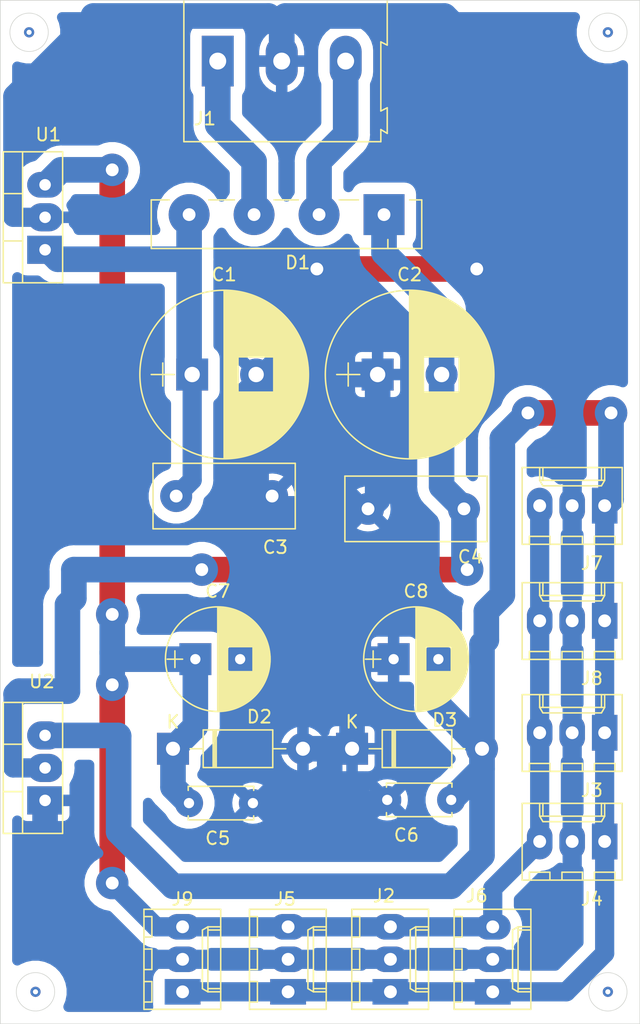
<source format=kicad_pcb>
(kicad_pcb (version 20171130) (host pcbnew "(5.1.6)-1")

  (general
    (thickness 1.6)
    (drawings 19)
    (tracks 142)
    (zones 0)
    (modules 22)
    (nets 8)
  )

  (page A4)
  (layers
    (0 F.Cu signal hide)
    (31 B.Cu signal hide)
    (32 B.Adhes user hide)
    (33 F.Adhes user hide)
    (34 B.Paste user hide)
    (35 F.Paste user hide)
    (36 B.SilkS user hide)
    (37 F.SilkS user)
    (38 B.Mask user hide)
    (39 F.Mask user hide)
    (40 Dwgs.User user hide)
    (41 Cmts.User user hide)
    (42 Eco1.User user hide)
    (43 Eco2.User user hide)
    (44 Edge.Cuts user)
    (45 Margin user hide)
    (46 B.CrtYd user hide)
    (47 F.CrtYd user hide)
    (48 B.Fab user hide)
    (49 F.Fab user hide)
  )

  (setup
    (last_trace_width 0.25)
    (user_trace_width 1)
    (user_trace_width 1.5)
    (user_trace_width 2)
    (trace_clearance 0.2)
    (zone_clearance 0.9)
    (zone_45_only no)
    (trace_min 0.2)
    (via_size 0.8)
    (via_drill 0.4)
    (via_min_size 0.4)
    (via_min_drill 0.3)
    (user_via 2.54 1)
    (uvia_size 0.3)
    (uvia_drill 0.1)
    (uvias_allowed no)
    (uvia_min_size 0.2)
    (uvia_min_drill 0.1)
    (edge_width 0.05)
    (segment_width 0.2)
    (pcb_text_width 0.3)
    (pcb_text_size 1.5 1.5)
    (mod_edge_width 0.12)
    (mod_text_size 1 1)
    (mod_text_width 0.15)
    (pad_size 3.2 3.2)
    (pad_drill 1)
    (pad_to_mask_clearance 0.05)
    (aux_axis_origin 0 0)
    (visible_elements 7FFFFFFF)
    (pcbplotparams
      (layerselection 0x010fc_ffffffff)
      (usegerberextensions false)
      (usegerberattributes true)
      (usegerberadvancedattributes true)
      (creategerberjobfile true)
      (excludeedgelayer true)
      (linewidth 0.100000)
      (plotframeref false)
      (viasonmask false)
      (mode 1)
      (useauxorigin false)
      (hpglpennumber 1)
      (hpglpenspeed 20)
      (hpglpendiameter 15.000000)
      (psnegative false)
      (psa4output false)
      (plotreference true)
      (plotvalue true)
      (plotinvisibletext false)
      (padsonsilk false)
      (subtractmaskfromsilk false)
      (outputformat 1)
      (mirror false)
      (drillshape 1)
      (scaleselection 1)
      (outputdirectory ""))
  )

  (net 0 "")
  (net 1 "Net-(C1-Pad1)")
  (net 2 GND)
  (net 3 "Net-(C2-Pad2)")
  (net 4 +12V)
  (net 5 -12V)
  (net 6 "Net-(D1-Pad3)")
  (net 7 "Net-(D1-Pad2)")

  (net_class Default "This is the default net class."
    (clearance 0.2)
    (trace_width 0.25)
    (via_dia 0.8)
    (via_drill 0.4)
    (uvia_dia 0.3)
    (uvia_drill 0.1)
    (add_net +12V)
    (add_net -12V)
    (add_net GND)
    (add_net "Net-(C1-Pad1)")
    (add_net "Net-(C2-Pad2)")
    (add_net "Net-(D1-Pad2)")
    (add_net "Net-(D1-Pad3)")
  )

  (module Diode_THT:Diode_Bridge_Vishay_GBL (layer F.Cu) (tedit 5F2A0A1E) (tstamp 5F13A540)
    (at 80 66.75 180)
    (descr "Vishay GBL rectifier package, 5.08mm pitch, see http://www.vishay.com/docs/88609/gbl005.pdf")
    (tags "Vishay GBL rectifier diode bridge")
    (path /5F1BB89D)
    (fp_text reference D1 (at 6.75 -3.75) (layer F.SilkS)
      (effects (font (size 1 1) (thickness 0.15)))
    )
    (fp_text value KBP210 (at 7.5 6.2) (layer F.Fab)
      (effects (font (size 1 1) (thickness 0.15)))
    )
    (fp_line (start -0.3 -2.65) (end -0.3 -1.95) (layer F.SilkS) (width 0.12))
    (fp_line (start -2.95 -2.65) (end -2.95 1.15) (layer F.SilkS) (width 0.12))
    (fp_line (start 18.2 -2.65) (end -2.95 -2.65) (layer F.SilkS) (width 0.12))
    (fp_line (start 18.2 1.15) (end 18.2 -2.65) (layer F.SilkS) (width 0.12))
    (fp_line (start 16.8 1.15) (end 18.2 1.15) (layer F.SilkS) (width 0.12))
    (fp_line (start 11.7 1.15) (end 13.7 1.15) (layer F.SilkS) (width 0.12))
    (fp_line (start 6.7 1.15) (end 8.6 1.15) (layer F.SilkS) (width 0.12))
    (fp_line (start 2 1.15) (end 3.5 1.15) (layer F.SilkS) (width 0.12))
    (fp_line (start -2.95 1.15) (end -2 1.15) (layer F.SilkS) (width 0.12))
    (fp_line (start -0.3 -2.55) (end -0.3 1.05) (layer F.Fab) (width 0.1))
    (fp_line (start -2.85 -1.55) (end -2.85 1.05) (layer F.Fab) (width 0.1))
    (fp_line (start -1.95 -2.55) (end -2.85 -1.55) (layer F.Fab) (width 0.1))
    (fp_line (start 18.1 -2.55) (end -1.95 -2.55) (layer F.Fab) (width 0.1))
    (fp_line (start 18.1 1.05) (end 18.1 -2.55) (layer F.Fab) (width 0.12))
    (fp_line (start -2.85 1.05) (end 18.1 1.05) (layer F.Fab) (width 0.1))
    (fp_line (start -3.1 1.85) (end 18.35 1.85) (layer F.CrtYd) (width 0.05))
    (fp_line (start -3.1 1.85) (end -3.1 -2.8) (layer F.CrtYd) (width 0.05))
    (fp_line (start 18.35 -2.8) (end 18.35 1.85) (layer F.CrtYd) (width 0.05))
    (fp_line (start 18.35 -2.8) (end -3.1 -2.8) (layer F.CrtYd) (width 0.05))
    (fp_text user %R (at 7.7 3.3) (layer F.Fab)
      (effects (font (size 1 1) (thickness 0.15)))
    )
    (pad 1 thru_hole rect (at 0 0) (size 3.2 3.2) (drill 1) (layers *.Cu *.Mask)
      (net 3 "Net-(C2-Pad2)"))
    (pad 2 thru_hole circle (at 5.08 0) (size 3.2 3.2) (drill 1) (layers *.Cu *.Mask)
      (net 7 "Net-(D1-Pad2)"))
    (pad 3 thru_hole circle (at 10.16 0) (size 3.2 3.2) (drill 1) (layers *.Cu *.Mask)
      (net 6 "Net-(D1-Pad3)"))
    (pad 4 thru_hole circle (at 15.24 0) (size 3.2 3.2) (drill 1) (layers *.Cu *.Mask)
      (net 1 "Net-(C1-Pad1)"))
    (model ${KISYS3DMOD}/Diode_THT.3dshapes/Diode_Bridge_Vishay_GBL.wrl
      (at (xyz 0 0 0))
      (scale (xyz 1 1 1))
      (rotate (xyz 0 0 0))
    )
  )

  (module Package_TO_SOT_THT:TO-220-3_Vertical (layer F.Cu) (tedit 5F2A0950) (tstamp 5F137702)
    (at 53.5 112.54 90)
    (descr "TO-220-3, Vertical, RM 2.54mm, see https://www.vishay.com/docs/66542/to-220-1.pdf")
    (tags "TO-220-3 Vertical RM 2.54mm")
    (path /5F136E4D)
    (fp_text reference U2 (at 9.29 -0.25 180) (layer F.SilkS)
      (effects (font (size 1 1) (thickness 0.15)))
    )
    (fp_text value LM7912_TO220 (at 2.54 2.5 90) (layer F.Fab)
      (effects (font (size 1 1) (thickness 0.15)))
    )
    (fp_line (start 7.79 -3.4) (end -2.71 -3.4) (layer F.CrtYd) (width 0.05))
    (fp_line (start 7.79 1.51) (end 7.79 -3.4) (layer F.CrtYd) (width 0.05))
    (fp_line (start -2.71 1.51) (end 7.79 1.51) (layer F.CrtYd) (width 0.05))
    (fp_line (start -2.71 -3.4) (end -2.71 1.51) (layer F.CrtYd) (width 0.05))
    (fp_line (start 4.391 -3.27) (end 4.391 -1.76) (layer F.SilkS) (width 0.12))
    (fp_line (start 0.69 -3.27) (end 0.69 -1.76) (layer F.SilkS) (width 0.12))
    (fp_line (start -2.58 -1.76) (end 7.66 -1.76) (layer F.SilkS) (width 0.12))
    (fp_line (start 7.66 -3.27) (end 7.66 1.371) (layer F.SilkS) (width 0.12))
    (fp_line (start -2.58 -3.27) (end -2.58 1.371) (layer F.SilkS) (width 0.12))
    (fp_line (start -2.58 1.371) (end 7.66 1.371) (layer F.SilkS) (width 0.12))
    (fp_line (start -2.58 -3.27) (end 7.66 -3.27) (layer F.SilkS) (width 0.12))
    (fp_line (start 4.39 -3.15) (end 4.39 -1.88) (layer F.Fab) (width 0.1))
    (fp_line (start 0.69 -3.15) (end 0.69 -1.88) (layer F.Fab) (width 0.1))
    (fp_line (start -2.46 -1.88) (end 7.54 -1.88) (layer F.Fab) (width 0.1))
    (fp_line (start 7.54 -3.15) (end -2.46 -3.15) (layer F.Fab) (width 0.1))
    (fp_line (start 7.54 1.25) (end 7.54 -3.15) (layer F.Fab) (width 0.1))
    (fp_line (start -2.46 1.25) (end 7.54 1.25) (layer F.Fab) (width 0.1))
    (fp_line (start -2.46 -3.15) (end -2.46 1.25) (layer F.Fab) (width 0.1))
    (fp_text user %R (at 2.54 -4.27 90) (layer F.Fab)
      (effects (font (size 1 1) (thickness 0.15)))
    )
    (pad 3 thru_hole oval (at 5.08 0 90) (size 2.2 2.8) (drill 0.9) (layers *.Cu *.Mask)
      (net 5 -12V))
    (pad 2 thru_hole oval (at 2.54 0 90) (size 2.2 2.8) (drill 0.9) (layers *.Cu *.Mask)
      (net 3 "Net-(C2-Pad2)"))
    (pad 1 thru_hole rect (at 0 0 90) (size 2.2 2.8) (drill 0.9) (layers *.Cu *.Mask)
      (net 2 GND))
    (model ${KISYS3DMOD}/Package_TO_SOT_THT.3dshapes/TO-220-3_Vertical.wrl
      (at (xyz 0 0 0))
      (scale (xyz 1 1 1))
      (rotate (xyz 0 0 0))
    )
  )

  (module Package_TO_SOT_THT:TO-220-3_Vertical (layer F.Cu) (tedit 5F2A0942) (tstamp 5F1376E8)
    (at 53.5 69.5 90)
    (descr "TO-220-3, Vertical, RM 2.54mm, see https://www.vishay.com/docs/66542/to-220-1.pdf")
    (tags "TO-220-3 Vertical RM 2.54mm")
    (path /5F136673)
    (fp_text reference U1 (at 9 0.25 180) (layer F.SilkS)
      (effects (font (size 1 1) (thickness 0.15)))
    )
    (fp_text value LM7812_TO220 (at 2.54 2.5 90) (layer F.Fab)
      (effects (font (size 1 1) (thickness 0.15)))
    )
    (fp_line (start 7.79 -3.4) (end -2.71 -3.4) (layer F.CrtYd) (width 0.05))
    (fp_line (start 7.79 1.51) (end 7.79 -3.4) (layer F.CrtYd) (width 0.05))
    (fp_line (start -2.71 1.51) (end 7.79 1.51) (layer F.CrtYd) (width 0.05))
    (fp_line (start -2.71 -3.4) (end -2.71 1.51) (layer F.CrtYd) (width 0.05))
    (fp_line (start 4.391 -3.27) (end 4.391 -1.76) (layer F.SilkS) (width 0.12))
    (fp_line (start 0.69 -3.27) (end 0.69 -1.76) (layer F.SilkS) (width 0.12))
    (fp_line (start -2.58 -1.76) (end 7.66 -1.76) (layer F.SilkS) (width 0.12))
    (fp_line (start 7.66 -3.27) (end 7.66 1.371) (layer F.SilkS) (width 0.12))
    (fp_line (start -2.58 -3.27) (end -2.58 1.371) (layer F.SilkS) (width 0.12))
    (fp_line (start -2.58 1.371) (end 7.66 1.371) (layer F.SilkS) (width 0.12))
    (fp_line (start -2.58 -3.27) (end 7.66 -3.27) (layer F.SilkS) (width 0.12))
    (fp_line (start 4.39 -3.15) (end 4.39 -1.88) (layer F.Fab) (width 0.1))
    (fp_line (start 0.69 -3.15) (end 0.69 -1.88) (layer F.Fab) (width 0.1))
    (fp_line (start -2.46 -1.88) (end 7.54 -1.88) (layer F.Fab) (width 0.1))
    (fp_line (start 7.54 -3.15) (end -2.46 -3.15) (layer F.Fab) (width 0.1))
    (fp_line (start 7.54 1.25) (end 7.54 -3.15) (layer F.Fab) (width 0.1))
    (fp_line (start -2.46 1.25) (end 7.54 1.25) (layer F.Fab) (width 0.1))
    (fp_line (start -2.46 -3.15) (end -2.46 1.25) (layer F.Fab) (width 0.1))
    (fp_text user %R (at 2.54 -4.27 90) (layer F.Fab)
      (effects (font (size 1 1) (thickness 0.15)))
    )
    (pad 3 thru_hole oval (at 5.08 0 90) (size 2 2.8) (drill 0.9) (layers *.Cu *.Mask)
      (net 4 +12V))
    (pad 2 thru_hole oval (at 2.54 0 90) (size 2.2 2.8) (drill 0.9) (layers *.Cu *.Mask)
      (net 2 GND))
    (pad 1 thru_hole rect (at 0 0 90) (size 2.2 2.8) (drill 0.9) (layers *.Cu *.Mask)
      (net 1 "Net-(C1-Pad1)"))
    (model ${KISYS3DMOD}/Package_TO_SOT_THT.3dshapes/TO-220-3_Vertical.wrl
      (at (xyz 0 0 0))
      (scale (xyz 1 1 1))
      (rotate (xyz 0 0 0))
    )
  )

  (module Connectors_Molex:Molex_KK-6410-03_03x2.54mm_Straight (layer F.Cu) (tedit 5F2A036E) (tstamp 5F1376CE)
    (at 64.25 127.5 90)
    (descr "Connector Headers with Friction Lock, 22-27-2031, http://www.molex.com/pdm_docs/sd/022272021_sd.pdf")
    (tags "connector molex kk_6410 22-27-2031")
    (path /5F16B31F)
    (fp_text reference J9 (at 7.25 0 180) (layer F.SilkS)
      (effects (font (size 1 1) (thickness 0.15)))
    )
    (fp_text value OUT8 (at 2.54 4.5 90) (layer F.Fab)
      (effects (font (size 1 1) (thickness 0.15)))
    )
    (fp_line (start -1.47 -3.12) (end -1.47 3.08) (layer F.Fab) (width 0.12))
    (fp_line (start -1.47 3.08) (end 6.55 3.08) (layer F.Fab) (width 0.12))
    (fp_line (start 6.55 3.08) (end 6.55 -3.12) (layer F.Fab) (width 0.12))
    (fp_line (start 6.55 -3.12) (end -1.47 -3.12) (layer F.Fab) (width 0.12))
    (fp_line (start -1.37 -3.02) (end -1.37 2.98) (layer F.SilkS) (width 0.12))
    (fp_line (start -1.37 2.98) (end 6.45 2.98) (layer F.SilkS) (width 0.12))
    (fp_line (start 6.45 2.98) (end 6.45 -3.02) (layer F.SilkS) (width 0.12))
    (fp_line (start 6.45 -3.02) (end -1.37 -3.02) (layer F.SilkS) (width 0.12))
    (fp_line (start 0 2.98) (end 0 1.98) (layer F.SilkS) (width 0.12))
    (fp_line (start 0 1.98) (end 5.08 1.98) (layer F.SilkS) (width 0.12))
    (fp_line (start 5.08 1.98) (end 5.08 2.98) (layer F.SilkS) (width 0.12))
    (fp_line (start 0 1.98) (end 0.25 1.55) (layer F.SilkS) (width 0.12))
    (fp_line (start 0.25 1.55) (end 4.83 1.55) (layer F.SilkS) (width 0.12))
    (fp_line (start 4.83 1.55) (end 5.08 1.98) (layer F.SilkS) (width 0.12))
    (fp_line (start 0.25 2.98) (end 0.25 1.98) (layer F.SilkS) (width 0.12))
    (fp_line (start 4.83 2.98) (end 4.83 1.98) (layer F.SilkS) (width 0.12))
    (fp_line (start -0.8 -3.02) (end -0.8 -2.4) (layer F.SilkS) (width 0.12))
    (fp_line (start -0.8 -2.4) (end 0.8 -2.4) (layer F.SilkS) (width 0.12))
    (fp_line (start 0.8 -2.4) (end 0.8 -3.02) (layer F.SilkS) (width 0.12))
    (fp_line (start 1.74 -3.02) (end 1.74 -2.4) (layer F.SilkS) (width 0.12))
    (fp_line (start 1.74 -2.4) (end 3.34 -2.4) (layer F.SilkS) (width 0.12))
    (fp_line (start 3.34 -2.4) (end 3.34 -3.02) (layer F.SilkS) (width 0.12))
    (fp_line (start 4.28 -3.02) (end 4.28 -2.4) (layer F.SilkS) (width 0.12))
    (fp_line (start 4.28 -2.4) (end 5.88 -2.4) (layer F.SilkS) (width 0.12))
    (fp_line (start 5.88 -2.4) (end 5.88 -3.02) (layer F.SilkS) (width 0.12))
    (fp_line (start -1.9 3.5) (end -1.9 -3.55) (layer F.CrtYd) (width 0.05))
    (fp_line (start -1.9 -3.55) (end 7 -3.55) (layer F.CrtYd) (width 0.05))
    (fp_line (start 7 -3.55) (end 7 3.5) (layer F.CrtYd) (width 0.05))
    (fp_line (start 7 3.5) (end -1.9 3.5) (layer F.CrtYd) (width 0.05))
    (fp_text user %R (at 2.54 0 90) (layer F.Fab)
      (effects (font (size 1 1) (thickness 0.15)))
    )
    (pad 1 thru_hole rect (at 0 0 90) (size 2 2.8) (drill 1) (layers *.Cu *.Mask)
      (net 5 -12V))
    (pad 2 thru_hole oval (at 2.54 0 90) (size 2 2.8) (drill 1) (layers *.Cu *.Mask)
      (net 2 GND))
    (pad 3 thru_hole oval (at 5.08 0 90) (size 2 2.8) (drill 1) (layers *.Cu *.Mask)
      (net 4 +12V))
    (model ${KISYS3DMOD}/Connectors_Molex.3dshapes/Molex_KK-6410-03_03x2.54mm_Straight.wrl
      (at (xyz 0 0 0))
      (scale (xyz 1 1 1))
      (rotate (xyz 0 0 0))
    )
  )

  (module Connectors_Molex:Molex_KK-6410-03_03x2.54mm_Straight (layer F.Cu) (tedit 5F2A03E7) (tstamp 5F1376CB)
    (at 97.25 98.5 180)
    (descr "Connector Headers with Friction Lock, 22-27-2031, http://www.molex.com/pdm_docs/sd/022272021_sd.pdf")
    (tags "connector molex kk_6410 22-27-2031")
    (path /5F16AECD)
    (fp_text reference J8 (at 1 -4.5) (layer F.SilkS)
      (effects (font (size 1 1) (thickness 0.15)))
    )
    (fp_text value OUT7 (at 2.54 4.5) (layer F.Fab)
      (effects (font (size 1 1) (thickness 0.15)))
    )
    (fp_line (start -1.47 -3.12) (end -1.47 3.08) (layer F.Fab) (width 0.12))
    (fp_line (start -1.47 3.08) (end 6.55 3.08) (layer F.Fab) (width 0.12))
    (fp_line (start 6.55 3.08) (end 6.55 -3.12) (layer F.Fab) (width 0.12))
    (fp_line (start 6.55 -3.12) (end -1.47 -3.12) (layer F.Fab) (width 0.12))
    (fp_line (start -1.37 -3.02) (end -1.37 2.98) (layer F.SilkS) (width 0.12))
    (fp_line (start -1.37 2.98) (end 6.45 2.98) (layer F.SilkS) (width 0.12))
    (fp_line (start 6.45 2.98) (end 6.45 -3.02) (layer F.SilkS) (width 0.12))
    (fp_line (start 6.45 -3.02) (end -1.37 -3.02) (layer F.SilkS) (width 0.12))
    (fp_line (start 0 2.98) (end 0 1.98) (layer F.SilkS) (width 0.12))
    (fp_line (start 0 1.98) (end 5.08 1.98) (layer F.SilkS) (width 0.12))
    (fp_line (start 5.08 1.98) (end 5.08 2.98) (layer F.SilkS) (width 0.12))
    (fp_line (start 0 1.98) (end 0.25 1.55) (layer F.SilkS) (width 0.12))
    (fp_line (start 0.25 1.55) (end 4.83 1.55) (layer F.SilkS) (width 0.12))
    (fp_line (start 4.83 1.55) (end 5.08 1.98) (layer F.SilkS) (width 0.12))
    (fp_line (start 0.25 2.98) (end 0.25 1.98) (layer F.SilkS) (width 0.12))
    (fp_line (start 4.83 2.98) (end 4.83 1.98) (layer F.SilkS) (width 0.12))
    (fp_line (start -0.8 -3.02) (end -0.8 -2.4) (layer F.SilkS) (width 0.12))
    (fp_line (start -0.8 -2.4) (end 0.8 -2.4) (layer F.SilkS) (width 0.12))
    (fp_line (start 0.8 -2.4) (end 0.8 -3.02) (layer F.SilkS) (width 0.12))
    (fp_line (start 1.74 -3.02) (end 1.74 -2.4) (layer F.SilkS) (width 0.12))
    (fp_line (start 1.74 -2.4) (end 3.34 -2.4) (layer F.SilkS) (width 0.12))
    (fp_line (start 3.34 -2.4) (end 3.34 -3.02) (layer F.SilkS) (width 0.12))
    (fp_line (start 4.28 -3.02) (end 4.28 -2.4) (layer F.SilkS) (width 0.12))
    (fp_line (start 4.28 -2.4) (end 5.88 -2.4) (layer F.SilkS) (width 0.12))
    (fp_line (start 5.88 -2.4) (end 5.88 -3.02) (layer F.SilkS) (width 0.12))
    (fp_line (start -1.9 3.5) (end -1.9 -3.55) (layer F.CrtYd) (width 0.05))
    (fp_line (start -1.9 -3.55) (end 7 -3.55) (layer F.CrtYd) (width 0.05))
    (fp_line (start 7 -3.55) (end 7 3.5) (layer F.CrtYd) (width 0.05))
    (fp_line (start 7 3.5) (end -1.9 3.5) (layer F.CrtYd) (width 0.05))
    (fp_text user %R (at 2.54 0) (layer F.Fab)
      (effects (font (size 1 1) (thickness 0.15)))
    )
    (pad 1 thru_hole rect (at 0 0 180) (size 2 2.8) (drill 1) (layers *.Cu *.Mask)
      (net 5 -12V))
    (pad 2 thru_hole oval (at 2.54 0 180) (size 2 2.8) (drill 1) (layers *.Cu *.Mask)
      (net 2 GND))
    (pad 3 thru_hole oval (at 5.08 0 180) (size 2 2.8) (drill 1) (layers *.Cu *.Mask)
      (net 4 +12V))
    (model ${KISYS3DMOD}/Connectors_Molex.3dshapes/Molex_KK-6410-03_03x2.54mm_Straight.wrl
      (at (xyz 0 0 0))
      (scale (xyz 1 1 1))
      (rotate (xyz 0 0 0))
    )
  )

  (module Connectors_Molex:Molex_KK-6410-03_03x2.54mm_Straight (layer F.Cu) (tedit 5F2A03F7) (tstamp 5F1376C8)
    (at 97.25 89.5 180)
    (descr "Connector Headers with Friction Lock, 22-27-2031, http://www.molex.com/pdm_docs/sd/022272021_sd.pdf")
    (tags "connector molex kk_6410 22-27-2031")
    (path /5F16AA31)
    (fp_text reference J7 (at 1 -4.5) (layer F.SilkS)
      (effects (font (size 1 1) (thickness 0.15)))
    )
    (fp_text value OUT6 (at 2.54 4.5) (layer F.Fab)
      (effects (font (size 1 1) (thickness 0.15)))
    )
    (fp_line (start -1.47 -3.12) (end -1.47 3.08) (layer F.Fab) (width 0.12))
    (fp_line (start -1.47 3.08) (end 6.55 3.08) (layer F.Fab) (width 0.12))
    (fp_line (start 6.55 3.08) (end 6.55 -3.12) (layer F.Fab) (width 0.12))
    (fp_line (start 6.55 -3.12) (end -1.47 -3.12) (layer F.Fab) (width 0.12))
    (fp_line (start -1.37 -3.02) (end -1.37 2.98) (layer F.SilkS) (width 0.12))
    (fp_line (start -1.37 2.98) (end 6.45 2.98) (layer F.SilkS) (width 0.12))
    (fp_line (start 6.45 2.98) (end 6.45 -3.02) (layer F.SilkS) (width 0.12))
    (fp_line (start 6.45 -3.02) (end -1.37 -3.02) (layer F.SilkS) (width 0.12))
    (fp_line (start 0 2.98) (end 0 1.98) (layer F.SilkS) (width 0.12))
    (fp_line (start 0 1.98) (end 5.08 1.98) (layer F.SilkS) (width 0.12))
    (fp_line (start 5.08 1.98) (end 5.08 2.98) (layer F.SilkS) (width 0.12))
    (fp_line (start 0 1.98) (end 0.25 1.55) (layer F.SilkS) (width 0.12))
    (fp_line (start 0.25 1.55) (end 4.83 1.55) (layer F.SilkS) (width 0.12))
    (fp_line (start 4.83 1.55) (end 5.08 1.98) (layer F.SilkS) (width 0.12))
    (fp_line (start 0.25 2.98) (end 0.25 1.98) (layer F.SilkS) (width 0.12))
    (fp_line (start 4.83 2.98) (end 4.83 1.98) (layer F.SilkS) (width 0.12))
    (fp_line (start -0.8 -3.02) (end -0.8 -2.4) (layer F.SilkS) (width 0.12))
    (fp_line (start -0.8 -2.4) (end 0.8 -2.4) (layer F.SilkS) (width 0.12))
    (fp_line (start 0.8 -2.4) (end 0.8 -3.02) (layer F.SilkS) (width 0.12))
    (fp_line (start 1.74 -3.02) (end 1.74 -2.4) (layer F.SilkS) (width 0.12))
    (fp_line (start 1.74 -2.4) (end 3.34 -2.4) (layer F.SilkS) (width 0.12))
    (fp_line (start 3.34 -2.4) (end 3.34 -3.02) (layer F.SilkS) (width 0.12))
    (fp_line (start 4.28 -3.02) (end 4.28 -2.4) (layer F.SilkS) (width 0.12))
    (fp_line (start 4.28 -2.4) (end 5.88 -2.4) (layer F.SilkS) (width 0.12))
    (fp_line (start 5.88 -2.4) (end 5.88 -3.02) (layer F.SilkS) (width 0.12))
    (fp_line (start -1.9 3.5) (end -1.9 -3.55) (layer F.CrtYd) (width 0.05))
    (fp_line (start -1.9 -3.55) (end 7 -3.55) (layer F.CrtYd) (width 0.05))
    (fp_line (start 7 -3.55) (end 7 3.5) (layer F.CrtYd) (width 0.05))
    (fp_line (start 7 3.5) (end -1.9 3.5) (layer F.CrtYd) (width 0.05))
    (fp_text user %R (at 2.54 0) (layer F.Fab)
      (effects (font (size 1 1) (thickness 0.15)))
    )
    (pad 1 thru_hole rect (at 0 0 180) (size 2 2.8) (drill 1) (layers *.Cu *.Mask)
      (net 5 -12V))
    (pad 2 thru_hole oval (at 2.54 0 180) (size 2 2.8) (drill 1) (layers *.Cu *.Mask)
      (net 2 GND))
    (pad 3 thru_hole oval (at 5.08 0 180) (size 2 2.8) (drill 1) (layers *.Cu *.Mask)
      (net 4 +12V))
    (model ${KISYS3DMOD}/Connectors_Molex.3dshapes/Molex_KK-6410-03_03x2.54mm_Straight.wrl
      (at (xyz 0 0 0))
      (scale (xyz 1 1 1))
      (rotate (xyz 0 0 0))
    )
  )

  (module Connectors_Molex:Molex_KK-6410-03_03x2.54mm_Straight (layer F.Cu) (tedit 5F2A03A2) (tstamp 5F1376C5)
    (at 88.5 127.5 90)
    (descr "Connector Headers with Friction Lock, 22-27-2031, http://www.molex.com/pdm_docs/sd/022272021_sd.pdf")
    (tags "connector molex kk_6410 22-27-2031")
    (path /5F16A663)
    (fp_text reference J6 (at 7.5 -1.25 180) (layer F.SilkS)
      (effects (font (size 1 1) (thickness 0.15)))
    )
    (fp_text value OUT5 (at 2.54 4.5 90) (layer F.Fab)
      (effects (font (size 1 1) (thickness 0.15)))
    )
    (fp_line (start -1.47 -3.12) (end -1.47 3.08) (layer F.Fab) (width 0.12))
    (fp_line (start -1.47 3.08) (end 6.55 3.08) (layer F.Fab) (width 0.12))
    (fp_line (start 6.55 3.08) (end 6.55 -3.12) (layer F.Fab) (width 0.12))
    (fp_line (start 6.55 -3.12) (end -1.47 -3.12) (layer F.Fab) (width 0.12))
    (fp_line (start -1.37 -3.02) (end -1.37 2.98) (layer F.SilkS) (width 0.12))
    (fp_line (start -1.37 2.98) (end 6.45 2.98) (layer F.SilkS) (width 0.12))
    (fp_line (start 6.45 2.98) (end 6.45 -3.02) (layer F.SilkS) (width 0.12))
    (fp_line (start 6.45 -3.02) (end -1.37 -3.02) (layer F.SilkS) (width 0.12))
    (fp_line (start 0 2.98) (end 0 1.98) (layer F.SilkS) (width 0.12))
    (fp_line (start 0 1.98) (end 5.08 1.98) (layer F.SilkS) (width 0.12))
    (fp_line (start 5.08 1.98) (end 5.08 2.98) (layer F.SilkS) (width 0.12))
    (fp_line (start 0 1.98) (end 0.25 1.55) (layer F.SilkS) (width 0.12))
    (fp_line (start 0.25 1.55) (end 4.83 1.55) (layer F.SilkS) (width 0.12))
    (fp_line (start 4.83 1.55) (end 5.08 1.98) (layer F.SilkS) (width 0.12))
    (fp_line (start 0.25 2.98) (end 0.25 1.98) (layer F.SilkS) (width 0.12))
    (fp_line (start 4.83 2.98) (end 4.83 1.98) (layer F.SilkS) (width 0.12))
    (fp_line (start -0.8 -3.02) (end -0.8 -2.4) (layer F.SilkS) (width 0.12))
    (fp_line (start -0.8 -2.4) (end 0.8 -2.4) (layer F.SilkS) (width 0.12))
    (fp_line (start 0.8 -2.4) (end 0.8 -3.02) (layer F.SilkS) (width 0.12))
    (fp_line (start 1.74 -3.02) (end 1.74 -2.4) (layer F.SilkS) (width 0.12))
    (fp_line (start 1.74 -2.4) (end 3.34 -2.4) (layer F.SilkS) (width 0.12))
    (fp_line (start 3.34 -2.4) (end 3.34 -3.02) (layer F.SilkS) (width 0.12))
    (fp_line (start 4.28 -3.02) (end 4.28 -2.4) (layer F.SilkS) (width 0.12))
    (fp_line (start 4.28 -2.4) (end 5.88 -2.4) (layer F.SilkS) (width 0.12))
    (fp_line (start 5.88 -2.4) (end 5.88 -3.02) (layer F.SilkS) (width 0.12))
    (fp_line (start -1.9 3.5) (end -1.9 -3.55) (layer F.CrtYd) (width 0.05))
    (fp_line (start -1.9 -3.55) (end 7 -3.55) (layer F.CrtYd) (width 0.05))
    (fp_line (start 7 -3.55) (end 7 3.5) (layer F.CrtYd) (width 0.05))
    (fp_line (start 7 3.5) (end -1.9 3.5) (layer F.CrtYd) (width 0.05))
    (fp_text user %R (at 2.54 0 90) (layer F.Fab)
      (effects (font (size 1 1) (thickness 0.15)))
    )
    (pad 1 thru_hole rect (at 0 0 90) (size 2 2.8) (drill 1) (layers *.Cu *.Mask)
      (net 5 -12V))
    (pad 2 thru_hole oval (at 2.54 0 90) (size 2 2.8) (drill 1) (layers *.Cu *.Mask)
      (net 2 GND))
    (pad 3 thru_hole oval (at 5.08 0 90) (size 2 2.8) (drill 1) (layers *.Cu *.Mask)
      (net 4 +12V))
    (model ${KISYS3DMOD}/Connectors_Molex.3dshapes/Molex_KK-6410-03_03x2.54mm_Straight.wrl
      (at (xyz 0 0 0))
      (scale (xyz 1 1 1))
      (rotate (xyz 0 0 0))
    )
  )

  (module Connectors_Molex:Molex_KK-6410-03_03x2.54mm_Straight (layer F.Cu) (tedit 5F2A037F) (tstamp 5F1376C2)
    (at 72.5 127.5 90)
    (descr "Connector Headers with Friction Lock, 22-27-2031, http://www.molex.com/pdm_docs/sd/022272021_sd.pdf")
    (tags "connector molex kk_6410 22-27-2031")
    (path /5F16A062)
    (fp_text reference J5 (at 7.25 -0.25 180) (layer F.SilkS)
      (effects (font (size 1 1) (thickness 0.15)))
    )
    (fp_text value OUT4 (at 2.54 4.5 90) (layer F.Fab)
      (effects (font (size 1 1) (thickness 0.15)))
    )
    (fp_line (start -1.47 -3.12) (end -1.47 3.08) (layer F.Fab) (width 0.12))
    (fp_line (start -1.47 3.08) (end 6.55 3.08) (layer F.Fab) (width 0.12))
    (fp_line (start 6.55 3.08) (end 6.55 -3.12) (layer F.Fab) (width 0.12))
    (fp_line (start 6.55 -3.12) (end -1.47 -3.12) (layer F.Fab) (width 0.12))
    (fp_line (start -1.37 -3.02) (end -1.37 2.98) (layer F.SilkS) (width 0.12))
    (fp_line (start -1.37 2.98) (end 6.45 2.98) (layer F.SilkS) (width 0.12))
    (fp_line (start 6.45 2.98) (end 6.45 -3.02) (layer F.SilkS) (width 0.12))
    (fp_line (start 6.45 -3.02) (end -1.37 -3.02) (layer F.SilkS) (width 0.12))
    (fp_line (start 0 2.98) (end 0 1.98) (layer F.SilkS) (width 0.12))
    (fp_line (start 0 1.98) (end 5.08 1.98) (layer F.SilkS) (width 0.12))
    (fp_line (start 5.08 1.98) (end 5.08 2.98) (layer F.SilkS) (width 0.12))
    (fp_line (start 0 1.98) (end 0.25 1.55) (layer F.SilkS) (width 0.12))
    (fp_line (start 0.25 1.55) (end 4.83 1.55) (layer F.SilkS) (width 0.12))
    (fp_line (start 4.83 1.55) (end 5.08 1.98) (layer F.SilkS) (width 0.12))
    (fp_line (start 0.25 2.98) (end 0.25 1.98) (layer F.SilkS) (width 0.12))
    (fp_line (start 4.83 2.98) (end 4.83 1.98) (layer F.SilkS) (width 0.12))
    (fp_line (start -0.8 -3.02) (end -0.8 -2.4) (layer F.SilkS) (width 0.12))
    (fp_line (start -0.8 -2.4) (end 0.8 -2.4) (layer F.SilkS) (width 0.12))
    (fp_line (start 0.8 -2.4) (end 0.8 -3.02) (layer F.SilkS) (width 0.12))
    (fp_line (start 1.74 -3.02) (end 1.74 -2.4) (layer F.SilkS) (width 0.12))
    (fp_line (start 1.74 -2.4) (end 3.34 -2.4) (layer F.SilkS) (width 0.12))
    (fp_line (start 3.34 -2.4) (end 3.34 -3.02) (layer F.SilkS) (width 0.12))
    (fp_line (start 4.28 -3.02) (end 4.28 -2.4) (layer F.SilkS) (width 0.12))
    (fp_line (start 4.28 -2.4) (end 5.88 -2.4) (layer F.SilkS) (width 0.12))
    (fp_line (start 5.88 -2.4) (end 5.88 -3.02) (layer F.SilkS) (width 0.12))
    (fp_line (start -1.9 3.5) (end -1.9 -3.55) (layer F.CrtYd) (width 0.05))
    (fp_line (start -1.9 -3.55) (end 7 -3.55) (layer F.CrtYd) (width 0.05))
    (fp_line (start 7 -3.55) (end 7 3.5) (layer F.CrtYd) (width 0.05))
    (fp_line (start 7 3.5) (end -1.9 3.5) (layer F.CrtYd) (width 0.05))
    (fp_text user %R (at 2.54 0 90) (layer F.Fab)
      (effects (font (size 1 1) (thickness 0.15)))
    )
    (pad 1 thru_hole rect (at 0 0 90) (size 2 2.8) (drill 1) (layers *.Cu *.Mask)
      (net 5 -12V))
    (pad 2 thru_hole oval (at 2.54 0 90) (size 2 2.8) (drill 1) (layers *.Cu *.Mask)
      (net 2 GND))
    (pad 3 thru_hole oval (at 5.08 0 90) (size 2 2.8) (drill 1) (layers *.Cu *.Mask)
      (net 4 +12V))
    (model ${KISYS3DMOD}/Connectors_Molex.3dshapes/Molex_KK-6410-03_03x2.54mm_Straight.wrl
      (at (xyz 0 0 0))
      (scale (xyz 1 1 1))
      (rotate (xyz 0 0 0))
    )
  )

  (module Connectors_Molex:Molex_KK-6410-03_03x2.54mm_Straight (layer F.Cu) (tedit 5F2A03C4) (tstamp 5F1376BF)
    (at 97.25 115.75 180)
    (descr "Connector Headers with Friction Lock, 22-27-2031, http://www.molex.com/pdm_docs/sd/022272021_sd.pdf")
    (tags "connector molex kk_6410 22-27-2031")
    (path /5F1698E5)
    (fp_text reference J4 (at 1 -4.5) (layer F.SilkS)
      (effects (font (size 1 1) (thickness 0.15)))
    )
    (fp_text value OUT3 (at 2.54 4.5) (layer F.Fab)
      (effects (font (size 1 1) (thickness 0.15)))
    )
    (fp_line (start -1.47 -3.12) (end -1.47 3.08) (layer F.Fab) (width 0.12))
    (fp_line (start -1.47 3.08) (end 6.55 3.08) (layer F.Fab) (width 0.12))
    (fp_line (start 6.55 3.08) (end 6.55 -3.12) (layer F.Fab) (width 0.12))
    (fp_line (start 6.55 -3.12) (end -1.47 -3.12) (layer F.Fab) (width 0.12))
    (fp_line (start -1.37 -3.02) (end -1.37 2.98) (layer F.SilkS) (width 0.12))
    (fp_line (start -1.37 2.98) (end 6.45 2.98) (layer F.SilkS) (width 0.12))
    (fp_line (start 6.45 2.98) (end 6.45 -3.02) (layer F.SilkS) (width 0.12))
    (fp_line (start 6.45 -3.02) (end -1.37 -3.02) (layer F.SilkS) (width 0.12))
    (fp_line (start 0 2.98) (end 0 1.98) (layer F.SilkS) (width 0.12))
    (fp_line (start 0 1.98) (end 5.08 1.98) (layer F.SilkS) (width 0.12))
    (fp_line (start 5.08 1.98) (end 5.08 2.98) (layer F.SilkS) (width 0.12))
    (fp_line (start 0 1.98) (end 0.25 1.55) (layer F.SilkS) (width 0.12))
    (fp_line (start 0.25 1.55) (end 4.83 1.55) (layer F.SilkS) (width 0.12))
    (fp_line (start 4.83 1.55) (end 5.08 1.98) (layer F.SilkS) (width 0.12))
    (fp_line (start 0.25 2.98) (end 0.25 1.98) (layer F.SilkS) (width 0.12))
    (fp_line (start 4.83 2.98) (end 4.83 1.98) (layer F.SilkS) (width 0.12))
    (fp_line (start -0.8 -3.02) (end -0.8 -2.4) (layer F.SilkS) (width 0.12))
    (fp_line (start -0.8 -2.4) (end 0.8 -2.4) (layer F.SilkS) (width 0.12))
    (fp_line (start 0.8 -2.4) (end 0.8 -3.02) (layer F.SilkS) (width 0.12))
    (fp_line (start 1.74 -3.02) (end 1.74 -2.4) (layer F.SilkS) (width 0.12))
    (fp_line (start 1.74 -2.4) (end 3.34 -2.4) (layer F.SilkS) (width 0.12))
    (fp_line (start 3.34 -2.4) (end 3.34 -3.02) (layer F.SilkS) (width 0.12))
    (fp_line (start 4.28 -3.02) (end 4.28 -2.4) (layer F.SilkS) (width 0.12))
    (fp_line (start 4.28 -2.4) (end 5.88 -2.4) (layer F.SilkS) (width 0.12))
    (fp_line (start 5.88 -2.4) (end 5.88 -3.02) (layer F.SilkS) (width 0.12))
    (fp_line (start -1.9 3.5) (end -1.9 -3.55) (layer F.CrtYd) (width 0.05))
    (fp_line (start -1.9 -3.55) (end 7 -3.55) (layer F.CrtYd) (width 0.05))
    (fp_line (start 7 -3.55) (end 7 3.5) (layer F.CrtYd) (width 0.05))
    (fp_line (start 7 3.5) (end -1.9 3.5) (layer F.CrtYd) (width 0.05))
    (fp_text user %R (at 2.54 0) (layer F.Fab)
      (effects (font (size 1 1) (thickness 0.15)))
    )
    (pad 1 thru_hole rect (at 0 0 180) (size 2 2.8) (drill 1) (layers *.Cu *.Mask)
      (net 5 -12V))
    (pad 2 thru_hole oval (at 2.54 0 180) (size 2 2.8) (drill 1) (layers *.Cu *.Mask)
      (net 2 GND))
    (pad 3 thru_hole oval (at 5.08 0 180) (size 2 2.8) (drill 1) (layers *.Cu *.Mask)
      (net 4 +12V))
    (model ${KISYS3DMOD}/Connectors_Molex.3dshapes/Molex_KK-6410-03_03x2.54mm_Straight.wrl
      (at (xyz 0 0 0))
      (scale (xyz 1 1 1))
      (rotate (xyz 0 0 0))
    )
  )

  (module Connectors_Molex:Molex_KK-6410-03_03x2.54mm_Straight (layer F.Cu) (tedit 5F2A03D5) (tstamp 5F1376BC)
    (at 97.25 107.25 180)
    (descr "Connector Headers with Friction Lock, 22-27-2031, http://www.molex.com/pdm_docs/sd/022272021_sd.pdf")
    (tags "connector molex kk_6410 22-27-2031")
    (path /5F1694A3)
    (fp_text reference J3 (at 1 -4.5) (layer F.SilkS)
      (effects (font (size 1 1) (thickness 0.15)))
    )
    (fp_text value OUT2 (at 2.54 4.5) (layer F.Fab)
      (effects (font (size 1 1) (thickness 0.15)))
    )
    (fp_line (start -1.47 -3.12) (end -1.47 3.08) (layer F.Fab) (width 0.12))
    (fp_line (start -1.47 3.08) (end 6.55 3.08) (layer F.Fab) (width 0.12))
    (fp_line (start 6.55 3.08) (end 6.55 -3.12) (layer F.Fab) (width 0.12))
    (fp_line (start 6.55 -3.12) (end -1.47 -3.12) (layer F.Fab) (width 0.12))
    (fp_line (start -1.37 -3.02) (end -1.37 2.98) (layer F.SilkS) (width 0.12))
    (fp_line (start -1.37 2.98) (end 6.45 2.98) (layer F.SilkS) (width 0.12))
    (fp_line (start 6.45 2.98) (end 6.45 -3.02) (layer F.SilkS) (width 0.12))
    (fp_line (start 6.45 -3.02) (end -1.37 -3.02) (layer F.SilkS) (width 0.12))
    (fp_line (start 0 2.98) (end 0 1.98) (layer F.SilkS) (width 0.12))
    (fp_line (start 0 1.98) (end 5.08 1.98) (layer F.SilkS) (width 0.12))
    (fp_line (start 5.08 1.98) (end 5.08 2.98) (layer F.SilkS) (width 0.12))
    (fp_line (start 0 1.98) (end 0.25 1.55) (layer F.SilkS) (width 0.12))
    (fp_line (start 0.25 1.55) (end 4.83 1.55) (layer F.SilkS) (width 0.12))
    (fp_line (start 4.83 1.55) (end 5.08 1.98) (layer F.SilkS) (width 0.12))
    (fp_line (start 0.25 2.98) (end 0.25 1.98) (layer F.SilkS) (width 0.12))
    (fp_line (start 4.83 2.98) (end 4.83 1.98) (layer F.SilkS) (width 0.12))
    (fp_line (start -0.8 -3.02) (end -0.8 -2.4) (layer F.SilkS) (width 0.12))
    (fp_line (start -0.8 -2.4) (end 0.8 -2.4) (layer F.SilkS) (width 0.12))
    (fp_line (start 0.8 -2.4) (end 0.8 -3.02) (layer F.SilkS) (width 0.12))
    (fp_line (start 1.74 -3.02) (end 1.74 -2.4) (layer F.SilkS) (width 0.12))
    (fp_line (start 1.74 -2.4) (end 3.34 -2.4) (layer F.SilkS) (width 0.12))
    (fp_line (start 3.34 -2.4) (end 3.34 -3.02) (layer F.SilkS) (width 0.12))
    (fp_line (start 4.28 -3.02) (end 4.28 -2.4) (layer F.SilkS) (width 0.12))
    (fp_line (start 4.28 -2.4) (end 5.88 -2.4) (layer F.SilkS) (width 0.12))
    (fp_line (start 5.88 -2.4) (end 5.88 -3.02) (layer F.SilkS) (width 0.12))
    (fp_line (start -1.9 3.5) (end -1.9 -3.55) (layer F.CrtYd) (width 0.05))
    (fp_line (start -1.9 -3.55) (end 7 -3.55) (layer F.CrtYd) (width 0.05))
    (fp_line (start 7 -3.55) (end 7 3.5) (layer F.CrtYd) (width 0.05))
    (fp_line (start 7 3.5) (end -1.9 3.5) (layer F.CrtYd) (width 0.05))
    (fp_text user %R (at 2.54 0) (layer F.Fab)
      (effects (font (size 1 1) (thickness 0.15)))
    )
    (pad 1 thru_hole rect (at 0 0 180) (size 2 2.8) (drill 1) (layers *.Cu *.Mask)
      (net 5 -12V))
    (pad 2 thru_hole oval (at 2.54 0 180) (size 2 2.8) (drill 1) (layers *.Cu *.Mask)
      (net 2 GND))
    (pad 3 thru_hole oval (at 5.08 0 180) (size 2 2.8) (drill 1) (layers *.Cu *.Mask)
      (net 4 +12V))
    (model ${KISYS3DMOD}/Connectors_Molex.3dshapes/Molex_KK-6410-03_03x2.54mm_Straight.wrl
      (at (xyz 0 0 0))
      (scale (xyz 1 1 1))
      (rotate (xyz 0 0 0))
    )
  )

  (module Connectors_Molex:Molex_KK-6410-03_03x2.54mm_Straight (layer F.Cu) (tedit 5F2A0390) (tstamp 5F1376B9)
    (at 80.5 127.5 90)
    (descr "Connector Headers with Friction Lock, 22-27-2031, http://www.molex.com/pdm_docs/sd/022272021_sd.pdf")
    (tags "connector molex kk_6410 22-27-2031")
    (path /5F154F90)
    (fp_text reference J2 (at 7.5 -0.5 180) (layer F.SilkS)
      (effects (font (size 1 1) (thickness 0.15)))
    )
    (fp_text value OUT1 (at 2.54 4.5 90) (layer F.Fab)
      (effects (font (size 1 1) (thickness 0.15)))
    )
    (fp_line (start -1.47 -3.12) (end -1.47 3.08) (layer F.Fab) (width 0.12))
    (fp_line (start -1.47 3.08) (end 6.55 3.08) (layer F.Fab) (width 0.12))
    (fp_line (start 6.55 3.08) (end 6.55 -3.12) (layer F.Fab) (width 0.12))
    (fp_line (start 6.55 -3.12) (end -1.47 -3.12) (layer F.Fab) (width 0.12))
    (fp_line (start -1.37 -3.02) (end -1.37 2.98) (layer F.SilkS) (width 0.12))
    (fp_line (start -1.37 2.98) (end 6.45 2.98) (layer F.SilkS) (width 0.12))
    (fp_line (start 6.45 2.98) (end 6.45 -3.02) (layer F.SilkS) (width 0.12))
    (fp_line (start 6.45 -3.02) (end -1.37 -3.02) (layer F.SilkS) (width 0.12))
    (fp_line (start 0 2.98) (end 0 1.98) (layer F.SilkS) (width 0.12))
    (fp_line (start 0 1.98) (end 5.08 1.98) (layer F.SilkS) (width 0.12))
    (fp_line (start 5.08 1.98) (end 5.08 2.98) (layer F.SilkS) (width 0.12))
    (fp_line (start 0 1.98) (end 0.25 1.55) (layer F.SilkS) (width 0.12))
    (fp_line (start 0.25 1.55) (end 4.83 1.55) (layer F.SilkS) (width 0.12))
    (fp_line (start 4.83 1.55) (end 5.08 1.98) (layer F.SilkS) (width 0.12))
    (fp_line (start 0.25 2.98) (end 0.25 1.98) (layer F.SilkS) (width 0.12))
    (fp_line (start 4.83 2.98) (end 4.83 1.98) (layer F.SilkS) (width 0.12))
    (fp_line (start -0.8 -3.02) (end -0.8 -2.4) (layer F.SilkS) (width 0.12))
    (fp_line (start -0.8 -2.4) (end 0.8 -2.4) (layer F.SilkS) (width 0.12))
    (fp_line (start 0.8 -2.4) (end 0.8 -3.02) (layer F.SilkS) (width 0.12))
    (fp_line (start 1.74 -3.02) (end 1.74 -2.4) (layer F.SilkS) (width 0.12))
    (fp_line (start 1.74 -2.4) (end 3.34 -2.4) (layer F.SilkS) (width 0.12))
    (fp_line (start 3.34 -2.4) (end 3.34 -3.02) (layer F.SilkS) (width 0.12))
    (fp_line (start 4.28 -3.02) (end 4.28 -2.4) (layer F.SilkS) (width 0.12))
    (fp_line (start 4.28 -2.4) (end 5.88 -2.4) (layer F.SilkS) (width 0.12))
    (fp_line (start 5.88 -2.4) (end 5.88 -3.02) (layer F.SilkS) (width 0.12))
    (fp_line (start -1.9 3.5) (end -1.9 -3.55) (layer F.CrtYd) (width 0.05))
    (fp_line (start -1.9 -3.55) (end 7 -3.55) (layer F.CrtYd) (width 0.05))
    (fp_line (start 7 -3.55) (end 7 3.5) (layer F.CrtYd) (width 0.05))
    (fp_line (start 7 3.5) (end -1.9 3.5) (layer F.CrtYd) (width 0.05))
    (fp_text user %R (at 2.54 0 90) (layer F.Fab)
      (effects (font (size 1 1) (thickness 0.15)))
    )
    (pad 1 thru_hole rect (at 0 0 90) (size 2 2.8) (drill 1) (layers *.Cu *.Mask)
      (net 5 -12V))
    (pad 2 thru_hole oval (at 2.54 0 90) (size 2 2.8) (drill 1) (layers *.Cu *.Mask)
      (net 2 GND))
    (pad 3 thru_hole oval (at 5.08 0 90) (size 2 2.8) (drill 1) (layers *.Cu *.Mask)
      (net 4 +12V))
    (model ${KISYS3DMOD}/Connectors_Molex.3dshapes/Molex_KK-6410-03_03x2.54mm_Straight.wrl
      (at (xyz 0 0 0))
      (scale (xyz 1 1 1))
      (rotate (xyz 0 0 0))
    )
  )

  (module Terminal_Blocks:TerminalBlock_Altech_AK300-3_P5.00mm (layer F.Cu) (tedit 5F29FF94) (tstamp 5F1376B6)
    (at 67 54.75)
    (descr "Altech AK300 terminal block, pitch 5.0mm, 45 degree angled, see http://www.mouser.com/ds/2/16/PCBMETRC-24178.pdf")
    (tags "Altech AK300 terminal block pitch 5.0mm")
    (path /5F139CBF)
    (fp_text reference J1 (at -1 4.5) (layer F.SilkS)
      (effects (font (size 1 1) (thickness 0.15)))
    )
    (fp_text value "AC INPUT 12+12 1.5A" (at 4.95 7.3) (layer F.Fab)
      (effects (font (size 1 1) (thickness 0.15)))
    )
    (fp_line (start -2.65 -6.3) (end -2.65 6.3) (layer F.SilkS) (width 0.12))
    (fp_line (start -2.65 6.3) (end 12.75 6.3) (layer F.SilkS) (width 0.12))
    (fp_line (start 12.75 6.3) (end 12.75 5.35) (layer F.SilkS) (width 0.12))
    (fp_line (start 12.75 5.35) (end 13.25 5.65) (layer F.SilkS) (width 0.12))
    (fp_line (start 13.25 5.65) (end 13.25 3.65) (layer F.SilkS) (width 0.12))
    (fp_line (start 13.25 3.65) (end 12.75 3.9) (layer F.SilkS) (width 0.12))
    (fp_line (start 12.75 3.9) (end 12.75 -1.5) (layer F.SilkS) (width 0.12))
    (fp_line (start 12.75 -1.5) (end 13.25 -1.25) (layer F.SilkS) (width 0.12))
    (fp_line (start 13.25 -1.25) (end 13.25 -6.3) (layer F.SilkS) (width 0.12))
    (fp_line (start 13.25 -6.3) (end -2.65 -6.3) (layer F.SilkS) (width 0.12))
    (fp_line (start 12.66 -0.65) (end -2.52 -0.65) (layer F.Fab) (width 0.1))
    (fp_line (start 8.02 3.99) (end 8.02 -0.26) (layer F.Fab) (width 0.1))
    (fp_line (start 12.09 6.21) (end 7.58 6.21) (layer F.Fab) (width 0.1))
    (fp_line (start 7.58 -3.19) (end 12.6 -3.19) (layer F.Fab) (width 0.1))
    (fp_line (start -2.58 -6.23) (end 12.66 -6.23) (layer F.Fab) (width 0.1))
    (fp_line (start 8.42 -0.26) (end 11.72 -0.26) (layer F.Fab) (width 0.1))
    (fp_line (start 8.04 -0.26) (end 8.42 -0.26) (layer F.Fab) (width 0.1))
    (fp_line (start 12.1 -0.26) (end 11.72 -0.26) (layer F.Fab) (width 0.1))
    (fp_line (start 8.57 -4.33) (end 11.62 -4.96) (layer F.Fab) (width 0.1))
    (fp_line (start 8.44 -4.46) (end 11.49 -5.09) (layer F.Fab) (width 0.1))
    (fp_line (start 12.1 -3.44) (end 8.04 -3.44) (layer F.Fab) (width 0.1))
    (fp_line (start 12.1 -5.98) (end 12.1 -3.44) (layer F.Fab) (width 0.1))
    (fp_line (start 8.04 -5.98) (end 12.1 -5.98) (layer F.Fab) (width 0.1))
    (fp_line (start 8.04 -3.44) (end 8.04 -5.98) (layer F.Fab) (width 0.1))
    (fp_line (start 12.66 -3.19) (end 12.66 -1.66) (layer F.Fab) (width 0.1))
    (fp_line (start 12.66 -0.65) (end 12.66 4.05) (layer F.Fab) (width 0.1))
    (fp_line (start 12.66 -1.66) (end 12.66 -0.65) (layer F.Fab) (width 0.1))
    (fp_line (start 11.72 0.5) (end 11.34 0.5) (layer F.Fab) (width 0.1))
    (fp_line (start 8.42 0.5) (end 8.8 0.5) (layer F.Fab) (width 0.1))
    (fp_line (start 8.42 3.67) (end 8.42 0.5) (layer F.Fab) (width 0.1))
    (fp_line (start 11.72 3.67) (end 8.42 3.67) (layer F.Fab) (width 0.1))
    (fp_line (start 11.72 3.67) (end 11.72 0.5) (layer F.Fab) (width 0.1))
    (fp_line (start 12.1 4.31) (end 12.1 6.21) (layer F.Fab) (width 0.1))
    (fp_line (start 8.04 4.31) (end 12.1 4.31) (layer F.Fab) (width 0.1))
    (fp_line (start 12.1 6.21) (end 12.66 6.21) (layer F.Fab) (width 0.1))
    (fp_line (start 12.1 -0.26) (end 12.1 4.31) (layer F.Fab) (width 0.1))
    (fp_line (start 8.04 6.21) (end 8.04 4.31) (layer F.Fab) (width 0.1))
    (fp_line (start 13.17 3.8) (end 13.17 5.45) (layer F.Fab) (width 0.1))
    (fp_line (start 12.66 4.05) (end 12.66 5.2) (layer F.Fab) (width 0.1))
    (fp_line (start 13.17 3.8) (end 12.66 4.05) (layer F.Fab) (width 0.1))
    (fp_line (start 12.66 5.2) (end 12.66 6.21) (layer F.Fab) (width 0.1))
    (fp_line (start 13.17 5.45) (end 12.66 5.2) (layer F.Fab) (width 0.1))
    (fp_line (start 13.17 -1.41) (end 12.66 -1.66) (layer F.Fab) (width 0.1))
    (fp_line (start 13.17 -6.23) (end 13.17 -1.41) (layer F.Fab) (width 0.1))
    (fp_line (start 12.66 -6.23) (end 13.17 -6.23) (layer F.Fab) (width 0.1))
    (fp_line (start 12.66 -6.23) (end 12.66 -3.19) (layer F.Fab) (width 0.1))
    (fp_line (start 8.8 2.53) (end 8.8 -0.26) (layer F.Fab) (width 0.1))
    (fp_line (start 8.8 -0.26) (end 11.34 -0.26) (layer F.Fab) (width 0.1))
    (fp_line (start 11.34 2.53) (end 11.34 -0.26) (layer F.Fab) (width 0.1))
    (fp_line (start 8.8 2.53) (end 11.34 2.53) (layer F.Fab) (width 0.1))
    (fp_line (start -1.28 2.53) (end 1.26 2.53) (layer F.Fab) (width 0.1))
    (fp_line (start 1.26 2.53) (end 1.26 -0.26) (layer F.Fab) (width 0.1))
    (fp_line (start -1.28 -0.26) (end 1.26 -0.26) (layer F.Fab) (width 0.1))
    (fp_line (start -1.28 2.53) (end -1.28 -0.26) (layer F.Fab) (width 0.1))
    (fp_line (start 3.72 2.53) (end 6.26 2.53) (layer F.Fab) (width 0.1))
    (fp_line (start 6.26 2.53) (end 6.26 -0.26) (layer F.Fab) (width 0.1))
    (fp_line (start 3.72 -0.26) (end 6.26 -0.26) (layer F.Fab) (width 0.1))
    (fp_line (start 3.72 2.53) (end 3.72 -0.26) (layer F.Fab) (width 0.1))
    (fp_line (start 8.02 5.2) (end 8.02 6.21) (layer F.Fab) (width 0.1))
    (fp_line (start 8.02 4.05) (end 8.02 5.2) (layer F.Fab) (width 0.1))
    (fp_line (start 2.96 6.21) (end 2.96 4.31) (layer F.Fab) (width 0.1))
    (fp_line (start 7.02 -0.26) (end 7.02 4.31) (layer F.Fab) (width 0.1))
    (fp_line (start 2.96 6.21) (end 7.02 6.21) (layer F.Fab) (width 0.1))
    (fp_line (start 7.02 6.21) (end 7.58 6.21) (layer F.Fab) (width 0.1))
    (fp_line (start 2.02 6.21) (end 2.02 4.31) (layer F.Fab) (width 0.1))
    (fp_line (start 2.02 6.21) (end 2.96 6.21) (layer F.Fab) (width 0.1))
    (fp_line (start -2.05 -0.26) (end -2.05 4.31) (layer F.Fab) (width 0.1))
    (fp_line (start -2.58 6.21) (end -2.05 6.21) (layer F.Fab) (width 0.1))
    (fp_line (start -2.05 6.21) (end 2.02 6.21) (layer F.Fab) (width 0.1))
    (fp_line (start 2.96 4.31) (end 7.02 4.31) (layer F.Fab) (width 0.1))
    (fp_line (start 2.96 4.31) (end 2.96 -0.26) (layer F.Fab) (width 0.1))
    (fp_line (start 7.02 4.31) (end 7.02 6.21) (layer F.Fab) (width 0.1))
    (fp_line (start 2.02 4.31) (end -2.05 4.31) (layer F.Fab) (width 0.1))
    (fp_line (start 2.02 4.31) (end 2.02 -0.26) (layer F.Fab) (width 0.1))
    (fp_line (start -2.05 4.31) (end -2.05 6.21) (layer F.Fab) (width 0.1))
    (fp_line (start 6.64 3.67) (end 6.64 0.5) (layer F.Fab) (width 0.1))
    (fp_line (start 6.64 3.67) (end 3.34 3.67) (layer F.Fab) (width 0.1))
    (fp_line (start 3.34 3.67) (end 3.34 0.5) (layer F.Fab) (width 0.1))
    (fp_line (start 1.64 3.67) (end 1.64 0.5) (layer F.Fab) (width 0.1))
    (fp_line (start 1.64 3.67) (end -1.67 3.67) (layer F.Fab) (width 0.1))
    (fp_line (start -1.67 3.67) (end -1.67 0.5) (layer F.Fab) (width 0.1))
    (fp_line (start -1.67 0.5) (end -1.28 0.5) (layer F.Fab) (width 0.1))
    (fp_line (start 1.64 0.5) (end 1.26 0.5) (layer F.Fab) (width 0.1))
    (fp_line (start 3.34 0.5) (end 3.72 0.5) (layer F.Fab) (width 0.1))
    (fp_line (start 6.64 0.5) (end 6.26 0.5) (layer F.Fab) (width 0.1))
    (fp_line (start -2.58 6.21) (end -2.58 -0.65) (layer F.Fab) (width 0.1))
    (fp_line (start -2.58 -0.65) (end -2.58 -3.19) (layer F.Fab) (width 0.1))
    (fp_line (start -2.58 -3.19) (end 7.58 -3.19) (layer F.Fab) (width 0.1))
    (fp_line (start -2.58 -3.19) (end -2.58 -6.23) (layer F.Fab) (width 0.1))
    (fp_line (start 2.96 -3.44) (end 2.96 -5.98) (layer F.Fab) (width 0.1))
    (fp_line (start 2.96 -5.98) (end 7.02 -5.98) (layer F.Fab) (width 0.1))
    (fp_line (start 7.02 -5.98) (end 7.02 -3.44) (layer F.Fab) (width 0.1))
    (fp_line (start 7.02 -3.44) (end 2.96 -3.44) (layer F.Fab) (width 0.1))
    (fp_line (start 2.02 -3.44) (end 2.02 -5.98) (layer F.Fab) (width 0.1))
    (fp_line (start 2.02 -3.44) (end -2.05 -3.44) (layer F.Fab) (width 0.1))
    (fp_line (start -2.05 -3.44) (end -2.05 -5.98) (layer F.Fab) (width 0.1))
    (fp_line (start 2.02 -5.98) (end -2.05 -5.98) (layer F.Fab) (width 0.1))
    (fp_line (start 3.36 -4.46) (end 6.41 -5.09) (layer F.Fab) (width 0.1))
    (fp_line (start 3.49 -4.33) (end 6.54 -4.96) (layer F.Fab) (width 0.1))
    (fp_line (start -1.64 -4.46) (end 1.41 -5.09) (layer F.Fab) (width 0.1))
    (fp_line (start -1.51 -4.33) (end 1.53 -4.96) (layer F.Fab) (width 0.1))
    (fp_line (start -2.05 -0.26) (end -1.67 -0.26) (layer F.Fab) (width 0.1))
    (fp_line (start 2.02 -0.26) (end 1.64 -0.26) (layer F.Fab) (width 0.1))
    (fp_line (start 1.64 -0.26) (end -1.67 -0.26) (layer F.Fab) (width 0.1))
    (fp_line (start 7.02 -0.26) (end 6.64 -0.26) (layer F.Fab) (width 0.1))
    (fp_line (start 2.96 -0.26) (end 3.34 -0.26) (layer F.Fab) (width 0.1))
    (fp_line (start 3.34 -0.26) (end 6.64 -0.26) (layer F.Fab) (width 0.1))
    (fp_line (start -2.83 -6.48) (end 13.42 -6.48) (layer F.CrtYd) (width 0.05))
    (fp_line (start -2.83 -6.48) (end -2.83 6.46) (layer F.CrtYd) (width 0.05))
    (fp_line (start 13.42 6.46) (end 13.42 -6.48) (layer F.CrtYd) (width 0.05))
    (fp_line (start 13.42 6.46) (end -2.83 6.46) (layer F.CrtYd) (width 0.05))
    (fp_text user %R (at 5 -2) (layer F.Fab)
      (effects (font (size 1 1) (thickness 0.15)))
    )
    (fp_arc (start 8.93 -4.66) (end 8.64 -4.14) (angle 104.2) (layer F.Fab) (width 0.1))
    (fp_arc (start 10.04 -3.72) (end 8.44 -5.01) (angle 100) (layer F.Fab) (width 0.1))
    (fp_arc (start 10.12 -6.08) (end 11.58 -4.13) (angle 75.5) (layer F.Fab) (width 0.1))
    (fp_arc (start 11.09 -4.6) (end 11.59 -5.06) (angle 90.5) (layer F.Fab) (width 0.1))
    (fp_arc (start 6.01 -4.6) (end 6.51 -5.06) (angle 90.5) (layer F.Fab) (width 0.1))
    (fp_arc (start 5.04 -6.08) (end 6.5 -4.13) (angle 75.5) (layer F.Fab) (width 0.1))
    (fp_arc (start 4.96 -3.72) (end 3.36 -5.01) (angle 100) (layer F.Fab) (width 0.1))
    (fp_arc (start 3.85 -4.66) (end 3.56 -4.14) (angle 104.2) (layer F.Fab) (width 0.1))
    (fp_arc (start 1 -4.6) (end 1.51 -5.06) (angle 90.5) (layer F.Fab) (width 0.1))
    (fp_arc (start 0.04 -6.08) (end 1.5 -4.13) (angle 75.5) (layer F.Fab) (width 0.1))
    (fp_arc (start -0.04 -3.72) (end -1.64 -5.01) (angle 100) (layer F.Fab) (width 0.1))
    (fp_arc (start -1.16 -4.66) (end -1.44 -4.14) (angle 104.2) (layer F.Fab) (width 0.1))
    (pad 1 thru_hole rect (at 0 0) (size 2.5 3.96) (drill 1.32) (layers *.Cu *.Mask)
      (net 6 "Net-(D1-Pad3)"))
    (pad 2 thru_hole oval (at 5 0) (size 2.5 3.96) (drill 1.32) (layers *.Cu *.Mask)
      (net 2 GND))
    (pad 3 thru_hole oval (at 10 0) (size 2.5 3.96) (drill 1.32) (layers *.Cu *.Mask)
      (net 7 "Net-(D1-Pad2)"))
    (model ${KISYS3DMOD}/Terminal_Blocks.3dshapes/TerminalBlock_Altech_AK300-3_P5.00mm.wrl
      (at (xyz 0 0 0))
      (scale (xyz 1 1 1))
      (rotate (xyz 0 0 0))
    )
  )

  (module Diode_THT:D_DO-41_SOD81_P10.16mm_Horizontal (layer F.Cu) (tedit 5F2A0232) (tstamp 5F13BB83)
    (at 77.5 108.5)
    (descr "Diode, DO-41_SOD81 series, Axial, Horizontal, pin pitch=10.16mm, , length*diameter=5.2*2.7mm^2, , http://www.diodes.com/_files/packages/DO-41%20(Plastic).pdf")
    (tags "Diode DO-41_SOD81 series Axial Horizontal pin pitch 10.16mm  length 5.2mm diameter 2.7mm")
    (path /5F14DDC0)
    (fp_text reference D3 (at 7.25 -2.25) (layer F.SilkS)
      (effects (font (size 1 1) (thickness 0.15)))
    )
    (fp_text value 1N4007 (at 5.08 2.47) (layer F.Fab)
      (effects (font (size 1 1) (thickness 0.15)))
    )
    (fp_line (start 11.51 -1.6) (end -1.35 -1.6) (layer F.CrtYd) (width 0.05))
    (fp_line (start 11.51 1.6) (end 11.51 -1.6) (layer F.CrtYd) (width 0.05))
    (fp_line (start -1.35 1.6) (end 11.51 1.6) (layer F.CrtYd) (width 0.05))
    (fp_line (start -1.35 -1.6) (end -1.35 1.6) (layer F.CrtYd) (width 0.05))
    (fp_line (start 3.14 -1.47) (end 3.14 1.47) (layer F.SilkS) (width 0.12))
    (fp_line (start 3.38 -1.47) (end 3.38 1.47) (layer F.SilkS) (width 0.12))
    (fp_line (start 3.26 -1.47) (end 3.26 1.47) (layer F.SilkS) (width 0.12))
    (fp_line (start 8.82 0) (end 7.8 0) (layer F.SilkS) (width 0.12))
    (fp_line (start 1.34 0) (end 2.36 0) (layer F.SilkS) (width 0.12))
    (fp_line (start 7.8 -1.47) (end 2.36 -1.47) (layer F.SilkS) (width 0.12))
    (fp_line (start 7.8 1.47) (end 7.8 -1.47) (layer F.SilkS) (width 0.12))
    (fp_line (start 2.36 1.47) (end 7.8 1.47) (layer F.SilkS) (width 0.12))
    (fp_line (start 2.36 -1.47) (end 2.36 1.47) (layer F.SilkS) (width 0.12))
    (fp_line (start 3.16 -1.35) (end 3.16 1.35) (layer F.Fab) (width 0.1))
    (fp_line (start 3.36 -1.35) (end 3.36 1.35) (layer F.Fab) (width 0.1))
    (fp_line (start 3.26 -1.35) (end 3.26 1.35) (layer F.Fab) (width 0.1))
    (fp_line (start 10.16 0) (end 7.68 0) (layer F.Fab) (width 0.1))
    (fp_line (start 0 0) (end 2.48 0) (layer F.Fab) (width 0.1))
    (fp_line (start 7.68 -1.35) (end 2.48 -1.35) (layer F.Fab) (width 0.1))
    (fp_line (start 7.68 1.35) (end 7.68 -1.35) (layer F.Fab) (width 0.1))
    (fp_line (start 2.48 1.35) (end 7.68 1.35) (layer F.Fab) (width 0.1))
    (fp_line (start 2.48 -1.35) (end 2.48 1.35) (layer F.Fab) (width 0.1))
    (fp_text user K (at 0 -2.1) (layer F.SilkS)
      (effects (font (size 1 1) (thickness 0.15)))
    )
    (fp_text user K (at 0 -2.1) (layer F.Fab)
      (effects (font (size 1 1) (thickness 0.15)))
    )
    (fp_text user %R (at 5.47 0) (layer F.Fab)
      (effects (font (size 1 1) (thickness 0.15)))
    )
    (pad 2 thru_hole oval (at 10.16 0) (size 2.5 2.5) (drill 1.1) (layers *.Cu *.Mask)
      (net 5 -12V))
    (pad 1 thru_hole rect (at 0 0) (size 2.5 2.5) (drill 1.1) (layers *.Cu *.Mask)
      (net 2 GND))
    (model ${KISYS3DMOD}/Diode_THT.3dshapes/D_DO-41_SOD81_P10.16mm_Horizontal.wrl
      (at (xyz 0 0 0))
      (scale (xyz 1 1 1))
      (rotate (xyz 0 0 0))
    )
  )

  (module Diode_THT:D_DO-41_SOD81_P10.16mm_Horizontal (layer F.Cu) (tedit 5F2A0227) (tstamp 5F137694)
    (at 63.5 108.5)
    (descr "Diode, DO-41_SOD81 series, Axial, Horizontal, pin pitch=10.16mm, , length*diameter=5.2*2.7mm^2, , http://www.diodes.com/_files/packages/DO-41%20(Plastic).pdf")
    (tags "Diode DO-41_SOD81 series Axial Horizontal pin pitch 10.16mm  length 5.2mm diameter 2.7mm")
    (path /5F14CD98)
    (fp_text reference D2 (at 6.75 -2.5) (layer F.SilkS)
      (effects (font (size 1 1) (thickness 0.15)))
    )
    (fp_text value 1N4007 (at 5.08 2.47) (layer F.Fab)
      (effects (font (size 1 1) (thickness 0.15)))
    )
    (fp_line (start 11.51 -1.6) (end -1.35 -1.6) (layer F.CrtYd) (width 0.05))
    (fp_line (start 11.51 1.6) (end 11.51 -1.6) (layer F.CrtYd) (width 0.05))
    (fp_line (start -1.35 1.6) (end 11.51 1.6) (layer F.CrtYd) (width 0.05))
    (fp_line (start -1.35 -1.6) (end -1.35 1.6) (layer F.CrtYd) (width 0.05))
    (fp_line (start 3.14 -1.47) (end 3.14 1.47) (layer F.SilkS) (width 0.12))
    (fp_line (start 3.38 -1.47) (end 3.38 1.47) (layer F.SilkS) (width 0.12))
    (fp_line (start 3.26 -1.47) (end 3.26 1.47) (layer F.SilkS) (width 0.12))
    (fp_line (start 8.82 0) (end 7.8 0) (layer F.SilkS) (width 0.12))
    (fp_line (start 1.34 0) (end 2.36 0) (layer F.SilkS) (width 0.12))
    (fp_line (start 7.8 -1.47) (end 2.36 -1.47) (layer F.SilkS) (width 0.12))
    (fp_line (start 7.8 1.47) (end 7.8 -1.47) (layer F.SilkS) (width 0.12))
    (fp_line (start 2.36 1.47) (end 7.8 1.47) (layer F.SilkS) (width 0.12))
    (fp_line (start 2.36 -1.47) (end 2.36 1.47) (layer F.SilkS) (width 0.12))
    (fp_line (start 3.16 -1.35) (end 3.16 1.35) (layer F.Fab) (width 0.1))
    (fp_line (start 3.36 -1.35) (end 3.36 1.35) (layer F.Fab) (width 0.1))
    (fp_line (start 3.26 -1.35) (end 3.26 1.35) (layer F.Fab) (width 0.1))
    (fp_line (start 10.16 0) (end 7.68 0) (layer F.Fab) (width 0.1))
    (fp_line (start 0 0) (end 2.48 0) (layer F.Fab) (width 0.1))
    (fp_line (start 7.68 -1.35) (end 2.48 -1.35) (layer F.Fab) (width 0.1))
    (fp_line (start 7.68 1.35) (end 7.68 -1.35) (layer F.Fab) (width 0.1))
    (fp_line (start 2.48 1.35) (end 7.68 1.35) (layer F.Fab) (width 0.1))
    (fp_line (start 2.48 -1.35) (end 2.48 1.35) (layer F.Fab) (width 0.1))
    (fp_text user K (at 0 -2.1) (layer F.SilkS)
      (effects (font (size 1 1) (thickness 0.15)))
    )
    (fp_text user K (at 0 -2.1) (layer F.Fab)
      (effects (font (size 1 1) (thickness 0.15)))
    )
    (fp_text user %R (at 5.47 0) (layer F.Fab)
      (effects (font (size 1 1) (thickness 0.15)))
    )
    (pad 2 thru_hole oval (at 10.16 0) (size 2.5 2.5) (drill 1.1) (layers *.Cu *.Mask)
      (net 2 GND))
    (pad 1 thru_hole rect (at 0 0) (size 2.5 2.5) (drill 1.1) (layers *.Cu *.Mask)
      (net 4 +12V))
    (model ${KISYS3DMOD}/Diode_THT.3dshapes/D_DO-41_SOD81_P10.16mm_Horizontal.wrl
      (at (xyz 0 0 0))
      (scale (xyz 1 1 1))
      (rotate (xyz 0 0 0))
    )
  )

  (module Capacitors_ThroughHole:CP_Radial_D8.0mm_P3.50mm (layer F.Cu) (tedit 5F2A013E) (tstamp 5F137672)
    (at 80.75 101.5)
    (descr "CP, Radial series, Radial, pin pitch=3.50mm, , diameter=8mm, Electrolytic Capacitor")
    (tags "CP Radial series Radial pin pitch 3.50mm  diameter 8mm Electrolytic Capacitor")
    (path /5F14C5E8)
    (fp_text reference C8 (at 1.75 -5.31) (layer F.SilkS)
      (effects (font (size 1 1) (thickness 0.15)))
    )
    (fp_text value 1000uFx16V (at 1.75 5.31) (layer F.Fab)
      (effects (font (size 1 1) (thickness 0.15)))
    )
    (fp_circle (center 1.75 0) (end 5.75 0) (layer F.Fab) (width 0.1))
    (fp_circle (center 1.75 0) (end 5.84 0) (layer F.SilkS) (width 0.12))
    (fp_line (start -2.2 0) (end -1 0) (layer F.Fab) (width 0.1))
    (fp_line (start -1.6 -0.65) (end -1.6 0.65) (layer F.Fab) (width 0.1))
    (fp_line (start 1.75 -4.05) (end 1.75 4.05) (layer F.SilkS) (width 0.12))
    (fp_line (start 1.79 -4.05) (end 1.79 4.05) (layer F.SilkS) (width 0.12))
    (fp_line (start 1.83 -4.05) (end 1.83 4.05) (layer F.SilkS) (width 0.12))
    (fp_line (start 1.87 -4.049) (end 1.87 4.049) (layer F.SilkS) (width 0.12))
    (fp_line (start 1.91 -4.047) (end 1.91 4.047) (layer F.SilkS) (width 0.12))
    (fp_line (start 1.95 -4.046) (end 1.95 4.046) (layer F.SilkS) (width 0.12))
    (fp_line (start 1.99 -4.043) (end 1.99 4.043) (layer F.SilkS) (width 0.12))
    (fp_line (start 2.03 -4.041) (end 2.03 4.041) (layer F.SilkS) (width 0.12))
    (fp_line (start 2.07 -4.038) (end 2.07 4.038) (layer F.SilkS) (width 0.12))
    (fp_line (start 2.11 -4.035) (end 2.11 4.035) (layer F.SilkS) (width 0.12))
    (fp_line (start 2.15 -4.031) (end 2.15 4.031) (layer F.SilkS) (width 0.12))
    (fp_line (start 2.19 -4.027) (end 2.19 4.027) (layer F.SilkS) (width 0.12))
    (fp_line (start 2.23 -4.022) (end 2.23 4.022) (layer F.SilkS) (width 0.12))
    (fp_line (start 2.27 -4.017) (end 2.27 4.017) (layer F.SilkS) (width 0.12))
    (fp_line (start 2.31 -4.012) (end 2.31 4.012) (layer F.SilkS) (width 0.12))
    (fp_line (start 2.35 -4.006) (end 2.35 4.006) (layer F.SilkS) (width 0.12))
    (fp_line (start 2.39 -4) (end 2.39 4) (layer F.SilkS) (width 0.12))
    (fp_line (start 2.43 -3.994) (end 2.43 3.994) (layer F.SilkS) (width 0.12))
    (fp_line (start 2.471 -3.987) (end 2.471 3.987) (layer F.SilkS) (width 0.12))
    (fp_line (start 2.511 -3.979) (end 2.511 3.979) (layer F.SilkS) (width 0.12))
    (fp_line (start 2.551 -3.971) (end 2.551 -0.98) (layer F.SilkS) (width 0.12))
    (fp_line (start 2.551 0.98) (end 2.551 3.971) (layer F.SilkS) (width 0.12))
    (fp_line (start 2.591 -3.963) (end 2.591 -0.98) (layer F.SilkS) (width 0.12))
    (fp_line (start 2.591 0.98) (end 2.591 3.963) (layer F.SilkS) (width 0.12))
    (fp_line (start 2.631 -3.955) (end 2.631 -0.98) (layer F.SilkS) (width 0.12))
    (fp_line (start 2.631 0.98) (end 2.631 3.955) (layer F.SilkS) (width 0.12))
    (fp_line (start 2.671 -3.946) (end 2.671 -0.98) (layer F.SilkS) (width 0.12))
    (fp_line (start 2.671 0.98) (end 2.671 3.946) (layer F.SilkS) (width 0.12))
    (fp_line (start 2.711 -3.936) (end 2.711 -0.98) (layer F.SilkS) (width 0.12))
    (fp_line (start 2.711 0.98) (end 2.711 3.936) (layer F.SilkS) (width 0.12))
    (fp_line (start 2.751 -3.926) (end 2.751 -0.98) (layer F.SilkS) (width 0.12))
    (fp_line (start 2.751 0.98) (end 2.751 3.926) (layer F.SilkS) (width 0.12))
    (fp_line (start 2.791 -3.916) (end 2.791 -0.98) (layer F.SilkS) (width 0.12))
    (fp_line (start 2.791 0.98) (end 2.791 3.916) (layer F.SilkS) (width 0.12))
    (fp_line (start 2.831 -3.905) (end 2.831 -0.98) (layer F.SilkS) (width 0.12))
    (fp_line (start 2.831 0.98) (end 2.831 3.905) (layer F.SilkS) (width 0.12))
    (fp_line (start 2.871 -3.894) (end 2.871 -0.98) (layer F.SilkS) (width 0.12))
    (fp_line (start 2.871 0.98) (end 2.871 3.894) (layer F.SilkS) (width 0.12))
    (fp_line (start 2.911 -3.883) (end 2.911 -0.98) (layer F.SilkS) (width 0.12))
    (fp_line (start 2.911 0.98) (end 2.911 3.883) (layer F.SilkS) (width 0.12))
    (fp_line (start 2.951 -3.87) (end 2.951 -0.98) (layer F.SilkS) (width 0.12))
    (fp_line (start 2.951 0.98) (end 2.951 3.87) (layer F.SilkS) (width 0.12))
    (fp_line (start 2.991 -3.858) (end 2.991 -0.98) (layer F.SilkS) (width 0.12))
    (fp_line (start 2.991 0.98) (end 2.991 3.858) (layer F.SilkS) (width 0.12))
    (fp_line (start 3.031 -3.845) (end 3.031 -0.98) (layer F.SilkS) (width 0.12))
    (fp_line (start 3.031 0.98) (end 3.031 3.845) (layer F.SilkS) (width 0.12))
    (fp_line (start 3.071 -3.832) (end 3.071 -0.98) (layer F.SilkS) (width 0.12))
    (fp_line (start 3.071 0.98) (end 3.071 3.832) (layer F.SilkS) (width 0.12))
    (fp_line (start 3.111 -3.818) (end 3.111 -0.98) (layer F.SilkS) (width 0.12))
    (fp_line (start 3.111 0.98) (end 3.111 3.818) (layer F.SilkS) (width 0.12))
    (fp_line (start 3.151 -3.803) (end 3.151 -0.98) (layer F.SilkS) (width 0.12))
    (fp_line (start 3.151 0.98) (end 3.151 3.803) (layer F.SilkS) (width 0.12))
    (fp_line (start 3.191 -3.789) (end 3.191 -0.98) (layer F.SilkS) (width 0.12))
    (fp_line (start 3.191 0.98) (end 3.191 3.789) (layer F.SilkS) (width 0.12))
    (fp_line (start 3.231 -3.773) (end 3.231 -0.98) (layer F.SilkS) (width 0.12))
    (fp_line (start 3.231 0.98) (end 3.231 3.773) (layer F.SilkS) (width 0.12))
    (fp_line (start 3.271 -3.758) (end 3.271 -0.98) (layer F.SilkS) (width 0.12))
    (fp_line (start 3.271 0.98) (end 3.271 3.758) (layer F.SilkS) (width 0.12))
    (fp_line (start 3.311 -3.741) (end 3.311 -0.98) (layer F.SilkS) (width 0.12))
    (fp_line (start 3.311 0.98) (end 3.311 3.741) (layer F.SilkS) (width 0.12))
    (fp_line (start 3.351 -3.725) (end 3.351 -0.98) (layer F.SilkS) (width 0.12))
    (fp_line (start 3.351 0.98) (end 3.351 3.725) (layer F.SilkS) (width 0.12))
    (fp_line (start 3.391 -3.707) (end 3.391 -0.98) (layer F.SilkS) (width 0.12))
    (fp_line (start 3.391 0.98) (end 3.391 3.707) (layer F.SilkS) (width 0.12))
    (fp_line (start 3.431 -3.69) (end 3.431 -0.98) (layer F.SilkS) (width 0.12))
    (fp_line (start 3.431 0.98) (end 3.431 3.69) (layer F.SilkS) (width 0.12))
    (fp_line (start 3.471 -3.671) (end 3.471 -0.98) (layer F.SilkS) (width 0.12))
    (fp_line (start 3.471 0.98) (end 3.471 3.671) (layer F.SilkS) (width 0.12))
    (fp_line (start 3.511 -3.652) (end 3.511 -0.98) (layer F.SilkS) (width 0.12))
    (fp_line (start 3.511 0.98) (end 3.511 3.652) (layer F.SilkS) (width 0.12))
    (fp_line (start 3.551 -3.633) (end 3.551 -0.98) (layer F.SilkS) (width 0.12))
    (fp_line (start 3.551 0.98) (end 3.551 3.633) (layer F.SilkS) (width 0.12))
    (fp_line (start 3.591 -3.613) (end 3.591 -0.98) (layer F.SilkS) (width 0.12))
    (fp_line (start 3.591 0.98) (end 3.591 3.613) (layer F.SilkS) (width 0.12))
    (fp_line (start 3.631 -3.593) (end 3.631 -0.98) (layer F.SilkS) (width 0.12))
    (fp_line (start 3.631 0.98) (end 3.631 3.593) (layer F.SilkS) (width 0.12))
    (fp_line (start 3.671 -3.572) (end 3.671 -0.98) (layer F.SilkS) (width 0.12))
    (fp_line (start 3.671 0.98) (end 3.671 3.572) (layer F.SilkS) (width 0.12))
    (fp_line (start 3.711 -3.55) (end 3.711 -0.98) (layer F.SilkS) (width 0.12))
    (fp_line (start 3.711 0.98) (end 3.711 3.55) (layer F.SilkS) (width 0.12))
    (fp_line (start 3.751 -3.528) (end 3.751 -0.98) (layer F.SilkS) (width 0.12))
    (fp_line (start 3.751 0.98) (end 3.751 3.528) (layer F.SilkS) (width 0.12))
    (fp_line (start 3.791 -3.505) (end 3.791 -0.98) (layer F.SilkS) (width 0.12))
    (fp_line (start 3.791 0.98) (end 3.791 3.505) (layer F.SilkS) (width 0.12))
    (fp_line (start 3.831 -3.482) (end 3.831 -0.98) (layer F.SilkS) (width 0.12))
    (fp_line (start 3.831 0.98) (end 3.831 3.482) (layer F.SilkS) (width 0.12))
    (fp_line (start 3.871 -3.458) (end 3.871 -0.98) (layer F.SilkS) (width 0.12))
    (fp_line (start 3.871 0.98) (end 3.871 3.458) (layer F.SilkS) (width 0.12))
    (fp_line (start 3.911 -3.434) (end 3.911 -0.98) (layer F.SilkS) (width 0.12))
    (fp_line (start 3.911 0.98) (end 3.911 3.434) (layer F.SilkS) (width 0.12))
    (fp_line (start 3.951 -3.408) (end 3.951 -0.98) (layer F.SilkS) (width 0.12))
    (fp_line (start 3.951 0.98) (end 3.951 3.408) (layer F.SilkS) (width 0.12))
    (fp_line (start 3.991 -3.383) (end 3.991 -0.98) (layer F.SilkS) (width 0.12))
    (fp_line (start 3.991 0.98) (end 3.991 3.383) (layer F.SilkS) (width 0.12))
    (fp_line (start 4.031 -3.356) (end 4.031 -0.98) (layer F.SilkS) (width 0.12))
    (fp_line (start 4.031 0.98) (end 4.031 3.356) (layer F.SilkS) (width 0.12))
    (fp_line (start 4.071 -3.329) (end 4.071 -0.98) (layer F.SilkS) (width 0.12))
    (fp_line (start 4.071 0.98) (end 4.071 3.329) (layer F.SilkS) (width 0.12))
    (fp_line (start 4.111 -3.301) (end 4.111 -0.98) (layer F.SilkS) (width 0.12))
    (fp_line (start 4.111 0.98) (end 4.111 3.301) (layer F.SilkS) (width 0.12))
    (fp_line (start 4.151 -3.272) (end 4.151 -0.98) (layer F.SilkS) (width 0.12))
    (fp_line (start 4.151 0.98) (end 4.151 3.272) (layer F.SilkS) (width 0.12))
    (fp_line (start 4.191 -3.243) (end 4.191 -0.98) (layer F.SilkS) (width 0.12))
    (fp_line (start 4.191 0.98) (end 4.191 3.243) (layer F.SilkS) (width 0.12))
    (fp_line (start 4.231 -3.213) (end 4.231 -0.98) (layer F.SilkS) (width 0.12))
    (fp_line (start 4.231 0.98) (end 4.231 3.213) (layer F.SilkS) (width 0.12))
    (fp_line (start 4.271 -3.182) (end 4.271 -0.98) (layer F.SilkS) (width 0.12))
    (fp_line (start 4.271 0.98) (end 4.271 3.182) (layer F.SilkS) (width 0.12))
    (fp_line (start 4.311 -3.15) (end 4.311 -0.98) (layer F.SilkS) (width 0.12))
    (fp_line (start 4.311 0.98) (end 4.311 3.15) (layer F.SilkS) (width 0.12))
    (fp_line (start 4.351 -3.118) (end 4.351 -0.98) (layer F.SilkS) (width 0.12))
    (fp_line (start 4.351 0.98) (end 4.351 3.118) (layer F.SilkS) (width 0.12))
    (fp_line (start 4.391 -3.084) (end 4.391 -0.98) (layer F.SilkS) (width 0.12))
    (fp_line (start 4.391 0.98) (end 4.391 3.084) (layer F.SilkS) (width 0.12))
    (fp_line (start 4.431 -3.05) (end 4.431 -0.98) (layer F.SilkS) (width 0.12))
    (fp_line (start 4.431 0.98) (end 4.431 3.05) (layer F.SilkS) (width 0.12))
    (fp_line (start 4.471 -3.015) (end 4.471 -0.98) (layer F.SilkS) (width 0.12))
    (fp_line (start 4.471 0.98) (end 4.471 3.015) (layer F.SilkS) (width 0.12))
    (fp_line (start 4.511 -2.979) (end 4.511 2.979) (layer F.SilkS) (width 0.12))
    (fp_line (start 4.551 -2.942) (end 4.551 2.942) (layer F.SilkS) (width 0.12))
    (fp_line (start 4.591 -2.904) (end 4.591 2.904) (layer F.SilkS) (width 0.12))
    (fp_line (start 4.631 -2.865) (end 4.631 2.865) (layer F.SilkS) (width 0.12))
    (fp_line (start 4.671 -2.824) (end 4.671 2.824) (layer F.SilkS) (width 0.12))
    (fp_line (start 4.711 -2.783) (end 4.711 2.783) (layer F.SilkS) (width 0.12))
    (fp_line (start 4.751 -2.74) (end 4.751 2.74) (layer F.SilkS) (width 0.12))
    (fp_line (start 4.791 -2.697) (end 4.791 2.697) (layer F.SilkS) (width 0.12))
    (fp_line (start 4.831 -2.652) (end 4.831 2.652) (layer F.SilkS) (width 0.12))
    (fp_line (start 4.871 -2.605) (end 4.871 2.605) (layer F.SilkS) (width 0.12))
    (fp_line (start 4.911 -2.557) (end 4.911 2.557) (layer F.SilkS) (width 0.12))
    (fp_line (start 4.951 -2.508) (end 4.951 2.508) (layer F.SilkS) (width 0.12))
    (fp_line (start 4.991 -2.457) (end 4.991 2.457) (layer F.SilkS) (width 0.12))
    (fp_line (start 5.031 -2.404) (end 5.031 2.404) (layer F.SilkS) (width 0.12))
    (fp_line (start 5.071 -2.349) (end 5.071 2.349) (layer F.SilkS) (width 0.12))
    (fp_line (start 5.111 -2.293) (end 5.111 2.293) (layer F.SilkS) (width 0.12))
    (fp_line (start 5.151 -2.234) (end 5.151 2.234) (layer F.SilkS) (width 0.12))
    (fp_line (start 5.191 -2.173) (end 5.191 2.173) (layer F.SilkS) (width 0.12))
    (fp_line (start 5.231 -2.109) (end 5.231 2.109) (layer F.SilkS) (width 0.12))
    (fp_line (start 5.271 -2.043) (end 5.271 2.043) (layer F.SilkS) (width 0.12))
    (fp_line (start 5.311 -1.974) (end 5.311 1.974) (layer F.SilkS) (width 0.12))
    (fp_line (start 5.351 -1.902) (end 5.351 1.902) (layer F.SilkS) (width 0.12))
    (fp_line (start 5.391 -1.826) (end 5.391 1.826) (layer F.SilkS) (width 0.12))
    (fp_line (start 5.431 -1.745) (end 5.431 1.745) (layer F.SilkS) (width 0.12))
    (fp_line (start 5.471 -1.66) (end 5.471 1.66) (layer F.SilkS) (width 0.12))
    (fp_line (start 5.511 -1.57) (end 5.511 1.57) (layer F.SilkS) (width 0.12))
    (fp_line (start 5.551 -1.473) (end 5.551 1.473) (layer F.SilkS) (width 0.12))
    (fp_line (start 5.591 -1.369) (end 5.591 1.369) (layer F.SilkS) (width 0.12))
    (fp_line (start 5.631 -1.254) (end 5.631 1.254) (layer F.SilkS) (width 0.12))
    (fp_line (start 5.671 -1.127) (end 5.671 1.127) (layer F.SilkS) (width 0.12))
    (fp_line (start 5.711 -0.983) (end 5.711 0.983) (layer F.SilkS) (width 0.12))
    (fp_line (start 5.751 -0.814) (end 5.751 0.814) (layer F.SilkS) (width 0.12))
    (fp_line (start 5.791 -0.598) (end 5.791 0.598) (layer F.SilkS) (width 0.12))
    (fp_line (start 5.831 -0.246) (end 5.831 0.246) (layer F.SilkS) (width 0.12))
    (fp_line (start -2.2 0) (end -1 0) (layer F.SilkS) (width 0.12))
    (fp_line (start -1.6 -0.65) (end -1.6 0.65) (layer F.SilkS) (width 0.12))
    (fp_line (start -2.6 -4.35) (end -2.6 4.35) (layer F.CrtYd) (width 0.05))
    (fp_line (start -2.6 4.35) (end 6.1 4.35) (layer F.CrtYd) (width 0.05))
    (fp_line (start 6.1 4.35) (end 6.1 -4.35) (layer F.CrtYd) (width 0.05))
    (fp_line (start 6.1 -4.35) (end -2.6 -4.35) (layer F.CrtYd) (width 0.05))
    (fp_text user %R (at 1.75 0) (layer F.Fab)
      (effects (font (size 1 1) (thickness 0.15)))
    )
    (pad 1 thru_hole rect (at 0 0) (size 2.5 2.5) (drill 0.8) (layers *.Cu *.Mask)
      (net 2 GND))
    (pad 2 thru_hole circle (at 3.5 0) (size 2.5 2.5) (drill 0.8) (layers *.Cu *.Mask)
      (net 5 -12V))
    (model ${KISYS3DMOD}/Capacitors_THT.3dshapes/CP_Radial_D8.0mm_P3.50mm.wrl
      (at (xyz 0 0 0))
      (scale (xyz 1 1 1))
      (rotate (xyz 0 0 0))
    )
  )

  (module Capacitors_ThroughHole:CP_Radial_D8.0mm_P3.50mm (layer F.Cu) (tedit 5F2A0134) (tstamp 5F13766F)
    (at 65.25 101.5)
    (descr "CP, Radial series, Radial, pin pitch=3.50mm, , diameter=8mm, Electrolytic Capacitor")
    (tags "CP Radial series Radial pin pitch 3.50mm  diameter 8mm Electrolytic Capacitor")
    (path /5F14C358)
    (fp_text reference C7 (at 1.75 -5.31) (layer F.SilkS)
      (effects (font (size 1 1) (thickness 0.15)))
    )
    (fp_text value 1000uFx16V (at 1.75 5.31) (layer F.Fab)
      (effects (font (size 1 1) (thickness 0.15)))
    )
    (fp_circle (center 1.75 0) (end 5.75 0) (layer F.Fab) (width 0.1))
    (fp_circle (center 1.75 0) (end 5.84 0) (layer F.SilkS) (width 0.12))
    (fp_line (start -2.2 0) (end -1 0) (layer F.Fab) (width 0.1))
    (fp_line (start -1.6 -0.65) (end -1.6 0.65) (layer F.Fab) (width 0.1))
    (fp_line (start 1.75 -4.05) (end 1.75 4.05) (layer F.SilkS) (width 0.12))
    (fp_line (start 1.79 -4.05) (end 1.79 4.05) (layer F.SilkS) (width 0.12))
    (fp_line (start 1.83 -4.05) (end 1.83 4.05) (layer F.SilkS) (width 0.12))
    (fp_line (start 1.87 -4.049) (end 1.87 4.049) (layer F.SilkS) (width 0.12))
    (fp_line (start 1.91 -4.047) (end 1.91 4.047) (layer F.SilkS) (width 0.12))
    (fp_line (start 1.95 -4.046) (end 1.95 4.046) (layer F.SilkS) (width 0.12))
    (fp_line (start 1.99 -4.043) (end 1.99 4.043) (layer F.SilkS) (width 0.12))
    (fp_line (start 2.03 -4.041) (end 2.03 4.041) (layer F.SilkS) (width 0.12))
    (fp_line (start 2.07 -4.038) (end 2.07 4.038) (layer F.SilkS) (width 0.12))
    (fp_line (start 2.11 -4.035) (end 2.11 4.035) (layer F.SilkS) (width 0.12))
    (fp_line (start 2.15 -4.031) (end 2.15 4.031) (layer F.SilkS) (width 0.12))
    (fp_line (start 2.19 -4.027) (end 2.19 4.027) (layer F.SilkS) (width 0.12))
    (fp_line (start 2.23 -4.022) (end 2.23 4.022) (layer F.SilkS) (width 0.12))
    (fp_line (start 2.27 -4.017) (end 2.27 4.017) (layer F.SilkS) (width 0.12))
    (fp_line (start 2.31 -4.012) (end 2.31 4.012) (layer F.SilkS) (width 0.12))
    (fp_line (start 2.35 -4.006) (end 2.35 4.006) (layer F.SilkS) (width 0.12))
    (fp_line (start 2.39 -4) (end 2.39 4) (layer F.SilkS) (width 0.12))
    (fp_line (start 2.43 -3.994) (end 2.43 3.994) (layer F.SilkS) (width 0.12))
    (fp_line (start 2.471 -3.987) (end 2.471 3.987) (layer F.SilkS) (width 0.12))
    (fp_line (start 2.511 -3.979) (end 2.511 3.979) (layer F.SilkS) (width 0.12))
    (fp_line (start 2.551 -3.971) (end 2.551 -0.98) (layer F.SilkS) (width 0.12))
    (fp_line (start 2.551 0.98) (end 2.551 3.971) (layer F.SilkS) (width 0.12))
    (fp_line (start 2.591 -3.963) (end 2.591 -0.98) (layer F.SilkS) (width 0.12))
    (fp_line (start 2.591 0.98) (end 2.591 3.963) (layer F.SilkS) (width 0.12))
    (fp_line (start 2.631 -3.955) (end 2.631 -0.98) (layer F.SilkS) (width 0.12))
    (fp_line (start 2.631 0.98) (end 2.631 3.955) (layer F.SilkS) (width 0.12))
    (fp_line (start 2.671 -3.946) (end 2.671 -0.98) (layer F.SilkS) (width 0.12))
    (fp_line (start 2.671 0.98) (end 2.671 3.946) (layer F.SilkS) (width 0.12))
    (fp_line (start 2.711 -3.936) (end 2.711 -0.98) (layer F.SilkS) (width 0.12))
    (fp_line (start 2.711 0.98) (end 2.711 3.936) (layer F.SilkS) (width 0.12))
    (fp_line (start 2.751 -3.926) (end 2.751 -0.98) (layer F.SilkS) (width 0.12))
    (fp_line (start 2.751 0.98) (end 2.751 3.926) (layer F.SilkS) (width 0.12))
    (fp_line (start 2.791 -3.916) (end 2.791 -0.98) (layer F.SilkS) (width 0.12))
    (fp_line (start 2.791 0.98) (end 2.791 3.916) (layer F.SilkS) (width 0.12))
    (fp_line (start 2.831 -3.905) (end 2.831 -0.98) (layer F.SilkS) (width 0.12))
    (fp_line (start 2.831 0.98) (end 2.831 3.905) (layer F.SilkS) (width 0.12))
    (fp_line (start 2.871 -3.894) (end 2.871 -0.98) (layer F.SilkS) (width 0.12))
    (fp_line (start 2.871 0.98) (end 2.871 3.894) (layer F.SilkS) (width 0.12))
    (fp_line (start 2.911 -3.883) (end 2.911 -0.98) (layer F.SilkS) (width 0.12))
    (fp_line (start 2.911 0.98) (end 2.911 3.883) (layer F.SilkS) (width 0.12))
    (fp_line (start 2.951 -3.87) (end 2.951 -0.98) (layer F.SilkS) (width 0.12))
    (fp_line (start 2.951 0.98) (end 2.951 3.87) (layer F.SilkS) (width 0.12))
    (fp_line (start 2.991 -3.858) (end 2.991 -0.98) (layer F.SilkS) (width 0.12))
    (fp_line (start 2.991 0.98) (end 2.991 3.858) (layer F.SilkS) (width 0.12))
    (fp_line (start 3.031 -3.845) (end 3.031 -0.98) (layer F.SilkS) (width 0.12))
    (fp_line (start 3.031 0.98) (end 3.031 3.845) (layer F.SilkS) (width 0.12))
    (fp_line (start 3.071 -3.832) (end 3.071 -0.98) (layer F.SilkS) (width 0.12))
    (fp_line (start 3.071 0.98) (end 3.071 3.832) (layer F.SilkS) (width 0.12))
    (fp_line (start 3.111 -3.818) (end 3.111 -0.98) (layer F.SilkS) (width 0.12))
    (fp_line (start 3.111 0.98) (end 3.111 3.818) (layer F.SilkS) (width 0.12))
    (fp_line (start 3.151 -3.803) (end 3.151 -0.98) (layer F.SilkS) (width 0.12))
    (fp_line (start 3.151 0.98) (end 3.151 3.803) (layer F.SilkS) (width 0.12))
    (fp_line (start 3.191 -3.789) (end 3.191 -0.98) (layer F.SilkS) (width 0.12))
    (fp_line (start 3.191 0.98) (end 3.191 3.789) (layer F.SilkS) (width 0.12))
    (fp_line (start 3.231 -3.773) (end 3.231 -0.98) (layer F.SilkS) (width 0.12))
    (fp_line (start 3.231 0.98) (end 3.231 3.773) (layer F.SilkS) (width 0.12))
    (fp_line (start 3.271 -3.758) (end 3.271 -0.98) (layer F.SilkS) (width 0.12))
    (fp_line (start 3.271 0.98) (end 3.271 3.758) (layer F.SilkS) (width 0.12))
    (fp_line (start 3.311 -3.741) (end 3.311 -0.98) (layer F.SilkS) (width 0.12))
    (fp_line (start 3.311 0.98) (end 3.311 3.741) (layer F.SilkS) (width 0.12))
    (fp_line (start 3.351 -3.725) (end 3.351 -0.98) (layer F.SilkS) (width 0.12))
    (fp_line (start 3.351 0.98) (end 3.351 3.725) (layer F.SilkS) (width 0.12))
    (fp_line (start 3.391 -3.707) (end 3.391 -0.98) (layer F.SilkS) (width 0.12))
    (fp_line (start 3.391 0.98) (end 3.391 3.707) (layer F.SilkS) (width 0.12))
    (fp_line (start 3.431 -3.69) (end 3.431 -0.98) (layer F.SilkS) (width 0.12))
    (fp_line (start 3.431 0.98) (end 3.431 3.69) (layer F.SilkS) (width 0.12))
    (fp_line (start 3.471 -3.671) (end 3.471 -0.98) (layer F.SilkS) (width 0.12))
    (fp_line (start 3.471 0.98) (end 3.471 3.671) (layer F.SilkS) (width 0.12))
    (fp_line (start 3.511 -3.652) (end 3.511 -0.98) (layer F.SilkS) (width 0.12))
    (fp_line (start 3.511 0.98) (end 3.511 3.652) (layer F.SilkS) (width 0.12))
    (fp_line (start 3.551 -3.633) (end 3.551 -0.98) (layer F.SilkS) (width 0.12))
    (fp_line (start 3.551 0.98) (end 3.551 3.633) (layer F.SilkS) (width 0.12))
    (fp_line (start 3.591 -3.613) (end 3.591 -0.98) (layer F.SilkS) (width 0.12))
    (fp_line (start 3.591 0.98) (end 3.591 3.613) (layer F.SilkS) (width 0.12))
    (fp_line (start 3.631 -3.593) (end 3.631 -0.98) (layer F.SilkS) (width 0.12))
    (fp_line (start 3.631 0.98) (end 3.631 3.593) (layer F.SilkS) (width 0.12))
    (fp_line (start 3.671 -3.572) (end 3.671 -0.98) (layer F.SilkS) (width 0.12))
    (fp_line (start 3.671 0.98) (end 3.671 3.572) (layer F.SilkS) (width 0.12))
    (fp_line (start 3.711 -3.55) (end 3.711 -0.98) (layer F.SilkS) (width 0.12))
    (fp_line (start 3.711 0.98) (end 3.711 3.55) (layer F.SilkS) (width 0.12))
    (fp_line (start 3.751 -3.528) (end 3.751 -0.98) (layer F.SilkS) (width 0.12))
    (fp_line (start 3.751 0.98) (end 3.751 3.528) (layer F.SilkS) (width 0.12))
    (fp_line (start 3.791 -3.505) (end 3.791 -0.98) (layer F.SilkS) (width 0.12))
    (fp_line (start 3.791 0.98) (end 3.791 3.505) (layer F.SilkS) (width 0.12))
    (fp_line (start 3.831 -3.482) (end 3.831 -0.98) (layer F.SilkS) (width 0.12))
    (fp_line (start 3.831 0.98) (end 3.831 3.482) (layer F.SilkS) (width 0.12))
    (fp_line (start 3.871 -3.458) (end 3.871 -0.98) (layer F.SilkS) (width 0.12))
    (fp_line (start 3.871 0.98) (end 3.871 3.458) (layer F.SilkS) (width 0.12))
    (fp_line (start 3.911 -3.434) (end 3.911 -0.98) (layer F.SilkS) (width 0.12))
    (fp_line (start 3.911 0.98) (end 3.911 3.434) (layer F.SilkS) (width 0.12))
    (fp_line (start 3.951 -3.408) (end 3.951 -0.98) (layer F.SilkS) (width 0.12))
    (fp_line (start 3.951 0.98) (end 3.951 3.408) (layer F.SilkS) (width 0.12))
    (fp_line (start 3.991 -3.383) (end 3.991 -0.98) (layer F.SilkS) (width 0.12))
    (fp_line (start 3.991 0.98) (end 3.991 3.383) (layer F.SilkS) (width 0.12))
    (fp_line (start 4.031 -3.356) (end 4.031 -0.98) (layer F.SilkS) (width 0.12))
    (fp_line (start 4.031 0.98) (end 4.031 3.356) (layer F.SilkS) (width 0.12))
    (fp_line (start 4.071 -3.329) (end 4.071 -0.98) (layer F.SilkS) (width 0.12))
    (fp_line (start 4.071 0.98) (end 4.071 3.329) (layer F.SilkS) (width 0.12))
    (fp_line (start 4.111 -3.301) (end 4.111 -0.98) (layer F.SilkS) (width 0.12))
    (fp_line (start 4.111 0.98) (end 4.111 3.301) (layer F.SilkS) (width 0.12))
    (fp_line (start 4.151 -3.272) (end 4.151 -0.98) (layer F.SilkS) (width 0.12))
    (fp_line (start 4.151 0.98) (end 4.151 3.272) (layer F.SilkS) (width 0.12))
    (fp_line (start 4.191 -3.243) (end 4.191 -0.98) (layer F.SilkS) (width 0.12))
    (fp_line (start 4.191 0.98) (end 4.191 3.243) (layer F.SilkS) (width 0.12))
    (fp_line (start 4.231 -3.213) (end 4.231 -0.98) (layer F.SilkS) (width 0.12))
    (fp_line (start 4.231 0.98) (end 4.231 3.213) (layer F.SilkS) (width 0.12))
    (fp_line (start 4.271 -3.182) (end 4.271 -0.98) (layer F.SilkS) (width 0.12))
    (fp_line (start 4.271 0.98) (end 4.271 3.182) (layer F.SilkS) (width 0.12))
    (fp_line (start 4.311 -3.15) (end 4.311 -0.98) (layer F.SilkS) (width 0.12))
    (fp_line (start 4.311 0.98) (end 4.311 3.15) (layer F.SilkS) (width 0.12))
    (fp_line (start 4.351 -3.118) (end 4.351 -0.98) (layer F.SilkS) (width 0.12))
    (fp_line (start 4.351 0.98) (end 4.351 3.118) (layer F.SilkS) (width 0.12))
    (fp_line (start 4.391 -3.084) (end 4.391 -0.98) (layer F.SilkS) (width 0.12))
    (fp_line (start 4.391 0.98) (end 4.391 3.084) (layer F.SilkS) (width 0.12))
    (fp_line (start 4.431 -3.05) (end 4.431 -0.98) (layer F.SilkS) (width 0.12))
    (fp_line (start 4.431 0.98) (end 4.431 3.05) (layer F.SilkS) (width 0.12))
    (fp_line (start 4.471 -3.015) (end 4.471 -0.98) (layer F.SilkS) (width 0.12))
    (fp_line (start 4.471 0.98) (end 4.471 3.015) (layer F.SilkS) (width 0.12))
    (fp_line (start 4.511 -2.979) (end 4.511 2.979) (layer F.SilkS) (width 0.12))
    (fp_line (start 4.551 -2.942) (end 4.551 2.942) (layer F.SilkS) (width 0.12))
    (fp_line (start 4.591 -2.904) (end 4.591 2.904) (layer F.SilkS) (width 0.12))
    (fp_line (start 4.631 -2.865) (end 4.631 2.865) (layer F.SilkS) (width 0.12))
    (fp_line (start 4.671 -2.824) (end 4.671 2.824) (layer F.SilkS) (width 0.12))
    (fp_line (start 4.711 -2.783) (end 4.711 2.783) (layer F.SilkS) (width 0.12))
    (fp_line (start 4.751 -2.74) (end 4.751 2.74) (layer F.SilkS) (width 0.12))
    (fp_line (start 4.791 -2.697) (end 4.791 2.697) (layer F.SilkS) (width 0.12))
    (fp_line (start 4.831 -2.652) (end 4.831 2.652) (layer F.SilkS) (width 0.12))
    (fp_line (start 4.871 -2.605) (end 4.871 2.605) (layer F.SilkS) (width 0.12))
    (fp_line (start 4.911 -2.557) (end 4.911 2.557) (layer F.SilkS) (width 0.12))
    (fp_line (start 4.951 -2.508) (end 4.951 2.508) (layer F.SilkS) (width 0.12))
    (fp_line (start 4.991 -2.457) (end 4.991 2.457) (layer F.SilkS) (width 0.12))
    (fp_line (start 5.031 -2.404) (end 5.031 2.404) (layer F.SilkS) (width 0.12))
    (fp_line (start 5.071 -2.349) (end 5.071 2.349) (layer F.SilkS) (width 0.12))
    (fp_line (start 5.111 -2.293) (end 5.111 2.293) (layer F.SilkS) (width 0.12))
    (fp_line (start 5.151 -2.234) (end 5.151 2.234) (layer F.SilkS) (width 0.12))
    (fp_line (start 5.191 -2.173) (end 5.191 2.173) (layer F.SilkS) (width 0.12))
    (fp_line (start 5.231 -2.109) (end 5.231 2.109) (layer F.SilkS) (width 0.12))
    (fp_line (start 5.271 -2.043) (end 5.271 2.043) (layer F.SilkS) (width 0.12))
    (fp_line (start 5.311 -1.974) (end 5.311 1.974) (layer F.SilkS) (width 0.12))
    (fp_line (start 5.351 -1.902) (end 5.351 1.902) (layer F.SilkS) (width 0.12))
    (fp_line (start 5.391 -1.826) (end 5.391 1.826) (layer F.SilkS) (width 0.12))
    (fp_line (start 5.431 -1.745) (end 5.431 1.745) (layer F.SilkS) (width 0.12))
    (fp_line (start 5.471 -1.66) (end 5.471 1.66) (layer F.SilkS) (width 0.12))
    (fp_line (start 5.511 -1.57) (end 5.511 1.57) (layer F.SilkS) (width 0.12))
    (fp_line (start 5.551 -1.473) (end 5.551 1.473) (layer F.SilkS) (width 0.12))
    (fp_line (start 5.591 -1.369) (end 5.591 1.369) (layer F.SilkS) (width 0.12))
    (fp_line (start 5.631 -1.254) (end 5.631 1.254) (layer F.SilkS) (width 0.12))
    (fp_line (start 5.671 -1.127) (end 5.671 1.127) (layer F.SilkS) (width 0.12))
    (fp_line (start 5.711 -0.983) (end 5.711 0.983) (layer F.SilkS) (width 0.12))
    (fp_line (start 5.751 -0.814) (end 5.751 0.814) (layer F.SilkS) (width 0.12))
    (fp_line (start 5.791 -0.598) (end 5.791 0.598) (layer F.SilkS) (width 0.12))
    (fp_line (start 5.831 -0.246) (end 5.831 0.246) (layer F.SilkS) (width 0.12))
    (fp_line (start -2.2 0) (end -1 0) (layer F.SilkS) (width 0.12))
    (fp_line (start -1.6 -0.65) (end -1.6 0.65) (layer F.SilkS) (width 0.12))
    (fp_line (start -2.6 -4.35) (end -2.6 4.35) (layer F.CrtYd) (width 0.05))
    (fp_line (start -2.6 4.35) (end 6.1 4.35) (layer F.CrtYd) (width 0.05))
    (fp_line (start 6.1 4.35) (end 6.1 -4.35) (layer F.CrtYd) (width 0.05))
    (fp_line (start 6.1 -4.35) (end -2.6 -4.35) (layer F.CrtYd) (width 0.05))
    (fp_text user %R (at 1.75 0) (layer F.Fab)
      (effects (font (size 1 1) (thickness 0.15)))
    )
    (pad 1 thru_hole rect (at 0 0) (size 2.5 2.5) (drill 0.8) (layers *.Cu *.Mask)
      (net 4 +12V))
    (pad 2 thru_hole circle (at 3.5 0) (size 2.5 2.5) (drill 0.8) (layers *.Cu *.Mask)
      (net 2 GND))
    (model ${KISYS3DMOD}/Capacitors_THT.3dshapes/CP_Radial_D8.0mm_P3.50mm.wrl
      (at (xyz 0 0 0))
      (scale (xyz 1 1 1))
      (rotate (xyz 0 0 0))
    )
  )

  (module Capacitors_ThroughHole:C_Disc_D5.0mm_W2.5mm_P5.00mm (layer F.Cu) (tedit 5F2A0249) (tstamp 5F13831B)
    (at 80.25 112.5)
    (descr "C, Disc series, Radial, pin pitch=5.00mm, , diameter*width=5*2.5mm^2, Capacitor, http://cdn-reichelt.de/documents/datenblatt/B300/DS_KERKO_TC.pdf")
    (tags "C Disc series Radial pin pitch 5.00mm  diameter 5mm width 2.5mm Capacitor")
    (path /5F14BD9D)
    (fp_text reference C6 (at 1.5 2.75) (layer F.SilkS)
      (effects (font (size 1 1) (thickness 0.15)))
    )
    (fp_text value 100nF (at 2.5 2.56) (layer F.Fab)
      (effects (font (size 1 1) (thickness 0.15)))
    )
    (fp_line (start 0 -1.25) (end 0 1.25) (layer F.Fab) (width 0.1))
    (fp_line (start 0 1.25) (end 5 1.25) (layer F.Fab) (width 0.1))
    (fp_line (start 5 1.25) (end 5 -1.25) (layer F.Fab) (width 0.1))
    (fp_line (start 5 -1.25) (end 0 -1.25) (layer F.Fab) (width 0.1))
    (fp_line (start -0.06 -1.31) (end 5.06 -1.31) (layer F.SilkS) (width 0.12))
    (fp_line (start -0.06 1.31) (end 5.06 1.31) (layer F.SilkS) (width 0.12))
    (fp_line (start -0.06 -1.31) (end -0.06 -0.996) (layer F.SilkS) (width 0.12))
    (fp_line (start -0.06 0.996) (end -0.06 1.31) (layer F.SilkS) (width 0.12))
    (fp_line (start 5.06 -1.31) (end 5.06 -0.996) (layer F.SilkS) (width 0.12))
    (fp_line (start 5.06 0.996) (end 5.06 1.31) (layer F.SilkS) (width 0.12))
    (fp_line (start -1.05 -1.6) (end -1.05 1.6) (layer F.CrtYd) (width 0.05))
    (fp_line (start -1.05 1.6) (end 6.05 1.6) (layer F.CrtYd) (width 0.05))
    (fp_line (start 6.05 1.6) (end 6.05 -1.6) (layer F.CrtYd) (width 0.05))
    (fp_line (start 6.05 -1.6) (end -1.05 -1.6) (layer F.CrtYd) (width 0.05))
    (fp_text user %R (at 2.5 0) (layer F.Fab)
      (effects (font (size 1 1) (thickness 0.15)))
    )
    (pad 1 thru_hole circle (at 0 0) (size 2.2 2.2) (drill 0.8) (layers *.Cu *.Mask)
      (net 2 GND))
    (pad 2 thru_hole circle (at 5 0) (size 2.2 2.2) (drill 0.8) (layers *.Cu *.Mask)
      (net 5 -12V))
    (model ${KISYS3DMOD}/Capacitors_THT.3dshapes/C_Disc_D5.0mm_W2.5mm_P5.00mm.wrl
      (at (xyz 0 0 0))
      (scale (xyz 1 1 1))
      (rotate (xyz 0 0 0))
    )
  )

  (module Capacitors_ThroughHole:C_Disc_D5.0mm_W2.5mm_P5.00mm (layer F.Cu) (tedit 5F2A023F) (tstamp 5F1382B5)
    (at 64.75 112.75)
    (descr "C, Disc series, Radial, pin pitch=5.00mm, , diameter*width=5*2.5mm^2, Capacitor, http://cdn-reichelt.de/documents/datenblatt/B300/DS_KERKO_TC.pdf")
    (tags "C Disc series Radial pin pitch 5.00mm  diameter 5mm width 2.5mm Capacitor")
    (path /5F137B00)
    (fp_text reference C5 (at 2.25 2.75) (layer F.SilkS)
      (effects (font (size 1 1) (thickness 0.15)))
    )
    (fp_text value 100nF (at 2.5 2.56) (layer F.Fab)
      (effects (font (size 1 1) (thickness 0.15)))
    )
    (fp_line (start 0 -1.25) (end 0 1.25) (layer F.Fab) (width 0.1))
    (fp_line (start 0 1.25) (end 5 1.25) (layer F.Fab) (width 0.1))
    (fp_line (start 5 1.25) (end 5 -1.25) (layer F.Fab) (width 0.1))
    (fp_line (start 5 -1.25) (end 0 -1.25) (layer F.Fab) (width 0.1))
    (fp_line (start -0.06 -1.31) (end 5.06 -1.31) (layer F.SilkS) (width 0.12))
    (fp_line (start -0.06 1.31) (end 5.06 1.31) (layer F.SilkS) (width 0.12))
    (fp_line (start -0.06 -1.31) (end -0.06 -0.996) (layer F.SilkS) (width 0.12))
    (fp_line (start -0.06 0.996) (end -0.06 1.31) (layer F.SilkS) (width 0.12))
    (fp_line (start 5.06 -1.31) (end 5.06 -0.996) (layer F.SilkS) (width 0.12))
    (fp_line (start 5.06 0.996) (end 5.06 1.31) (layer F.SilkS) (width 0.12))
    (fp_line (start -1.05 -1.6) (end -1.05 1.6) (layer F.CrtYd) (width 0.05))
    (fp_line (start -1.05 1.6) (end 6.05 1.6) (layer F.CrtYd) (width 0.05))
    (fp_line (start 6.05 1.6) (end 6.05 -1.6) (layer F.CrtYd) (width 0.05))
    (fp_line (start 6.05 -1.6) (end -1.05 -1.6) (layer F.CrtYd) (width 0.05))
    (fp_text user %R (at 2.5 0) (layer F.Fab)
      (effects (font (size 1 1) (thickness 0.15)))
    )
    (pad 1 thru_hole circle (at 0 0) (size 2.2 2.2) (drill 0.8) (layers *.Cu *.Mask)
      (net 4 +12V))
    (pad 2 thru_hole circle (at 5 0) (size 2.2 2.2) (drill 0.8) (layers *.Cu *.Mask)
      (net 2 GND))
    (model ${KISYS3DMOD}/Capacitors_THT.3dshapes/C_Disc_D5.0mm_W2.5mm_P5.00mm.wrl
      (at (xyz 0 0 0))
      (scale (xyz 1 1 1))
      (rotate (xyz 0 0 0))
    )
  )

  (module Capacitors_ThroughHole:C_Disc_D11.0mm_W5.0mm_P7.50mm (layer F.Cu) (tedit 5F2A00C6) (tstamp 5F137666)
    (at 78.75 89.75)
    (descr "C, Disc series, Radial, pin pitch=7.50mm, , diameter*width=11*5.0mm^2, Capacitor, http://www.vishay.com/docs/28535/vy2series.pdf")
    (tags "C Disc series Radial pin pitch 7.50mm  diameter 11mm width 5.0mm Capacitor")
    (path /5F1405BC)
    (fp_text reference C4 (at 8 3.75) (layer F.SilkS)
      (effects (font (size 1 1) (thickness 0.15)))
    )
    (fp_text value 220nF (at 3.75 3.81) (layer F.Fab)
      (effects (font (size 1 1) (thickness 0.15)))
    )
    (fp_line (start -1.75 -2.5) (end -1.75 2.5) (layer F.Fab) (width 0.1))
    (fp_line (start -1.75 2.5) (end 9.25 2.5) (layer F.Fab) (width 0.1))
    (fp_line (start 9.25 2.5) (end 9.25 -2.5) (layer F.Fab) (width 0.1))
    (fp_line (start 9.25 -2.5) (end -1.75 -2.5) (layer F.Fab) (width 0.1))
    (fp_line (start -1.81 -2.56) (end 9.31 -2.56) (layer F.SilkS) (width 0.12))
    (fp_line (start -1.81 2.56) (end 9.31 2.56) (layer F.SilkS) (width 0.12))
    (fp_line (start -1.81 -2.56) (end -1.81 2.56) (layer F.SilkS) (width 0.12))
    (fp_line (start 9.31 -2.56) (end 9.31 2.56) (layer F.SilkS) (width 0.12))
    (fp_line (start -2.1 -2.85) (end -2.1 2.85) (layer F.CrtYd) (width 0.05))
    (fp_line (start -2.1 2.85) (end 9.6 2.85) (layer F.CrtYd) (width 0.05))
    (fp_line (start 9.6 2.85) (end 9.6 -2.85) (layer F.CrtYd) (width 0.05))
    (fp_line (start 9.6 -2.85) (end -2.1 -2.85) (layer F.CrtYd) (width 0.05))
    (fp_text user %R (at 3.75 0) (layer F.Fab)
      (effects (font (size 1 1) (thickness 0.15)))
    )
    (pad 1 thru_hole circle (at 0 0) (size 2.5 2.5) (drill 1) (layers *.Cu *.Mask)
      (net 2 GND))
    (pad 2 thru_hole circle (at 7.5 0) (size 2.5 2.5) (drill 1) (layers *.Cu *.Mask)
      (net 3 "Net-(C2-Pad2)"))
    (model ${KISYS3DMOD}/Capacitors_THT.3dshapes/C_Disc_D11.0mm_W5.0mm_P7.50mm.wrl
      (at (xyz 0 0 0))
      (scale (xyz 1 1 1))
      (rotate (xyz 0 0 0))
    )
  )

  (module Capacitors_ThroughHole:C_Disc_D11.0mm_W5.0mm_P7.50mm (layer F.Cu) (tedit 5F2A00BA) (tstamp 5F13804C)
    (at 63.75 88.75)
    (descr "C, Disc series, Radial, pin pitch=7.50mm, , diameter*width=11*5.0mm^2, Capacitor, http://www.vishay.com/docs/28535/vy2series.pdf")
    (tags "C Disc series Radial pin pitch 7.50mm  diameter 11mm width 5.0mm Capacitor")
    (path /5F13FE98)
    (fp_text reference C3 (at 7.75 4) (layer F.SilkS)
      (effects (font (size 1 1) (thickness 0.15)))
    )
    (fp_text value 220nF (at 3.75 3.81) (layer F.Fab)
      (effects (font (size 1 1) (thickness 0.15)))
    )
    (fp_line (start -1.75 -2.5) (end -1.75 2.5) (layer F.Fab) (width 0.1))
    (fp_line (start -1.75 2.5) (end 9.25 2.5) (layer F.Fab) (width 0.1))
    (fp_line (start 9.25 2.5) (end 9.25 -2.5) (layer F.Fab) (width 0.1))
    (fp_line (start 9.25 -2.5) (end -1.75 -2.5) (layer F.Fab) (width 0.1))
    (fp_line (start -1.81 -2.56) (end 9.31 -2.56) (layer F.SilkS) (width 0.12))
    (fp_line (start -1.81 2.56) (end 9.31 2.56) (layer F.SilkS) (width 0.12))
    (fp_line (start -1.81 -2.56) (end -1.81 2.56) (layer F.SilkS) (width 0.12))
    (fp_line (start 9.31 -2.56) (end 9.31 2.56) (layer F.SilkS) (width 0.12))
    (fp_line (start -2.1 -2.85) (end -2.1 2.85) (layer F.CrtYd) (width 0.05))
    (fp_line (start -2.1 2.85) (end 9.6 2.85) (layer F.CrtYd) (width 0.05))
    (fp_line (start 9.6 2.85) (end 9.6 -2.85) (layer F.CrtYd) (width 0.05))
    (fp_line (start 9.6 -2.85) (end -2.1 -2.85) (layer F.CrtYd) (width 0.05))
    (fp_text user %R (at 3.75 0) (layer F.Fab)
      (effects (font (size 1 1) (thickness 0.15)))
    )
    (pad 1 thru_hole circle (at 0 0) (size 2.5 2.5) (drill 1) (layers *.Cu *.Mask)
      (net 1 "Net-(C1-Pad1)"))
    (pad 2 thru_hole circle (at 7.5 0) (size 2.5 2.5) (drill 1) (layers *.Cu *.Mask)
      (net 2 GND))
    (model ${KISYS3DMOD}/Capacitors_THT.3dshapes/C_Disc_D11.0mm_W5.0mm_P7.50mm.wrl
      (at (xyz 0 0 0))
      (scale (xyz 1 1 1))
      (rotate (xyz 0 0 0))
    )
  )

  (module Capacitors_ThroughHole:CP_Radial_D13.0mm_P5.00mm (layer F.Cu) (tedit 5F2A001F) (tstamp 5F137660)
    (at 79.5 79.25)
    (descr "CP, Radial series, Radial, pin pitch=5.00mm, , diameter=13mm, Electrolytic Capacitor")
    (tags "CP Radial series Radial pin pitch 5.00mm  diameter 13mm Electrolytic Capacitor")
    (path /5F13E119)
    (fp_text reference C2 (at 2.5 -7.81) (layer F.SilkS)
      (effects (font (size 1 1) (thickness 0.15)))
    )
    (fp_text value 2200uFx25V (at 2.5 7.81) (layer F.Fab)
      (effects (font (size 1 1) (thickness 0.15)))
    )
    (fp_circle (center 2.5 0) (end 9 0) (layer F.Fab) (width 0.1))
    (fp_circle (center 2.5 0) (end 9.09 0) (layer F.SilkS) (width 0.12))
    (fp_line (start -3.2 0) (end -1.4 0) (layer F.Fab) (width 0.1))
    (fp_line (start -2.3 -0.9) (end -2.3 0.9) (layer F.Fab) (width 0.1))
    (fp_line (start 2.5 -6.55) (end 2.5 6.55) (layer F.SilkS) (width 0.12))
    (fp_line (start 2.54 -6.55) (end 2.54 6.55) (layer F.SilkS) (width 0.12))
    (fp_line (start 2.58 -6.55) (end 2.58 6.55) (layer F.SilkS) (width 0.12))
    (fp_line (start 2.62 -6.549) (end 2.62 6.549) (layer F.SilkS) (width 0.12))
    (fp_line (start 2.66 -6.549) (end 2.66 6.549) (layer F.SilkS) (width 0.12))
    (fp_line (start 2.7 -6.547) (end 2.7 6.547) (layer F.SilkS) (width 0.12))
    (fp_line (start 2.74 -6.546) (end 2.74 6.546) (layer F.SilkS) (width 0.12))
    (fp_line (start 2.78 -6.545) (end 2.78 6.545) (layer F.SilkS) (width 0.12))
    (fp_line (start 2.82 -6.543) (end 2.82 6.543) (layer F.SilkS) (width 0.12))
    (fp_line (start 2.86 -6.541) (end 2.86 6.541) (layer F.SilkS) (width 0.12))
    (fp_line (start 2.9 -6.538) (end 2.9 6.538) (layer F.SilkS) (width 0.12))
    (fp_line (start 2.94 -6.536) (end 2.94 6.536) (layer F.SilkS) (width 0.12))
    (fp_line (start 2.98 -6.533) (end 2.98 6.533) (layer F.SilkS) (width 0.12))
    (fp_line (start 3.02 -6.53) (end 3.02 6.53) (layer F.SilkS) (width 0.12))
    (fp_line (start 3.06 -6.527) (end 3.06 6.527) (layer F.SilkS) (width 0.12))
    (fp_line (start 3.1 -6.523) (end 3.1 6.523) (layer F.SilkS) (width 0.12))
    (fp_line (start 3.14 -6.519) (end 3.14 6.519) (layer F.SilkS) (width 0.12))
    (fp_line (start 3.18 -6.515) (end 3.18 6.515) (layer F.SilkS) (width 0.12))
    (fp_line (start 3.221 -6.511) (end 3.221 6.511) (layer F.SilkS) (width 0.12))
    (fp_line (start 3.261 -6.507) (end 3.261 6.507) (layer F.SilkS) (width 0.12))
    (fp_line (start 3.301 -6.502) (end 3.301 6.502) (layer F.SilkS) (width 0.12))
    (fp_line (start 3.341 -6.497) (end 3.341 6.497) (layer F.SilkS) (width 0.12))
    (fp_line (start 3.381 -6.491) (end 3.381 6.491) (layer F.SilkS) (width 0.12))
    (fp_line (start 3.421 -6.486) (end 3.421 6.486) (layer F.SilkS) (width 0.12))
    (fp_line (start 3.461 -6.48) (end 3.461 6.48) (layer F.SilkS) (width 0.12))
    (fp_line (start 3.501 -6.474) (end 3.501 6.474) (layer F.SilkS) (width 0.12))
    (fp_line (start 3.541 -6.468) (end 3.541 6.468) (layer F.SilkS) (width 0.12))
    (fp_line (start 3.581 -6.461) (end 3.581 6.461) (layer F.SilkS) (width 0.12))
    (fp_line (start 3.621 -6.455) (end 3.621 -1.38) (layer F.SilkS) (width 0.12))
    (fp_line (start 3.621 1.38) (end 3.621 6.455) (layer F.SilkS) (width 0.12))
    (fp_line (start 3.661 -6.448) (end 3.661 -1.38) (layer F.SilkS) (width 0.12))
    (fp_line (start 3.661 1.38) (end 3.661 6.448) (layer F.SilkS) (width 0.12))
    (fp_line (start 3.701 -6.44) (end 3.701 -1.38) (layer F.SilkS) (width 0.12))
    (fp_line (start 3.701 1.38) (end 3.701 6.44) (layer F.SilkS) (width 0.12))
    (fp_line (start 3.741 -6.433) (end 3.741 -1.38) (layer F.SilkS) (width 0.12))
    (fp_line (start 3.741 1.38) (end 3.741 6.433) (layer F.SilkS) (width 0.12))
    (fp_line (start 3.781 -6.425) (end 3.781 -1.38) (layer F.SilkS) (width 0.12))
    (fp_line (start 3.781 1.38) (end 3.781 6.425) (layer F.SilkS) (width 0.12))
    (fp_line (start 3.821 -6.417) (end 3.821 -1.38) (layer F.SilkS) (width 0.12))
    (fp_line (start 3.821 1.38) (end 3.821 6.417) (layer F.SilkS) (width 0.12))
    (fp_line (start 3.861 -6.409) (end 3.861 -1.38) (layer F.SilkS) (width 0.12))
    (fp_line (start 3.861 1.38) (end 3.861 6.409) (layer F.SilkS) (width 0.12))
    (fp_line (start 3.901 -6.4) (end 3.901 -1.38) (layer F.SilkS) (width 0.12))
    (fp_line (start 3.901 1.38) (end 3.901 6.4) (layer F.SilkS) (width 0.12))
    (fp_line (start 3.941 -6.391) (end 3.941 -1.38) (layer F.SilkS) (width 0.12))
    (fp_line (start 3.941 1.38) (end 3.941 6.391) (layer F.SilkS) (width 0.12))
    (fp_line (start 3.981 -6.382) (end 3.981 -1.38) (layer F.SilkS) (width 0.12))
    (fp_line (start 3.981 1.38) (end 3.981 6.382) (layer F.SilkS) (width 0.12))
    (fp_line (start 4.021 -6.373) (end 4.021 -1.38) (layer F.SilkS) (width 0.12))
    (fp_line (start 4.021 1.38) (end 4.021 6.373) (layer F.SilkS) (width 0.12))
    (fp_line (start 4.061 -6.363) (end 4.061 -1.38) (layer F.SilkS) (width 0.12))
    (fp_line (start 4.061 1.38) (end 4.061 6.363) (layer F.SilkS) (width 0.12))
    (fp_line (start 4.101 -6.353) (end 4.101 -1.38) (layer F.SilkS) (width 0.12))
    (fp_line (start 4.101 1.38) (end 4.101 6.353) (layer F.SilkS) (width 0.12))
    (fp_line (start 4.141 -6.343) (end 4.141 -1.38) (layer F.SilkS) (width 0.12))
    (fp_line (start 4.141 1.38) (end 4.141 6.343) (layer F.SilkS) (width 0.12))
    (fp_line (start 4.181 -6.333) (end 4.181 -1.38) (layer F.SilkS) (width 0.12))
    (fp_line (start 4.181 1.38) (end 4.181 6.333) (layer F.SilkS) (width 0.12))
    (fp_line (start 4.221 -6.322) (end 4.221 -1.38) (layer F.SilkS) (width 0.12))
    (fp_line (start 4.221 1.38) (end 4.221 6.322) (layer F.SilkS) (width 0.12))
    (fp_line (start 4.261 -6.311) (end 4.261 -1.38) (layer F.SilkS) (width 0.12))
    (fp_line (start 4.261 1.38) (end 4.261 6.311) (layer F.SilkS) (width 0.12))
    (fp_line (start 4.301 -6.3) (end 4.301 -1.38) (layer F.SilkS) (width 0.12))
    (fp_line (start 4.301 1.38) (end 4.301 6.3) (layer F.SilkS) (width 0.12))
    (fp_line (start 4.341 -6.288) (end 4.341 -1.38) (layer F.SilkS) (width 0.12))
    (fp_line (start 4.341 1.38) (end 4.341 6.288) (layer F.SilkS) (width 0.12))
    (fp_line (start 4.381 -6.277) (end 4.381 -1.38) (layer F.SilkS) (width 0.12))
    (fp_line (start 4.381 1.38) (end 4.381 6.277) (layer F.SilkS) (width 0.12))
    (fp_line (start 4.421 -6.265) (end 4.421 -1.38) (layer F.SilkS) (width 0.12))
    (fp_line (start 4.421 1.38) (end 4.421 6.265) (layer F.SilkS) (width 0.12))
    (fp_line (start 4.461 -6.252) (end 4.461 -1.38) (layer F.SilkS) (width 0.12))
    (fp_line (start 4.461 1.38) (end 4.461 6.252) (layer F.SilkS) (width 0.12))
    (fp_line (start 4.501 -6.24) (end 4.501 -1.38) (layer F.SilkS) (width 0.12))
    (fp_line (start 4.501 1.38) (end 4.501 6.24) (layer F.SilkS) (width 0.12))
    (fp_line (start 4.541 -6.227) (end 4.541 -1.38) (layer F.SilkS) (width 0.12))
    (fp_line (start 4.541 1.38) (end 4.541 6.227) (layer F.SilkS) (width 0.12))
    (fp_line (start 4.581 -6.214) (end 4.581 -1.38) (layer F.SilkS) (width 0.12))
    (fp_line (start 4.581 1.38) (end 4.581 6.214) (layer F.SilkS) (width 0.12))
    (fp_line (start 4.621 -6.2) (end 4.621 -1.38) (layer F.SilkS) (width 0.12))
    (fp_line (start 4.621 1.38) (end 4.621 6.2) (layer F.SilkS) (width 0.12))
    (fp_line (start 4.661 -6.186) (end 4.661 -1.38) (layer F.SilkS) (width 0.12))
    (fp_line (start 4.661 1.38) (end 4.661 6.186) (layer F.SilkS) (width 0.12))
    (fp_line (start 4.701 -6.172) (end 4.701 -1.38) (layer F.SilkS) (width 0.12))
    (fp_line (start 4.701 1.38) (end 4.701 6.172) (layer F.SilkS) (width 0.12))
    (fp_line (start 4.741 -6.158) (end 4.741 -1.38) (layer F.SilkS) (width 0.12))
    (fp_line (start 4.741 1.38) (end 4.741 6.158) (layer F.SilkS) (width 0.12))
    (fp_line (start 4.781 -6.144) (end 4.781 -1.38) (layer F.SilkS) (width 0.12))
    (fp_line (start 4.781 1.38) (end 4.781 6.144) (layer F.SilkS) (width 0.12))
    (fp_line (start 4.821 -6.129) (end 4.821 -1.38) (layer F.SilkS) (width 0.12))
    (fp_line (start 4.821 1.38) (end 4.821 6.129) (layer F.SilkS) (width 0.12))
    (fp_line (start 4.861 -6.113) (end 4.861 -1.38) (layer F.SilkS) (width 0.12))
    (fp_line (start 4.861 1.38) (end 4.861 6.113) (layer F.SilkS) (width 0.12))
    (fp_line (start 4.901 -6.098) (end 4.901 -1.38) (layer F.SilkS) (width 0.12))
    (fp_line (start 4.901 1.38) (end 4.901 6.098) (layer F.SilkS) (width 0.12))
    (fp_line (start 4.941 -6.082) (end 4.941 -1.38) (layer F.SilkS) (width 0.12))
    (fp_line (start 4.941 1.38) (end 4.941 6.082) (layer F.SilkS) (width 0.12))
    (fp_line (start 4.981 -6.066) (end 4.981 -1.38) (layer F.SilkS) (width 0.12))
    (fp_line (start 4.981 1.38) (end 4.981 6.066) (layer F.SilkS) (width 0.12))
    (fp_line (start 5.021 -6.05) (end 5.021 -1.38) (layer F.SilkS) (width 0.12))
    (fp_line (start 5.021 1.38) (end 5.021 6.05) (layer F.SilkS) (width 0.12))
    (fp_line (start 5.061 -6.033) (end 5.061 -1.38) (layer F.SilkS) (width 0.12))
    (fp_line (start 5.061 1.38) (end 5.061 6.033) (layer F.SilkS) (width 0.12))
    (fp_line (start 5.101 -6.016) (end 5.101 -1.38) (layer F.SilkS) (width 0.12))
    (fp_line (start 5.101 1.38) (end 5.101 6.016) (layer F.SilkS) (width 0.12))
    (fp_line (start 5.141 -5.999) (end 5.141 -1.38) (layer F.SilkS) (width 0.12))
    (fp_line (start 5.141 1.38) (end 5.141 5.999) (layer F.SilkS) (width 0.12))
    (fp_line (start 5.181 -5.981) (end 5.181 -1.38) (layer F.SilkS) (width 0.12))
    (fp_line (start 5.181 1.38) (end 5.181 5.981) (layer F.SilkS) (width 0.12))
    (fp_line (start 5.221 -5.963) (end 5.221 -1.38) (layer F.SilkS) (width 0.12))
    (fp_line (start 5.221 1.38) (end 5.221 5.963) (layer F.SilkS) (width 0.12))
    (fp_line (start 5.261 -5.945) (end 5.261 -1.38) (layer F.SilkS) (width 0.12))
    (fp_line (start 5.261 1.38) (end 5.261 5.945) (layer F.SilkS) (width 0.12))
    (fp_line (start 5.301 -5.926) (end 5.301 -1.38) (layer F.SilkS) (width 0.12))
    (fp_line (start 5.301 1.38) (end 5.301 5.926) (layer F.SilkS) (width 0.12))
    (fp_line (start 5.341 -5.907) (end 5.341 -1.38) (layer F.SilkS) (width 0.12))
    (fp_line (start 5.341 1.38) (end 5.341 5.907) (layer F.SilkS) (width 0.12))
    (fp_line (start 5.381 -5.888) (end 5.381 -1.38) (layer F.SilkS) (width 0.12))
    (fp_line (start 5.381 1.38) (end 5.381 5.888) (layer F.SilkS) (width 0.12))
    (fp_line (start 5.421 -5.868) (end 5.421 -1.38) (layer F.SilkS) (width 0.12))
    (fp_line (start 5.421 1.38) (end 5.421 5.868) (layer F.SilkS) (width 0.12))
    (fp_line (start 5.461 -5.848) (end 5.461 -1.38) (layer F.SilkS) (width 0.12))
    (fp_line (start 5.461 1.38) (end 5.461 5.848) (layer F.SilkS) (width 0.12))
    (fp_line (start 5.501 -5.828) (end 5.501 -1.38) (layer F.SilkS) (width 0.12))
    (fp_line (start 5.501 1.38) (end 5.501 5.828) (layer F.SilkS) (width 0.12))
    (fp_line (start 5.541 -5.807) (end 5.541 -1.38) (layer F.SilkS) (width 0.12))
    (fp_line (start 5.541 1.38) (end 5.541 5.807) (layer F.SilkS) (width 0.12))
    (fp_line (start 5.581 -5.786) (end 5.581 -1.38) (layer F.SilkS) (width 0.12))
    (fp_line (start 5.581 1.38) (end 5.581 5.786) (layer F.SilkS) (width 0.12))
    (fp_line (start 5.621 -5.765) (end 5.621 -1.38) (layer F.SilkS) (width 0.12))
    (fp_line (start 5.621 1.38) (end 5.621 5.765) (layer F.SilkS) (width 0.12))
    (fp_line (start 5.661 -5.743) (end 5.661 -1.38) (layer F.SilkS) (width 0.12))
    (fp_line (start 5.661 1.38) (end 5.661 5.743) (layer F.SilkS) (width 0.12))
    (fp_line (start 5.701 -5.721) (end 5.701 -1.38) (layer F.SilkS) (width 0.12))
    (fp_line (start 5.701 1.38) (end 5.701 5.721) (layer F.SilkS) (width 0.12))
    (fp_line (start 5.741 -5.699) (end 5.741 -1.38) (layer F.SilkS) (width 0.12))
    (fp_line (start 5.741 1.38) (end 5.741 5.699) (layer F.SilkS) (width 0.12))
    (fp_line (start 5.781 -5.676) (end 5.781 -1.38) (layer F.SilkS) (width 0.12))
    (fp_line (start 5.781 1.38) (end 5.781 5.676) (layer F.SilkS) (width 0.12))
    (fp_line (start 5.821 -5.653) (end 5.821 -1.38) (layer F.SilkS) (width 0.12))
    (fp_line (start 5.821 1.38) (end 5.821 5.653) (layer F.SilkS) (width 0.12))
    (fp_line (start 5.861 -5.63) (end 5.861 -1.38) (layer F.SilkS) (width 0.12))
    (fp_line (start 5.861 1.38) (end 5.861 5.63) (layer F.SilkS) (width 0.12))
    (fp_line (start 5.901 -5.606) (end 5.901 -1.38) (layer F.SilkS) (width 0.12))
    (fp_line (start 5.901 1.38) (end 5.901 5.606) (layer F.SilkS) (width 0.12))
    (fp_line (start 5.941 -5.581) (end 5.941 -1.38) (layer F.SilkS) (width 0.12))
    (fp_line (start 5.941 1.38) (end 5.941 5.581) (layer F.SilkS) (width 0.12))
    (fp_line (start 5.981 -5.557) (end 5.981 -1.38) (layer F.SilkS) (width 0.12))
    (fp_line (start 5.981 1.38) (end 5.981 5.557) (layer F.SilkS) (width 0.12))
    (fp_line (start 6.021 -5.532) (end 6.021 -1.38) (layer F.SilkS) (width 0.12))
    (fp_line (start 6.021 1.38) (end 6.021 5.532) (layer F.SilkS) (width 0.12))
    (fp_line (start 6.061 -5.506) (end 6.061 -1.38) (layer F.SilkS) (width 0.12))
    (fp_line (start 6.061 1.38) (end 6.061 5.506) (layer F.SilkS) (width 0.12))
    (fp_line (start 6.101 -5.48) (end 6.101 -1.38) (layer F.SilkS) (width 0.12))
    (fp_line (start 6.101 1.38) (end 6.101 5.48) (layer F.SilkS) (width 0.12))
    (fp_line (start 6.141 -5.454) (end 6.141 -1.38) (layer F.SilkS) (width 0.12))
    (fp_line (start 6.141 1.38) (end 6.141 5.454) (layer F.SilkS) (width 0.12))
    (fp_line (start 6.181 -5.427) (end 6.181 -1.38) (layer F.SilkS) (width 0.12))
    (fp_line (start 6.181 1.38) (end 6.181 5.427) (layer F.SilkS) (width 0.12))
    (fp_line (start 6.221 -5.4) (end 6.221 -1.38) (layer F.SilkS) (width 0.12))
    (fp_line (start 6.221 1.38) (end 6.221 5.4) (layer F.SilkS) (width 0.12))
    (fp_line (start 6.261 -5.373) (end 6.261 -1.38) (layer F.SilkS) (width 0.12))
    (fp_line (start 6.261 1.38) (end 6.261 5.373) (layer F.SilkS) (width 0.12))
    (fp_line (start 6.301 -5.345) (end 6.301 -1.38) (layer F.SilkS) (width 0.12))
    (fp_line (start 6.301 1.38) (end 6.301 5.345) (layer F.SilkS) (width 0.12))
    (fp_line (start 6.341 -5.316) (end 6.341 -1.38) (layer F.SilkS) (width 0.12))
    (fp_line (start 6.341 1.38) (end 6.341 5.316) (layer F.SilkS) (width 0.12))
    (fp_line (start 6.381 -5.287) (end 6.381 5.287) (layer F.SilkS) (width 0.12))
    (fp_line (start 6.421 -5.258) (end 6.421 5.258) (layer F.SilkS) (width 0.12))
    (fp_line (start 6.461 -5.228) (end 6.461 5.228) (layer F.SilkS) (width 0.12))
    (fp_line (start 6.501 -5.198) (end 6.501 5.198) (layer F.SilkS) (width 0.12))
    (fp_line (start 6.541 -5.167) (end 6.541 5.167) (layer F.SilkS) (width 0.12))
    (fp_line (start 6.581 -5.136) (end 6.581 5.136) (layer F.SilkS) (width 0.12))
    (fp_line (start 6.621 -5.104) (end 6.621 5.104) (layer F.SilkS) (width 0.12))
    (fp_line (start 6.661 -5.072) (end 6.661 5.072) (layer F.SilkS) (width 0.12))
    (fp_line (start 6.701 -5.039) (end 6.701 5.039) (layer F.SilkS) (width 0.12))
    (fp_line (start 6.741 -5.005) (end 6.741 5.005) (layer F.SilkS) (width 0.12))
    (fp_line (start 6.781 -4.971) (end 6.781 4.971) (layer F.SilkS) (width 0.12))
    (fp_line (start 6.821 -4.937) (end 6.821 4.937) (layer F.SilkS) (width 0.12))
    (fp_line (start 6.861 -4.902) (end 6.861 4.902) (layer F.SilkS) (width 0.12))
    (fp_line (start 6.901 -4.866) (end 6.901 4.866) (layer F.SilkS) (width 0.12))
    (fp_line (start 6.941 -4.83) (end 6.941 4.83) (layer F.SilkS) (width 0.12))
    (fp_line (start 6.981 -4.793) (end 6.981 4.793) (layer F.SilkS) (width 0.12))
    (fp_line (start 7.021 -4.756) (end 7.021 4.756) (layer F.SilkS) (width 0.12))
    (fp_line (start 7.061 -4.718) (end 7.061 4.718) (layer F.SilkS) (width 0.12))
    (fp_line (start 7.101 -4.679) (end 7.101 4.679) (layer F.SilkS) (width 0.12))
    (fp_line (start 7.141 -4.64) (end 7.141 4.64) (layer F.SilkS) (width 0.12))
    (fp_line (start 7.181 -4.6) (end 7.181 4.6) (layer F.SilkS) (width 0.12))
    (fp_line (start 7.221 -4.559) (end 7.221 4.559) (layer F.SilkS) (width 0.12))
    (fp_line (start 7.261 -4.518) (end 7.261 4.518) (layer F.SilkS) (width 0.12))
    (fp_line (start 7.301 -4.476) (end 7.301 4.476) (layer F.SilkS) (width 0.12))
    (fp_line (start 7.341 -4.433) (end 7.341 4.433) (layer F.SilkS) (width 0.12))
    (fp_line (start 7.381 -4.389) (end 7.381 4.389) (layer F.SilkS) (width 0.12))
    (fp_line (start 7.421 -4.345) (end 7.421 4.345) (layer F.SilkS) (width 0.12))
    (fp_line (start 7.461 -4.299) (end 7.461 4.299) (layer F.SilkS) (width 0.12))
    (fp_line (start 7.501 -4.253) (end 7.501 4.253) (layer F.SilkS) (width 0.12))
    (fp_line (start 7.541 -4.206) (end 7.541 4.206) (layer F.SilkS) (width 0.12))
    (fp_line (start 7.581 -4.158) (end 7.581 4.158) (layer F.SilkS) (width 0.12))
    (fp_line (start 7.621 -4.109) (end 7.621 4.109) (layer F.SilkS) (width 0.12))
    (fp_line (start 7.661 -4.06) (end 7.661 4.06) (layer F.SilkS) (width 0.12))
    (fp_line (start 7.701 -4.009) (end 7.701 4.009) (layer F.SilkS) (width 0.12))
    (fp_line (start 7.741 -3.957) (end 7.741 3.957) (layer F.SilkS) (width 0.12))
    (fp_line (start 7.781 -3.904) (end 7.781 3.904) (layer F.SilkS) (width 0.12))
    (fp_line (start 7.821 -3.85) (end 7.821 3.85) (layer F.SilkS) (width 0.12))
    (fp_line (start 7.861 -3.794) (end 7.861 3.794) (layer F.SilkS) (width 0.12))
    (fp_line (start 7.901 -3.738) (end 7.901 3.738) (layer F.SilkS) (width 0.12))
    (fp_line (start 7.941 -3.68) (end 7.941 3.68) (layer F.SilkS) (width 0.12))
    (fp_line (start 7.981 -3.621) (end 7.981 3.621) (layer F.SilkS) (width 0.12))
    (fp_line (start 8.021 -3.56) (end 8.021 3.56) (layer F.SilkS) (width 0.12))
    (fp_line (start 8.061 -3.498) (end 8.061 3.498) (layer F.SilkS) (width 0.12))
    (fp_line (start 8.101 -3.434) (end 8.101 3.434) (layer F.SilkS) (width 0.12))
    (fp_line (start 8.141 -3.369) (end 8.141 3.369) (layer F.SilkS) (width 0.12))
    (fp_line (start 8.181 -3.302) (end 8.181 3.302) (layer F.SilkS) (width 0.12))
    (fp_line (start 8.221 -3.233) (end 8.221 3.233) (layer F.SilkS) (width 0.12))
    (fp_line (start 8.261 -3.162) (end 8.261 3.162) (layer F.SilkS) (width 0.12))
    (fp_line (start 8.301 -3.089) (end 8.301 3.089) (layer F.SilkS) (width 0.12))
    (fp_line (start 8.341 -3.014) (end 8.341 3.014) (layer F.SilkS) (width 0.12))
    (fp_line (start 8.381 -2.936) (end 8.381 2.936) (layer F.SilkS) (width 0.12))
    (fp_line (start 8.421 -2.856) (end 8.421 2.856) (layer F.SilkS) (width 0.12))
    (fp_line (start 8.461 -2.772) (end 8.461 2.772) (layer F.SilkS) (width 0.12))
    (fp_line (start 8.501 -2.686) (end 8.501 2.686) (layer F.SilkS) (width 0.12))
    (fp_line (start 8.541 -2.596) (end 8.541 2.596) (layer F.SilkS) (width 0.12))
    (fp_line (start 8.581 -2.502) (end 8.581 2.502) (layer F.SilkS) (width 0.12))
    (fp_line (start 8.621 -2.405) (end 8.621 2.405) (layer F.SilkS) (width 0.12))
    (fp_line (start 8.661 -2.302) (end 8.661 2.302) (layer F.SilkS) (width 0.12))
    (fp_line (start 8.701 -2.194) (end 8.701 2.194) (layer F.SilkS) (width 0.12))
    (fp_line (start 8.741 -2.08) (end 8.741 2.08) (layer F.SilkS) (width 0.12))
    (fp_line (start 8.781 -1.958) (end 8.781 1.958) (layer F.SilkS) (width 0.12))
    (fp_line (start 8.821 -1.828) (end 8.821 1.828) (layer F.SilkS) (width 0.12))
    (fp_line (start 8.861 -1.686) (end 8.861 1.686) (layer F.SilkS) (width 0.12))
    (fp_line (start 8.901 -1.532) (end 8.901 1.532) (layer F.SilkS) (width 0.12))
    (fp_line (start 8.941 -1.359) (end 8.941 1.359) (layer F.SilkS) (width 0.12))
    (fp_line (start 8.981 -1.16) (end 8.981 1.16) (layer F.SilkS) (width 0.12))
    (fp_line (start 9.021 -0.918) (end 9.021 0.918) (layer F.SilkS) (width 0.12))
    (fp_line (start 9.061 -0.589) (end 9.061 0.589) (layer F.SilkS) (width 0.12))
    (fp_line (start -3.2 0) (end -1.4 0) (layer F.SilkS) (width 0.12))
    (fp_line (start -2.3 -0.9) (end -2.3 0.9) (layer F.SilkS) (width 0.12))
    (fp_line (start -4.35 -6.85) (end -4.35 6.85) (layer F.CrtYd) (width 0.05))
    (fp_line (start -4.35 6.85) (end 9.35 6.85) (layer F.CrtYd) (width 0.05))
    (fp_line (start 9.35 6.85) (end 9.35 -6.85) (layer F.CrtYd) (width 0.05))
    (fp_line (start 9.35 -6.85) (end -4.35 -6.85) (layer F.CrtYd) (width 0.05))
    (fp_text user %R (at 2.5 0) (layer F.Fab)
      (effects (font (size 1 1) (thickness 0.15)))
    )
    (pad 1 thru_hole rect (at 0 0) (size 2.5 2.5) (drill 1.2) (layers *.Cu *.Mask)
      (net 2 GND))
    (pad 2 thru_hole circle (at 5 0) (size 2.5 2.5) (drill 1.2) (layers *.Cu *.Mask)
      (net 3 "Net-(C2-Pad2)"))
    (model ${KISYS3DMOD}/Capacitors_THT.3dshapes/CP_Radial_D13.0mm_P5.00mm.wrl
      (at (xyz 0 0 0))
      (scale (xyz 1 1 1))
      (rotate (xyz 0 0 0))
    )
  )

  (module Capacitors_ThroughHole:CP_Radial_D13.0mm_P5.00mm (layer F.Cu) (tedit 5F2A0000) (tstamp 5F13765D)
    (at 65 79.25)
    (descr "CP, Radial series, Radial, pin pitch=5.00mm, , diameter=13mm, Electrolytic Capacitor")
    (tags "CP Radial series Radial pin pitch 5.00mm  diameter 13mm Electrolytic Capacitor")
    (path /5F1381DE)
    (fp_text reference C1 (at 2.5 -7.81) (layer F.SilkS)
      (effects (font (size 1 1) (thickness 0.15)))
    )
    (fp_text value 2200uFx25V (at 2.5 7.81) (layer F.Fab)
      (effects (font (size 1 1) (thickness 0.15)))
    )
    (fp_circle (center 2.5 0) (end 9 0) (layer F.Fab) (width 0.1))
    (fp_circle (center 2.5 0) (end 9.09 0) (layer F.SilkS) (width 0.12))
    (fp_line (start -3.2 0) (end -1.4 0) (layer F.Fab) (width 0.1))
    (fp_line (start -2.3 -0.9) (end -2.3 0.9) (layer F.Fab) (width 0.1))
    (fp_line (start 2.5 -6.55) (end 2.5 6.55) (layer F.SilkS) (width 0.12))
    (fp_line (start 2.54 -6.55) (end 2.54 6.55) (layer F.SilkS) (width 0.12))
    (fp_line (start 2.58 -6.55) (end 2.58 6.55) (layer F.SilkS) (width 0.12))
    (fp_line (start 2.62 -6.549) (end 2.62 6.549) (layer F.SilkS) (width 0.12))
    (fp_line (start 2.66 -6.549) (end 2.66 6.549) (layer F.SilkS) (width 0.12))
    (fp_line (start 2.7 -6.547) (end 2.7 6.547) (layer F.SilkS) (width 0.12))
    (fp_line (start 2.74 -6.546) (end 2.74 6.546) (layer F.SilkS) (width 0.12))
    (fp_line (start 2.78 -6.545) (end 2.78 6.545) (layer F.SilkS) (width 0.12))
    (fp_line (start 2.82 -6.543) (end 2.82 6.543) (layer F.SilkS) (width 0.12))
    (fp_line (start 2.86 -6.541) (end 2.86 6.541) (layer F.SilkS) (width 0.12))
    (fp_line (start 2.9 -6.538) (end 2.9 6.538) (layer F.SilkS) (width 0.12))
    (fp_line (start 2.94 -6.536) (end 2.94 6.536) (layer F.SilkS) (width 0.12))
    (fp_line (start 2.98 -6.533) (end 2.98 6.533) (layer F.SilkS) (width 0.12))
    (fp_line (start 3.02 -6.53) (end 3.02 6.53) (layer F.SilkS) (width 0.12))
    (fp_line (start 3.06 -6.527) (end 3.06 6.527) (layer F.SilkS) (width 0.12))
    (fp_line (start 3.1 -6.523) (end 3.1 6.523) (layer F.SilkS) (width 0.12))
    (fp_line (start 3.14 -6.519) (end 3.14 6.519) (layer F.SilkS) (width 0.12))
    (fp_line (start 3.18 -6.515) (end 3.18 6.515) (layer F.SilkS) (width 0.12))
    (fp_line (start 3.221 -6.511) (end 3.221 6.511) (layer F.SilkS) (width 0.12))
    (fp_line (start 3.261 -6.507) (end 3.261 6.507) (layer F.SilkS) (width 0.12))
    (fp_line (start 3.301 -6.502) (end 3.301 6.502) (layer F.SilkS) (width 0.12))
    (fp_line (start 3.341 -6.497) (end 3.341 6.497) (layer F.SilkS) (width 0.12))
    (fp_line (start 3.381 -6.491) (end 3.381 6.491) (layer F.SilkS) (width 0.12))
    (fp_line (start 3.421 -6.486) (end 3.421 6.486) (layer F.SilkS) (width 0.12))
    (fp_line (start 3.461 -6.48) (end 3.461 6.48) (layer F.SilkS) (width 0.12))
    (fp_line (start 3.501 -6.474) (end 3.501 6.474) (layer F.SilkS) (width 0.12))
    (fp_line (start 3.541 -6.468) (end 3.541 6.468) (layer F.SilkS) (width 0.12))
    (fp_line (start 3.581 -6.461) (end 3.581 6.461) (layer F.SilkS) (width 0.12))
    (fp_line (start 3.621 -6.455) (end 3.621 -1.38) (layer F.SilkS) (width 0.12))
    (fp_line (start 3.621 1.38) (end 3.621 6.455) (layer F.SilkS) (width 0.12))
    (fp_line (start 3.661 -6.448) (end 3.661 -1.38) (layer F.SilkS) (width 0.12))
    (fp_line (start 3.661 1.38) (end 3.661 6.448) (layer F.SilkS) (width 0.12))
    (fp_line (start 3.701 -6.44) (end 3.701 -1.38) (layer F.SilkS) (width 0.12))
    (fp_line (start 3.701 1.38) (end 3.701 6.44) (layer F.SilkS) (width 0.12))
    (fp_line (start 3.741 -6.433) (end 3.741 -1.38) (layer F.SilkS) (width 0.12))
    (fp_line (start 3.741 1.38) (end 3.741 6.433) (layer F.SilkS) (width 0.12))
    (fp_line (start 3.781 -6.425) (end 3.781 -1.38) (layer F.SilkS) (width 0.12))
    (fp_line (start 3.781 1.38) (end 3.781 6.425) (layer F.SilkS) (width 0.12))
    (fp_line (start 3.821 -6.417) (end 3.821 -1.38) (layer F.SilkS) (width 0.12))
    (fp_line (start 3.821 1.38) (end 3.821 6.417) (layer F.SilkS) (width 0.12))
    (fp_line (start 3.861 -6.409) (end 3.861 -1.38) (layer F.SilkS) (width 0.12))
    (fp_line (start 3.861 1.38) (end 3.861 6.409) (layer F.SilkS) (width 0.12))
    (fp_line (start 3.901 -6.4) (end 3.901 -1.38) (layer F.SilkS) (width 0.12))
    (fp_line (start 3.901 1.38) (end 3.901 6.4) (layer F.SilkS) (width 0.12))
    (fp_line (start 3.941 -6.391) (end 3.941 -1.38) (layer F.SilkS) (width 0.12))
    (fp_line (start 3.941 1.38) (end 3.941 6.391) (layer F.SilkS) (width 0.12))
    (fp_line (start 3.981 -6.382) (end 3.981 -1.38) (layer F.SilkS) (width 0.12))
    (fp_line (start 3.981 1.38) (end 3.981 6.382) (layer F.SilkS) (width 0.12))
    (fp_line (start 4.021 -6.373) (end 4.021 -1.38) (layer F.SilkS) (width 0.12))
    (fp_line (start 4.021 1.38) (end 4.021 6.373) (layer F.SilkS) (width 0.12))
    (fp_line (start 4.061 -6.363) (end 4.061 -1.38) (layer F.SilkS) (width 0.12))
    (fp_line (start 4.061 1.38) (end 4.061 6.363) (layer F.SilkS) (width 0.12))
    (fp_line (start 4.101 -6.353) (end 4.101 -1.38) (layer F.SilkS) (width 0.12))
    (fp_line (start 4.101 1.38) (end 4.101 6.353) (layer F.SilkS) (width 0.12))
    (fp_line (start 4.141 -6.343) (end 4.141 -1.38) (layer F.SilkS) (width 0.12))
    (fp_line (start 4.141 1.38) (end 4.141 6.343) (layer F.SilkS) (width 0.12))
    (fp_line (start 4.181 -6.333) (end 4.181 -1.38) (layer F.SilkS) (width 0.12))
    (fp_line (start 4.181 1.38) (end 4.181 6.333) (layer F.SilkS) (width 0.12))
    (fp_line (start 4.221 -6.322) (end 4.221 -1.38) (layer F.SilkS) (width 0.12))
    (fp_line (start 4.221 1.38) (end 4.221 6.322) (layer F.SilkS) (width 0.12))
    (fp_line (start 4.261 -6.311) (end 4.261 -1.38) (layer F.SilkS) (width 0.12))
    (fp_line (start 4.261 1.38) (end 4.261 6.311) (layer F.SilkS) (width 0.12))
    (fp_line (start 4.301 -6.3) (end 4.301 -1.38) (layer F.SilkS) (width 0.12))
    (fp_line (start 4.301 1.38) (end 4.301 6.3) (layer F.SilkS) (width 0.12))
    (fp_line (start 4.341 -6.288) (end 4.341 -1.38) (layer F.SilkS) (width 0.12))
    (fp_line (start 4.341 1.38) (end 4.341 6.288) (layer F.SilkS) (width 0.12))
    (fp_line (start 4.381 -6.277) (end 4.381 -1.38) (layer F.SilkS) (width 0.12))
    (fp_line (start 4.381 1.38) (end 4.381 6.277) (layer F.SilkS) (width 0.12))
    (fp_line (start 4.421 -6.265) (end 4.421 -1.38) (layer F.SilkS) (width 0.12))
    (fp_line (start 4.421 1.38) (end 4.421 6.265) (layer F.SilkS) (width 0.12))
    (fp_line (start 4.461 -6.252) (end 4.461 -1.38) (layer F.SilkS) (width 0.12))
    (fp_line (start 4.461 1.38) (end 4.461 6.252) (layer F.SilkS) (width 0.12))
    (fp_line (start 4.501 -6.24) (end 4.501 -1.38) (layer F.SilkS) (width 0.12))
    (fp_line (start 4.501 1.38) (end 4.501 6.24) (layer F.SilkS) (width 0.12))
    (fp_line (start 4.541 -6.227) (end 4.541 -1.38) (layer F.SilkS) (width 0.12))
    (fp_line (start 4.541 1.38) (end 4.541 6.227) (layer F.SilkS) (width 0.12))
    (fp_line (start 4.581 -6.214) (end 4.581 -1.38) (layer F.SilkS) (width 0.12))
    (fp_line (start 4.581 1.38) (end 4.581 6.214) (layer F.SilkS) (width 0.12))
    (fp_line (start 4.621 -6.2) (end 4.621 -1.38) (layer F.SilkS) (width 0.12))
    (fp_line (start 4.621 1.38) (end 4.621 6.2) (layer F.SilkS) (width 0.12))
    (fp_line (start 4.661 -6.186) (end 4.661 -1.38) (layer F.SilkS) (width 0.12))
    (fp_line (start 4.661 1.38) (end 4.661 6.186) (layer F.SilkS) (width 0.12))
    (fp_line (start 4.701 -6.172) (end 4.701 -1.38) (layer F.SilkS) (width 0.12))
    (fp_line (start 4.701 1.38) (end 4.701 6.172) (layer F.SilkS) (width 0.12))
    (fp_line (start 4.741 -6.158) (end 4.741 -1.38) (layer F.SilkS) (width 0.12))
    (fp_line (start 4.741 1.38) (end 4.741 6.158) (layer F.SilkS) (width 0.12))
    (fp_line (start 4.781 -6.144) (end 4.781 -1.38) (layer F.SilkS) (width 0.12))
    (fp_line (start 4.781 1.38) (end 4.781 6.144) (layer F.SilkS) (width 0.12))
    (fp_line (start 4.821 -6.129) (end 4.821 -1.38) (layer F.SilkS) (width 0.12))
    (fp_line (start 4.821 1.38) (end 4.821 6.129) (layer F.SilkS) (width 0.12))
    (fp_line (start 4.861 -6.113) (end 4.861 -1.38) (layer F.SilkS) (width 0.12))
    (fp_line (start 4.861 1.38) (end 4.861 6.113) (layer F.SilkS) (width 0.12))
    (fp_line (start 4.901 -6.098) (end 4.901 -1.38) (layer F.SilkS) (width 0.12))
    (fp_line (start 4.901 1.38) (end 4.901 6.098) (layer F.SilkS) (width 0.12))
    (fp_line (start 4.941 -6.082) (end 4.941 -1.38) (layer F.SilkS) (width 0.12))
    (fp_line (start 4.941 1.38) (end 4.941 6.082) (layer F.SilkS) (width 0.12))
    (fp_line (start 4.981 -6.066) (end 4.981 -1.38) (layer F.SilkS) (width 0.12))
    (fp_line (start 4.981 1.38) (end 4.981 6.066) (layer F.SilkS) (width 0.12))
    (fp_line (start 5.021 -6.05) (end 5.021 -1.38) (layer F.SilkS) (width 0.12))
    (fp_line (start 5.021 1.38) (end 5.021 6.05) (layer F.SilkS) (width 0.12))
    (fp_line (start 5.061 -6.033) (end 5.061 -1.38) (layer F.SilkS) (width 0.12))
    (fp_line (start 5.061 1.38) (end 5.061 6.033) (layer F.SilkS) (width 0.12))
    (fp_line (start 5.101 -6.016) (end 5.101 -1.38) (layer F.SilkS) (width 0.12))
    (fp_line (start 5.101 1.38) (end 5.101 6.016) (layer F.SilkS) (width 0.12))
    (fp_line (start 5.141 -5.999) (end 5.141 -1.38) (layer F.SilkS) (width 0.12))
    (fp_line (start 5.141 1.38) (end 5.141 5.999) (layer F.SilkS) (width 0.12))
    (fp_line (start 5.181 -5.981) (end 5.181 -1.38) (layer F.SilkS) (width 0.12))
    (fp_line (start 5.181 1.38) (end 5.181 5.981) (layer F.SilkS) (width 0.12))
    (fp_line (start 5.221 -5.963) (end 5.221 -1.38) (layer F.SilkS) (width 0.12))
    (fp_line (start 5.221 1.38) (end 5.221 5.963) (layer F.SilkS) (width 0.12))
    (fp_line (start 5.261 -5.945) (end 5.261 -1.38) (layer F.SilkS) (width 0.12))
    (fp_line (start 5.261 1.38) (end 5.261 5.945) (layer F.SilkS) (width 0.12))
    (fp_line (start 5.301 -5.926) (end 5.301 -1.38) (layer F.SilkS) (width 0.12))
    (fp_line (start 5.301 1.38) (end 5.301 5.926) (layer F.SilkS) (width 0.12))
    (fp_line (start 5.341 -5.907) (end 5.341 -1.38) (layer F.SilkS) (width 0.12))
    (fp_line (start 5.341 1.38) (end 5.341 5.907) (layer F.SilkS) (width 0.12))
    (fp_line (start 5.381 -5.888) (end 5.381 -1.38) (layer F.SilkS) (width 0.12))
    (fp_line (start 5.381 1.38) (end 5.381 5.888) (layer F.SilkS) (width 0.12))
    (fp_line (start 5.421 -5.868) (end 5.421 -1.38) (layer F.SilkS) (width 0.12))
    (fp_line (start 5.421 1.38) (end 5.421 5.868) (layer F.SilkS) (width 0.12))
    (fp_line (start 5.461 -5.848) (end 5.461 -1.38) (layer F.SilkS) (width 0.12))
    (fp_line (start 5.461 1.38) (end 5.461 5.848) (layer F.SilkS) (width 0.12))
    (fp_line (start 5.501 -5.828) (end 5.501 -1.38) (layer F.SilkS) (width 0.12))
    (fp_line (start 5.501 1.38) (end 5.501 5.828) (layer F.SilkS) (width 0.12))
    (fp_line (start 5.541 -5.807) (end 5.541 -1.38) (layer F.SilkS) (width 0.12))
    (fp_line (start 5.541 1.38) (end 5.541 5.807) (layer F.SilkS) (width 0.12))
    (fp_line (start 5.581 -5.786) (end 5.581 -1.38) (layer F.SilkS) (width 0.12))
    (fp_line (start 5.581 1.38) (end 5.581 5.786) (layer F.SilkS) (width 0.12))
    (fp_line (start 5.621 -5.765) (end 5.621 -1.38) (layer F.SilkS) (width 0.12))
    (fp_line (start 5.621 1.38) (end 5.621 5.765) (layer F.SilkS) (width 0.12))
    (fp_line (start 5.661 -5.743) (end 5.661 -1.38) (layer F.SilkS) (width 0.12))
    (fp_line (start 5.661 1.38) (end 5.661 5.743) (layer F.SilkS) (width 0.12))
    (fp_line (start 5.701 -5.721) (end 5.701 -1.38) (layer F.SilkS) (width 0.12))
    (fp_line (start 5.701 1.38) (end 5.701 5.721) (layer F.SilkS) (width 0.12))
    (fp_line (start 5.741 -5.699) (end 5.741 -1.38) (layer F.SilkS) (width 0.12))
    (fp_line (start 5.741 1.38) (end 5.741 5.699) (layer F.SilkS) (width 0.12))
    (fp_line (start 5.781 -5.676) (end 5.781 -1.38) (layer F.SilkS) (width 0.12))
    (fp_line (start 5.781 1.38) (end 5.781 5.676) (layer F.SilkS) (width 0.12))
    (fp_line (start 5.821 -5.653) (end 5.821 -1.38) (layer F.SilkS) (width 0.12))
    (fp_line (start 5.821 1.38) (end 5.821 5.653) (layer F.SilkS) (width 0.12))
    (fp_line (start 5.861 -5.63) (end 5.861 -1.38) (layer F.SilkS) (width 0.12))
    (fp_line (start 5.861 1.38) (end 5.861 5.63) (layer F.SilkS) (width 0.12))
    (fp_line (start 5.901 -5.606) (end 5.901 -1.38) (layer F.SilkS) (width 0.12))
    (fp_line (start 5.901 1.38) (end 5.901 5.606) (layer F.SilkS) (width 0.12))
    (fp_line (start 5.941 -5.581) (end 5.941 -1.38) (layer F.SilkS) (width 0.12))
    (fp_line (start 5.941 1.38) (end 5.941 5.581) (layer F.SilkS) (width 0.12))
    (fp_line (start 5.981 -5.557) (end 5.981 -1.38) (layer F.SilkS) (width 0.12))
    (fp_line (start 5.981 1.38) (end 5.981 5.557) (layer F.SilkS) (width 0.12))
    (fp_line (start 6.021 -5.532) (end 6.021 -1.38) (layer F.SilkS) (width 0.12))
    (fp_line (start 6.021 1.38) (end 6.021 5.532) (layer F.SilkS) (width 0.12))
    (fp_line (start 6.061 -5.506) (end 6.061 -1.38) (layer F.SilkS) (width 0.12))
    (fp_line (start 6.061 1.38) (end 6.061 5.506) (layer F.SilkS) (width 0.12))
    (fp_line (start 6.101 -5.48) (end 6.101 -1.38) (layer F.SilkS) (width 0.12))
    (fp_line (start 6.101 1.38) (end 6.101 5.48) (layer F.SilkS) (width 0.12))
    (fp_line (start 6.141 -5.454) (end 6.141 -1.38) (layer F.SilkS) (width 0.12))
    (fp_line (start 6.141 1.38) (end 6.141 5.454) (layer F.SilkS) (width 0.12))
    (fp_line (start 6.181 -5.427) (end 6.181 -1.38) (layer F.SilkS) (width 0.12))
    (fp_line (start 6.181 1.38) (end 6.181 5.427) (layer F.SilkS) (width 0.12))
    (fp_line (start 6.221 -5.4) (end 6.221 -1.38) (layer F.SilkS) (width 0.12))
    (fp_line (start 6.221 1.38) (end 6.221 5.4) (layer F.SilkS) (width 0.12))
    (fp_line (start 6.261 -5.373) (end 6.261 -1.38) (layer F.SilkS) (width 0.12))
    (fp_line (start 6.261 1.38) (end 6.261 5.373) (layer F.SilkS) (width 0.12))
    (fp_line (start 6.301 -5.345) (end 6.301 -1.38) (layer F.SilkS) (width 0.12))
    (fp_line (start 6.301 1.38) (end 6.301 5.345) (layer F.SilkS) (width 0.12))
    (fp_line (start 6.341 -5.316) (end 6.341 -1.38) (layer F.SilkS) (width 0.12))
    (fp_line (start 6.341 1.38) (end 6.341 5.316) (layer F.SilkS) (width 0.12))
    (fp_line (start 6.381 -5.287) (end 6.381 5.287) (layer F.SilkS) (width 0.12))
    (fp_line (start 6.421 -5.258) (end 6.421 5.258) (layer F.SilkS) (width 0.12))
    (fp_line (start 6.461 -5.228) (end 6.461 5.228) (layer F.SilkS) (width 0.12))
    (fp_line (start 6.501 -5.198) (end 6.501 5.198) (layer F.SilkS) (width 0.12))
    (fp_line (start 6.541 -5.167) (end 6.541 5.167) (layer F.SilkS) (width 0.12))
    (fp_line (start 6.581 -5.136) (end 6.581 5.136) (layer F.SilkS) (width 0.12))
    (fp_line (start 6.621 -5.104) (end 6.621 5.104) (layer F.SilkS) (width 0.12))
    (fp_line (start 6.661 -5.072) (end 6.661 5.072) (layer F.SilkS) (width 0.12))
    (fp_line (start 6.701 -5.039) (end 6.701 5.039) (layer F.SilkS) (width 0.12))
    (fp_line (start 6.741 -5.005) (end 6.741 5.005) (layer F.SilkS) (width 0.12))
    (fp_line (start 6.781 -4.971) (end 6.781 4.971) (layer F.SilkS) (width 0.12))
    (fp_line (start 6.821 -4.937) (end 6.821 4.937) (layer F.SilkS) (width 0.12))
    (fp_line (start 6.861 -4.902) (end 6.861 4.902) (layer F.SilkS) (width 0.12))
    (fp_line (start 6.901 -4.866) (end 6.901 4.866) (layer F.SilkS) (width 0.12))
    (fp_line (start 6.941 -4.83) (end 6.941 4.83) (layer F.SilkS) (width 0.12))
    (fp_line (start 6.981 -4.793) (end 6.981 4.793) (layer F.SilkS) (width 0.12))
    (fp_line (start 7.021 -4.756) (end 7.021 4.756) (layer F.SilkS) (width 0.12))
    (fp_line (start 7.061 -4.718) (end 7.061 4.718) (layer F.SilkS) (width 0.12))
    (fp_line (start 7.101 -4.679) (end 7.101 4.679) (layer F.SilkS) (width 0.12))
    (fp_line (start 7.141 -4.64) (end 7.141 4.64) (layer F.SilkS) (width 0.12))
    (fp_line (start 7.181 -4.6) (end 7.181 4.6) (layer F.SilkS) (width 0.12))
    (fp_line (start 7.221 -4.559) (end 7.221 4.559) (layer F.SilkS) (width 0.12))
    (fp_line (start 7.261 -4.518) (end 7.261 4.518) (layer F.SilkS) (width 0.12))
    (fp_line (start 7.301 -4.476) (end 7.301 4.476) (layer F.SilkS) (width 0.12))
    (fp_line (start 7.341 -4.433) (end 7.341 4.433) (layer F.SilkS) (width 0.12))
    (fp_line (start 7.381 -4.389) (end 7.381 4.389) (layer F.SilkS) (width 0.12))
    (fp_line (start 7.421 -4.345) (end 7.421 4.345) (layer F.SilkS) (width 0.12))
    (fp_line (start 7.461 -4.299) (end 7.461 4.299) (layer F.SilkS) (width 0.12))
    (fp_line (start 7.501 -4.253) (end 7.501 4.253) (layer F.SilkS) (width 0.12))
    (fp_line (start 7.541 -4.206) (end 7.541 4.206) (layer F.SilkS) (width 0.12))
    (fp_line (start 7.581 -4.158) (end 7.581 4.158) (layer F.SilkS) (width 0.12))
    (fp_line (start 7.621 -4.109) (end 7.621 4.109) (layer F.SilkS) (width 0.12))
    (fp_line (start 7.661 -4.06) (end 7.661 4.06) (layer F.SilkS) (width 0.12))
    (fp_line (start 7.701 -4.009) (end 7.701 4.009) (layer F.SilkS) (width 0.12))
    (fp_line (start 7.741 -3.957) (end 7.741 3.957) (layer F.SilkS) (width 0.12))
    (fp_line (start 7.781 -3.904) (end 7.781 3.904) (layer F.SilkS) (width 0.12))
    (fp_line (start 7.821 -3.85) (end 7.821 3.85) (layer F.SilkS) (width 0.12))
    (fp_line (start 7.861 -3.794) (end 7.861 3.794) (layer F.SilkS) (width 0.12))
    (fp_line (start 7.901 -3.738) (end 7.901 3.738) (layer F.SilkS) (width 0.12))
    (fp_line (start 7.941 -3.68) (end 7.941 3.68) (layer F.SilkS) (width 0.12))
    (fp_line (start 7.981 -3.621) (end 7.981 3.621) (layer F.SilkS) (width 0.12))
    (fp_line (start 8.021 -3.56) (end 8.021 3.56) (layer F.SilkS) (width 0.12))
    (fp_line (start 8.061 -3.498) (end 8.061 3.498) (layer F.SilkS) (width 0.12))
    (fp_line (start 8.101 -3.434) (end 8.101 3.434) (layer F.SilkS) (width 0.12))
    (fp_line (start 8.141 -3.369) (end 8.141 3.369) (layer F.SilkS) (width 0.12))
    (fp_line (start 8.181 -3.302) (end 8.181 3.302) (layer F.SilkS) (width 0.12))
    (fp_line (start 8.221 -3.233) (end 8.221 3.233) (layer F.SilkS) (width 0.12))
    (fp_line (start 8.261 -3.162) (end 8.261 3.162) (layer F.SilkS) (width 0.12))
    (fp_line (start 8.301 -3.089) (end 8.301 3.089) (layer F.SilkS) (width 0.12))
    (fp_line (start 8.341 -3.014) (end 8.341 3.014) (layer F.SilkS) (width 0.12))
    (fp_line (start 8.381 -2.936) (end 8.381 2.936) (layer F.SilkS) (width 0.12))
    (fp_line (start 8.421 -2.856) (end 8.421 2.856) (layer F.SilkS) (width 0.12))
    (fp_line (start 8.461 -2.772) (end 8.461 2.772) (layer F.SilkS) (width 0.12))
    (fp_line (start 8.501 -2.686) (end 8.501 2.686) (layer F.SilkS) (width 0.12))
    (fp_line (start 8.541 -2.596) (end 8.541 2.596) (layer F.SilkS) (width 0.12))
    (fp_line (start 8.581 -2.502) (end 8.581 2.502) (layer F.SilkS) (width 0.12))
    (fp_line (start 8.621 -2.405) (end 8.621 2.405) (layer F.SilkS) (width 0.12))
    (fp_line (start 8.661 -2.302) (end 8.661 2.302) (layer F.SilkS) (width 0.12))
    (fp_line (start 8.701 -2.194) (end 8.701 2.194) (layer F.SilkS) (width 0.12))
    (fp_line (start 8.741 -2.08) (end 8.741 2.08) (layer F.SilkS) (width 0.12))
    (fp_line (start 8.781 -1.958) (end 8.781 1.958) (layer F.SilkS) (width 0.12))
    (fp_line (start 8.821 -1.828) (end 8.821 1.828) (layer F.SilkS) (width 0.12))
    (fp_line (start 8.861 -1.686) (end 8.861 1.686) (layer F.SilkS) (width 0.12))
    (fp_line (start 8.901 -1.532) (end 8.901 1.532) (layer F.SilkS) (width 0.12))
    (fp_line (start 8.941 -1.359) (end 8.941 1.359) (layer F.SilkS) (width 0.12))
    (fp_line (start 8.981 -1.16) (end 8.981 1.16) (layer F.SilkS) (width 0.12))
    (fp_line (start 9.021 -0.918) (end 9.021 0.918) (layer F.SilkS) (width 0.12))
    (fp_line (start 9.061 -0.589) (end 9.061 0.589) (layer F.SilkS) (width 0.12))
    (fp_line (start -3.2 0) (end -1.4 0) (layer F.SilkS) (width 0.12))
    (fp_line (start -2.3 -0.9) (end -2.3 0.9) (layer F.SilkS) (width 0.12))
    (fp_line (start -4.35 -6.85) (end -4.35 6.85) (layer F.CrtYd) (width 0.05))
    (fp_line (start -4.35 6.85) (end 9.35 6.85) (layer F.CrtYd) (width 0.05))
    (fp_line (start 9.35 6.85) (end 9.35 -6.85) (layer F.CrtYd) (width 0.05))
    (fp_line (start 9.35 -6.85) (end -4.35 -6.85) (layer F.CrtYd) (width 0.05))
    (fp_text user %R (at 2.5 0) (layer F.Fab)
      (effects (font (size 1 1) (thickness 0.15)))
    )
    (pad 1 thru_hole rect (at 0 0) (size 2.5 2.5) (drill 1.2) (layers *.Cu *.Mask)
      (net 1 "Net-(C1-Pad1)"))
    (pad 2 thru_hole circle (at 5 0) (size 2.5 2.5) (drill 1.2) (layers *.Cu *.Mask)
      (net 2 GND))
    (model ${KISYS3DMOD}/Capacitors_THT.3dshapes/CP_Radial_D13.0mm_P5.00mm.wrl
      (at (xyz 0 0 0))
      (scale (xyz 1 1 1))
      (rotate (xyz 0 0 0))
    )
  )

  (gr_circle (center 52.25 52.5) (end 53.75 52.5) (layer Edge.Cuts) (width 0.05) (tstamp 5F13C1FA))
  (gr_circle (center 52.75 127.5) (end 54.25 127.5) (layer Edge.Cuts) (width 0.05) (tstamp 5F13C1F8))
  (gr_circle (center 97.5 127.5) (end 99 127.5) (layer Edge.Cuts) (width 0.05) (tstamp 5F13C1F6))
  (gr_circle (center 97.5 52.5) (end 99 52.5) (layer Edge.Cuts) (width 0.05))
  (gr_line (start 48.75 91.75) (end 48.75 102.25) (layer Dwgs.User) (width 0.15))
  (gr_line (start 57.5 91.75) (end 48.75 91.75) (layer Dwgs.User) (width 0.15))
  (gr_line (start 57.5 102.25) (end 57.5 91.75) (layer Dwgs.User) (width 0.15))
  (gr_line (start 57.5 128.25) (end 57.5 102.25) (layer Dwgs.User) (width 0.15))
  (gr_line (start 48.75 128.25) (end 48.75 102.25) (layer Dwgs.User) (width 0.15))
  (gr_line (start 57.5 128.25) (end 48.75 128.25) (layer Dwgs.User) (width 0.15))
  (gr_line (start 48.75 49) (end 48.75 85) (layer Dwgs.User) (width 0.15) (tstamp 5F13AE2C))
  (gr_line (start 57 49) (end 48.75 49) (layer Dwgs.User) (width 0.15))
  (gr_line (start 57 61.25) (end 57 49) (layer Dwgs.User) (width 0.15))
  (gr_line (start 57 85) (end 57 61.5) (layer Dwgs.User) (width 0.15))
  (gr_line (start 48.75 85) (end 57 85) (layer Dwgs.User) (width 0.15))
  (gr_line (start 50 130) (end 50 50) (layer Edge.Cuts) (width 0.05) (tstamp 5F137CBA))
  (gr_line (start 100 130) (end 50 130) (layer Edge.Cuts) (width 0.05))
  (gr_line (start 100 50) (end 100 130) (layer Edge.Cuts) (width 0.05))
  (gr_line (start 50 50) (end 100 50) (layer Edge.Cuts) (width 0.05))

  (via (at 52.25 52.5) (size 0.8) (drill 0.4) (layers F.Cu B.Cu) (net 0))
  (via (at 97.5 52.5) (size 0.8) (drill 0.4) (layers F.Cu B.Cu) (net 0))
  (via (at 97.5 127.5) (size 0.8) (drill 0.4) (layers F.Cu B.Cu) (net 0))
  (via (at 52.75 127.5) (size 0.8) (drill 0.4) (layers F.Cu B.Cu) (net 0))
  (segment (start 64.76 79.01) (end 65 79.25) (width 2) (layer B.Cu) (net 1))
  (segment (start 53.5 69.5) (end 53.75 69.5) (width 2) (layer B.Cu) (net 1))
  (segment (start 54.49 70.24) (end 64.76 70.24) (width 2) (layer B.Cu) (net 1))
  (segment (start 53.75 69.5) (end 54.49 70.24) (width 2) (layer B.Cu) (net 1))
  (segment (start 64.76 66.75) (end 64.76 70.24) (width 2) (layer B.Cu) (net 1))
  (segment (start 64.76 70.24) (end 64.76 79.01) (width 2) (layer B.Cu) (net 1))
  (segment (start 65 87.5) (end 63.75 88.75) (width 1.5) (layer B.Cu) (net 1))
  (segment (start 65 79.25) (end 65 87.5) (width 1.5) (layer B.Cu) (net 1))
  (via (at 74.75 71) (size 2.54) (drill 1) (layers F.Cu B.Cu) (net 2))
  (via (at 87.25 71) (size 2.54) (drill 1) (layers F.Cu B.Cu) (net 2))
  (segment (start 79.5 89) (end 78.75 89.75) (width 2) (layer B.Cu) (net 2))
  (segment (start 79.5 79.25) (end 79.5 89) (width 2) (layer B.Cu) (net 2))
  (segment (start 70 88.5) (end 71.25 89.75) (width 2) (layer B.Cu) (net 2))
  (segment (start 70 79.25) (end 70 88.5) (width 2) (layer B.Cu) (net 2))
  (segment (start 79.5 79.25) (end 75 79.25) (width 2) (layer B.Cu) (net 2))
  (segment (start 75 79.25) (end 70 79.25) (width 2) (layer B.Cu) (net 2))
  (segment (start 74.75 79) (end 75 79.25) (width 2) (layer B.Cu) (net 2))
  (segment (start 74.75 71) (end 74.75 79) (width 2) (layer B.Cu) (net 2))
  (segment (start 87.25 71) (end 74.75 71) (width 2) (layer F.Cu) (net 2))
  (segment (start 87.25 53.75) (end 87.25 71) (width 2) (layer B.Cu) (net 2))
  (segment (start 84.72501 51.22501) (end 87.25 53.75) (width 2) (layer B.Cu) (net 2))
  (segment (start 72.27499 51.22501) (end 84.72501 51.22501) (width 2) (layer B.Cu) (net 2))
  (segment (start 72 54.75) (end 72 51.5) (width 2) (layer B.Cu) (net 2))
  (segment (start 72 51.5) (end 72.27499 51.22501) (width 2) (layer B.Cu) (net 2))
  (segment (start 51 66.96) (end 50.97501 66.93501) (width 1.5) (layer B.Cu) (net 2))
  (segment (start 53.5 66.96) (end 51 66.96) (width 1.5) (layer B.Cu) (net 2))
  (segment (start 50.97501 66.93501) (end 50.97501 62) (width 1.5) (layer B.Cu) (net 2))
  (segment (start 72 54.75) (end 72 52.25) (width 2) (layer B.Cu) (net 2))
  (segment (start 72 52.25) (end 70.97501 51.22501) (width 2) (layer B.Cu) (net 2))
  (segment (start 74.75 101.25) (end 74.5 101.5) (width 2) (layer B.Cu) (net 2))
  (segment (start 74.75 89.75) (end 74.75 101.25) (width 2) (layer B.Cu) (net 2))
  (segment (start 74.5 101.5) (end 80.75 101.5) (width 2) (layer B.Cu) (net 2))
  (segment (start 78.75 89.75) (end 74.75 89.75) (width 2) (layer B.Cu) (net 2))
  (segment (start 74.75 89.75) (end 71.25 89.75) (width 2) (layer B.Cu) (net 2))
  (segment (start 68.75 101.5) (end 74.5 101.5) (width 2) (layer B.Cu) (net 2))
  (segment (start 53.5 112.54) (end 53.46 112.54) (width 2) (layer B.Cu) (net 2))
  (segment (start 77.5 104.5) (end 74.5 101.5) (width 2) (layer B.Cu) (net 2))
  (segment (start 77.5 108.5) (end 77.5 104.5) (width 2) (layer B.Cu) (net 2))
  (segment (start 80 112.75) (end 80.25 112.5) (width 2) (layer B.Cu) (net 2))
  (segment (start 75.75 112.25) (end 75.25 112.75) (width 2) (layer B.Cu) (net 2))
  (segment (start 75.75 108.5) (end 73.66 108.5) (width 2) (layer B.Cu) (net 2))
  (segment (start 75.75 108.5) (end 75.75 112.25) (width 2) (layer B.Cu) (net 2))
  (segment (start 69.75 112.75) (end 75.25 112.75) (width 2) (layer B.Cu) (net 2))
  (segment (start 77.5 108.5) (end 75.75 108.5) (width 2) (layer B.Cu) (net 2))
  (segment (start 75.25 112.75) (end 80 112.75) (width 2) (layer B.Cu) (net 2))
  (segment (start 64.25 124.96) (end 58.79 124.96) (width 1.5) (layer B.Cu) (net 2))
  (segment (start 64.25 124.96) (end 88.5 124.96) (width 1.5) (layer B.Cu) (net 2))
  (segment (start 88.5 124.96) (end 93.29 124.96) (width 1.5) (layer B.Cu) (net 2))
  (segment (start 94.71 123.54) (end 94.71 115.75) (width 1.5) (layer B.Cu) (net 2))
  (segment (start 93.29 124.96) (end 94.71 123.54) (width 1.5) (layer B.Cu) (net 2))
  (segment (start 53.5 119.67) (end 58.79 124.96) (width 2) (layer B.Cu) (net 2))
  (segment (start 53.5 112.54) (end 53.5 119.67) (width 2) (layer B.Cu) (net 2))
  (segment (start 94.71 89.5) (end 94.71 115.75) (width 1.5) (layer B.Cu) (net 2))
  (segment (start 94.71 89.5) (end 94.71 71.04) (width 1.5) (layer B.Cu) (net 2))
  (segment (start 94.67 71) (end 87.25 71) (width 1.5) (layer B.Cu) (net 2))
  (segment (start 94.71 71.04) (end 94.67 71) (width 1.5) (layer B.Cu) (net 2))
  (segment (start 70.97501 51.22501) (end 57.27499 51.22501) (width 2) (layer B.Cu) (net 2))
  (segment (start 57.27499 51.22501) (end 57.27499 51.47501) (width 2) (layer B.Cu) (net 2))
  (segment (start 51.22501 57.52499) (end 51.22501 62) (width 2) (layer B.Cu) (net 2))
  (segment (start 57.27499 51.47501) (end 51.22501 57.52499) (width 2) (layer B.Cu) (net 2))
  (via (at 65.75 94.5) (size 2.54) (drill 1) (layers F.Cu B.Cu) (net 3))
  (via (at 86.5 94.5) (size 2.54) (drill 1) (layers F.Cu B.Cu) (net 3))
  (segment (start 80 66.75) (end 80 69.75) (width 2) (layer B.Cu) (net 3))
  (segment (start 80 69.75) (end 84.5 74.25) (width 2) (layer B.Cu) (net 3))
  (segment (start 84.5 74.25) (end 84.5 79.25) (width 2) (layer B.Cu) (net 3))
  (segment (start 84.5 88) (end 86.25 89.75) (width 2) (layer B.Cu) (net 3))
  (segment (start 84.5 79.25) (end 84.5 88) (width 2) (layer B.Cu) (net 3))
  (segment (start 86.25 94.25) (end 86.5 94.5) (width 2) (layer B.Cu) (net 3))
  (segment (start 86.25 89.75) (end 86.25 94.25) (width 2) (layer B.Cu) (net 3))
  (segment (start 53.5 110) (end 51 110) (width 1.5) (layer B.Cu) (net 3))
  (segment (start 51 110) (end 50.97501 109.97501) (width 1.5) (layer B.Cu) (net 3))
  (segment (start 51 104.47501) (end 51.22501 104.25) (width 1.5) (layer B.Cu) (net 3))
  (segment (start 51 110) (end 51 104.47501) (width 1.5) (layer B.Cu) (net 3))
  (segment (start 86.5 94.5) (end 65.75 94.5) (width 2) (layer F.Cu) (net 3))
  (segment (start 55.75 94.5) (end 55.75 96.75) (width 2) (layer B.Cu) (net 3))
  (segment (start 65.75 94.5) (end 55.75 94.5) (width 2) (layer B.Cu) (net 3))
  (segment (start 55.75 96.75) (end 55.25 97.25) (width 2) (layer B.Cu) (net 3))
  (segment (start 55.25 97.25) (end 55.25 104) (width 2) (layer B.Cu) (net 3))
  (segment (start 51.47501 104) (end 51.22501 104.25) (width 2) (layer B.Cu) (net 3))
  (segment (start 55.25 104) (end 51.47501 104) (width 2) (layer B.Cu) (net 3))
  (via (at 58.75 119) (size 2.54) (drill 1) (layers F.Cu B.Cu) (net 4))
  (via (at 58.75 63.25) (size 2.54) (drill 1) (layers F.Cu B.Cu) (net 4))
  (segment (start 53.58 64.42) (end 53.5 64.42) (width 2) (layer B.Cu) (net 4))
  (segment (start 58.75 63.25) (end 54.75 63.25) (width 2) (layer B.Cu) (net 4))
  (segment (start 54.75 63.25) (end 53.58 64.42) (width 2) (layer B.Cu) (net 4))
  (segment (start 65.25 106.75) (end 63.5 108.5) (width 2) (layer B.Cu) (net 4))
  (segment (start 65.25 101.5) (end 65.25 106.75) (width 2) (layer B.Cu) (net 4))
  (segment (start 63.5 111.5) (end 64.75 112.75) (width 2) (layer B.Cu) (net 4))
  (segment (start 63.5 108.5) (end 63.5 111.5) (width 2) (layer B.Cu) (net 4))
  (segment (start 58.75 98) (end 58.75 63.25) (width 2) (layer F.Cu) (net 4) (tstamp 5F13BD52))
  (via (at 58.75 98) (size 2.54) (drill 1) (layers F.Cu B.Cu) (net 4))
  (via (at 58.75 103.5) (size 2.54) (drill 1) (layers F.Cu B.Cu) (net 4))
  (segment (start 59.25 101.5) (end 58.75 101) (width 2) (layer B.Cu) (net 4))
  (segment (start 65.25 101.5) (end 59.25 101.5) (width 2) (layer B.Cu) (net 4))
  (segment (start 58.75 98) (end 58.75 101) (width 2) (layer B.Cu) (net 4))
  (segment (start 58.75 101) (end 58.75 103.5) (width 2) (layer B.Cu) (net 4))
  (segment (start 58.75 119) (end 58.75 103.5) (width 2) (layer F.Cu) (net 4))
  (segment (start 62.17 122.42) (end 58.75 119) (width 1.5) (layer B.Cu) (net 4))
  (segment (start 64.25 122.42) (end 62.17 122.42) (width 1.5) (layer B.Cu) (net 4))
  (segment (start 64.25 122.42) (end 88.5 122.42) (width 1.5) (layer B.Cu) (net 4))
  (segment (start 88.5 119.42) (end 92.17 115.75) (width 1.5) (layer B.Cu) (net 4))
  (segment (start 88.5 122.42) (end 88.5 119.42) (width 1.5) (layer B.Cu) (net 4))
  (segment (start 92.17 115.75) (end 92.17 89.5) (width 1.5) (layer B.Cu) (net 4))
  (via (at 97.75 82.25) (size 2.54) (drill 1) (layers F.Cu B.Cu) (net 5))
  (segment (start 84.25 105.09) (end 87.66 108.5) (width 2) (layer B.Cu) (net 5))
  (segment (start 84.25 101.5) (end 84.25 105.09) (width 2) (layer B.Cu) (net 5))
  (segment (start 87.66 110.09) (end 85.25 112.5) (width 2) (layer B.Cu) (net 5))
  (segment (start 87.66 108.5) (end 87.66 110.09) (width 2) (layer B.Cu) (net 5))
  (segment (start 53.5 107.46) (end 59.21 107.46) (width 2) (layer B.Cu) (net 5))
  (segment (start 59.21 107.46) (end 59.25 107.5) (width 2) (layer B.Cu) (net 5))
  (segment (start 64.25 127.5) (end 88.5 127.5) (width 1.5) (layer B.Cu) (net 5))
  (segment (start 88.5 127.5) (end 94.25 127.5) (width 1.5) (layer B.Cu) (net 5))
  (segment (start 97.25 124.5) (end 97.25 115.75) (width 1.5) (layer B.Cu) (net 5))
  (segment (start 94.25 127.5) (end 97.25 124.5) (width 1.5) (layer B.Cu) (net 5))
  (segment (start 97.25 115.75) (end 97.25 89.5) (width 1.5) (layer B.Cu) (net 5))
  (segment (start 87.66 108.5) (end 87.66 100.34) (width 2) (layer B.Cu) (net 5))
  (segment (start 88 100) (end 88 97.75) (width 2) (layer B.Cu) (net 5))
  (segment (start 87.66 100.34) (end 88 100) (width 2) (layer B.Cu) (net 5))
  (segment (start 88 97.75) (end 89.25 96.5) (width 2) (layer B.Cu) (net 5))
  (segment (start 89.25 96.5) (end 89.25 85) (width 2) (layer B.Cu) (net 5))
  (segment (start 89.25 85) (end 89.25 84.25) (width 2) (layer B.Cu) (net 5))
  (segment (start 89.25 84.25) (end 91.25 82.25) (width 2) (layer B.Cu) (net 5))
  (segment (start 91.25 82.25) (end 91.25 82.25) (width 2) (layer B.Cu) (net 5) (tstamp 5F13C1E7))
  (via (at 91.25 82.25) (size 2.54) (drill 1) (layers F.Cu B.Cu) (net 5))
  (segment (start 97.75 89) (end 97.25 89.5) (width 2) (layer B.Cu) (net 5))
  (segment (start 97.75 82.25) (end 97.75 89) (width 2) (layer B.Cu) (net 5))
  (segment (start 97.75 82.25) (end 91.25 82.25) (width 2) (layer F.Cu) (net 5))
  (segment (start 59.25 107.5) (end 59.25 115) (width 2) (layer B.Cu) (net 5))
  (segment (start 87.66 116.84) (end 87.66 108.5) (width 2) (layer B.Cu) (net 5))
  (segment (start 85.25 119.25) (end 87.66 116.84) (width 2) (layer B.Cu) (net 5))
  (segment (start 59.25 115) (end 63.5 119.25) (width 2) (layer B.Cu) (net 5))
  (segment (start 63.5 119.25) (end 85.25 119.25) (width 2) (layer B.Cu) (net 5))
  (segment (start 69.84 66.75) (end 69.84 62.59) (width 2) (layer B.Cu) (net 6))
  (segment (start 67 59.75) (end 67 54.25) (width 2) (layer B.Cu) (net 6))
  (segment (start 69.84 62.59) (end 67 59.75) (width 2) (layer B.Cu) (net 6))
  (segment (start 74.92 66.75) (end 74.92 62.58) (width 2) (layer B.Cu) (net 7))
  (segment (start 74.92 62.58) (end 77 60.5) (width 2) (layer B.Cu) (net 7))
  (segment (start 77 60.5) (end 77 54.25) (width 2) (layer B.Cu) (net 7))

  (zone (net 2) (net_name GND) (layer B.Cu) (tstamp 0) (hatch edge 0.508)
    (connect_pads (clearance 0.9))
    (min_thickness 0.8)
    (fill yes (arc_segments 32) (thermal_gap 0.508) (thermal_bridge_width 0.9))
    (polygon
      (pts
        (xy 100 130) (xy 50 130) (xy 50 50) (xy 100 50)
      )
    )
    (filled_polygon
      (pts
        (xy 94.777505 51.67414) (xy 94.668699 52.221141) (xy 94.668699 52.778859) (xy 94.777505 53.32586) (xy 94.990934 53.841124)
        (xy 95.300785 54.304849) (xy 95.695151 54.699215) (xy 96.158876 55.009066) (xy 96.67414 55.222495) (xy 97.221141 55.331301)
        (xy 97.778859 55.331301) (xy 98.32586 55.222495) (xy 98.675 55.077877) (xy 98.675 79.8514) (xy 98.499641 79.778764)
        (xy 98.003123 79.68) (xy 97.496877 79.68) (xy 97.000359 79.778764) (xy 96.532649 79.972496) (xy 96.111721 80.253751)
        (xy 95.753751 80.611721) (xy 95.472496 81.032649) (xy 95.278764 81.500359) (xy 95.18 81.996877) (xy 95.18 82.503123)
        (xy 95.278764 82.999641) (xy 95.45 83.413041) (xy 95.450001 87.074806) (xy 95.326313 87.176313) (xy 95.244336 87.276203)
        (xy 95.057759 87.223959) (xy 94.76 87.419744) (xy 94.76 89.45) (xy 94.78 89.45) (xy 94.78 89.55)
        (xy 94.76 89.55) (xy 94.76 91.580256) (xy 95.057759 91.776041) (xy 95.200001 91.736211) (xy 95.200001 96.263789)
        (xy 95.057759 96.223959) (xy 94.76 96.419744) (xy 94.76 98.45) (xy 94.78 98.45) (xy 94.78 98.55)
        (xy 94.76 98.55) (xy 94.76 100.580256) (xy 95.057759 100.776041) (xy 95.200001 100.736211) (xy 95.2 105.013789)
        (xy 95.057759 104.973959) (xy 94.76 105.169744) (xy 94.76 107.2) (xy 94.78 107.2) (xy 94.78 107.3)
        (xy 94.76 107.3) (xy 94.76 109.330256) (xy 95.057759 109.526041) (xy 95.2 109.486211) (xy 95.2 113.513789)
        (xy 95.057759 113.473959) (xy 94.76 113.669744) (xy 94.76 115.7) (xy 94.78 115.7) (xy 94.78 115.8)
        (xy 94.76 115.8) (xy 94.76 117.830256) (xy 95.057759 118.026041) (xy 95.200001 117.986211) (xy 95.2 123.650862)
        (xy 93.400864 125.45) (xy 90.736211 125.45) (xy 90.776041 125.307759) (xy 90.580256 125.01) (xy 88.55 125.01)
        (xy 88.55 125.03) (xy 88.45 125.03) (xy 88.45 125.01) (xy 86.419744 125.01) (xy 86.223959 125.307759)
        (xy 86.263789 125.45) (xy 82.736211 125.45) (xy 82.776041 125.307759) (xy 82.580256 125.01) (xy 80.55 125.01)
        (xy 80.55 125.03) (xy 80.45 125.03) (xy 80.45 125.01) (xy 78.419744 125.01) (xy 78.223959 125.307759)
        (xy 78.263789 125.45) (xy 74.736211 125.45) (xy 74.776041 125.307759) (xy 74.580256 125.01) (xy 72.55 125.01)
        (xy 72.55 125.03) (xy 72.45 125.03) (xy 72.45 125.01) (xy 70.419744 125.01) (xy 70.223959 125.307759)
        (xy 70.263789 125.45) (xy 66.486211 125.45) (xy 66.526041 125.307759) (xy 66.330256 125.01) (xy 64.3 125.01)
        (xy 64.3 125.03) (xy 64.2 125.03) (xy 64.2 125.01) (xy 62.169744 125.01) (xy 61.973959 125.307759)
        (xy 62.026203 125.494336) (xy 61.926313 125.576313) (xy 61.76386 125.774264) (xy 61.643145 126.000104) (xy 61.56881 126.245155)
        (xy 61.54371 126.5) (xy 61.54371 128.5) (xy 61.560946 128.675) (xy 55.327877 128.675) (xy 55.472495 128.32586)
        (xy 55.581301 127.778859) (xy 55.581301 127.221141) (xy 55.472495 126.67414) (xy 55.259066 126.158876) (xy 54.949215 125.695151)
        (xy 54.554849 125.300785) (xy 54.091124 124.990934) (xy 53.57586 124.777505) (xy 53.028859 124.668699) (xy 52.471141 124.668699)
        (xy 51.92414 124.777505) (xy 51.408876 124.990934) (xy 51.325 125.046978) (xy 51.325 114.116266) (xy 51.341373 114.146898)
        (xy 51.454841 114.285159) (xy 51.593102 114.398627) (xy 51.750842 114.482941) (xy 51.922001 114.534862) (xy 52.1 114.552393)
        (xy 53.223 114.548) (xy 53.45 114.321) (xy 53.45 112.59) (xy 53.55 112.59) (xy 53.55 114.321)
        (xy 53.777 114.548) (xy 54.9 114.552393) (xy 55.077999 114.534862) (xy 55.249158 114.482941) (xy 55.406898 114.398627)
        (xy 55.545159 114.285159) (xy 55.658627 114.146898) (xy 55.742941 113.989158) (xy 55.794862 113.817999) (xy 55.812393 113.64)
        (xy 55.808 112.817) (xy 55.581 112.59) (xy 53.55 112.59) (xy 53.45 112.59) (xy 53.43 112.59)
        (xy 53.43 112.49) (xy 53.45 112.49) (xy 53.45 112.47) (xy 53.55 112.47) (xy 53.55 112.49)
        (xy 55.581 112.49) (xy 55.808 112.263) (xy 55.812393 111.44) (xy 55.802811 111.342709) (xy 55.805182 111.33982)
        (xy 56.028039 110.922884) (xy 56.165274 110.470482) (xy 56.211612 110) (xy 56.187974 109.76) (xy 56.95 109.76)
        (xy 56.950001 114.887014) (xy 56.938873 115) (xy 56.98328 115.450878) (xy 57.058851 115.7) (xy 57.114797 115.88443)
        (xy 57.328368 116.283994) (xy 57.615787 116.634214) (xy 57.65939 116.669998) (xy 57.532649 116.722496) (xy 57.111721 117.003751)
        (xy 56.753751 117.361721) (xy 56.472496 117.782649) (xy 56.278764 118.250359) (xy 56.18 118.746877) (xy 56.18 119.253123)
        (xy 56.278764 119.749641) (xy 56.472496 120.217351) (xy 56.753751 120.638279) (xy 57.111721 120.996249) (xy 57.532649 121.277504)
        (xy 58.000359 121.471236) (xy 58.401989 121.551125) (xy 60.649217 123.798355) (xy 60.713417 123.876583) (xy 61.02557 124.13276)
        (xy 61.381703 124.323117) (xy 61.650908 124.404779) (xy 61.768129 124.440338) (xy 62.015278 124.46468) (xy 61.973959 124.612241)
        (xy 62.169744 124.91) (xy 64.2 124.91) (xy 64.2 124.89) (xy 64.3 124.89) (xy 64.3 124.91)
        (xy 66.330256 124.91) (xy 66.526041 124.612241) (xy 66.486211 124.47) (xy 70.263789 124.47) (xy 70.223959 124.612241)
        (xy 70.419744 124.91) (xy 72.45 124.91) (xy 72.45 124.89) (xy 72.55 124.89) (xy 72.55 124.91)
        (xy 74.580256 124.91) (xy 74.776041 124.612241) (xy 74.736211 124.47) (xy 78.263789 124.47) (xy 78.223959 124.612241)
        (xy 78.419744 124.91) (xy 80.45 124.91) (xy 80.45 124.89) (xy 80.55 124.89) (xy 80.55 124.91)
        (xy 82.580256 124.91) (xy 82.776041 124.612241) (xy 82.736211 124.47) (xy 86.263789 124.47) (xy 86.223959 124.612241)
        (xy 86.419744 124.91) (xy 88.45 124.91) (xy 88.45 124.89) (xy 88.55 124.89) (xy 88.55 124.91)
        (xy 90.580256 124.91) (xy 90.776041 124.612241) (xy 90.681898 124.276034) (xy 90.556867 124.026612) (xy 90.821633 123.703994)
        (xy 91.035204 123.30443) (xy 91.16672 122.870879) (xy 91.211128 122.42) (xy 91.16672 121.969121) (xy 91.035204 121.53557)
        (xy 90.821633 121.136006) (xy 90.55 120.805021) (xy 90.55 120.269136) (xy 92.37855 118.440587) (xy 92.620878 118.41672)
        (xy 93.054429 118.285204) (xy 93.453993 118.071633) (xy 93.776612 117.806867) (xy 94.026034 117.931898) (xy 94.362241 118.026041)
        (xy 94.66 117.830256) (xy 94.66 115.8) (xy 94.64 115.8) (xy 94.64 115.7) (xy 94.66 115.7)
        (xy 94.66 113.669744) (xy 94.362241 113.473959) (xy 94.22 113.513789) (xy 94.22 109.486211) (xy 94.362241 109.526041)
        (xy 94.66 109.330256) (xy 94.66 107.3) (xy 94.64 107.3) (xy 94.64 107.2) (xy 94.66 107.2)
        (xy 94.66 105.169744) (xy 94.362241 104.973959) (xy 94.22 105.013789) (xy 94.22 100.736211) (xy 94.362241 100.776041)
        (xy 94.66 100.580256) (xy 94.66 98.55) (xy 94.64 98.55) (xy 94.64 98.45) (xy 94.66 98.45)
        (xy 94.66 96.419744) (xy 94.362241 96.223959) (xy 94.22 96.263789) (xy 94.22 91.736211) (xy 94.362241 91.776041)
        (xy 94.66 91.580256) (xy 94.66 89.55) (xy 94.64 89.55) (xy 94.64 89.45) (xy 94.66 89.45)
        (xy 94.66 87.419744) (xy 94.362241 87.223959) (xy 94.026034 87.318102) (xy 93.776612 87.443133) (xy 93.453994 87.178367)
        (xy 93.05443 86.964796) (xy 92.620879 86.83328) (xy 92.17 86.788872) (xy 91.719122 86.83328) (xy 91.55 86.884582)
        (xy 91.55 85.20269) (xy 92.05395 84.69874) (xy 92.467351 84.527504) (xy 92.888279 84.246249) (xy 93.246249 83.888279)
        (xy 93.527504 83.467351) (xy 93.721236 82.999641) (xy 93.82 82.503123) (xy 93.82 81.996877) (xy 93.721236 81.500359)
        (xy 93.527504 81.032649) (xy 93.246249 80.611721) (xy 92.888279 80.253751) (xy 92.467351 79.972496) (xy 91.999641 79.778764)
        (xy 91.503123 79.68) (xy 90.996877 79.68) (xy 90.500359 79.778764) (xy 90.032649 79.972496) (xy 89.611721 80.253751)
        (xy 89.253751 80.611721) (xy 88.972496 81.032649) (xy 88.80126 81.44605) (xy 87.703547 82.543763) (xy 87.615787 82.615786)
        (xy 87.328368 82.966006) (xy 87.114796 83.36557) (xy 86.98328 83.799121) (xy 86.95 84.137016) (xy 86.95 84.137024)
        (xy 86.938873 84.25) (xy 86.95 84.362976) (xy 86.95 85.112983) (xy 86.950001 85.112993) (xy 86.950001 87.19731)
        (xy 86.8 87.04731) (xy 86.8 80.360779) (xy 86.952005 79.993807) (xy 87.05 79.501153) (xy 87.05 78.998847)
        (xy 86.952005 78.506193) (xy 86.8 78.139221) (xy 86.8 74.362975) (xy 86.811127 74.249999) (xy 86.8 74.137023)
        (xy 86.8 74.137016) (xy 86.76672 73.799121) (xy 86.635204 73.36557) (xy 86.421633 72.966006) (xy 86.134214 72.615786)
        (xy 86.046455 72.543764) (xy 82.637588 69.134898) (xy 82.68614 69.075736) (xy 82.806855 68.849896) (xy 82.88119 68.604845)
        (xy 82.90629 68.35) (xy 82.90629 65.15) (xy 82.88119 64.895155) (xy 82.806855 64.650104) (xy 82.68614 64.424264)
        (xy 82.523687 64.226313) (xy 82.325736 64.06386) (xy 82.099896 63.943145) (xy 81.854845 63.86881) (xy 81.6 63.84371)
        (xy 78.4 63.84371) (xy 78.145155 63.86881) (xy 77.900104 63.943145) (xy 77.674264 64.06386) (xy 77.476313 64.226313)
        (xy 77.31386 64.424264) (xy 77.22 64.599862) (xy 77.22 63.53269) (xy 78.546455 62.206236) (xy 78.634214 62.134214)
        (xy 78.921633 61.783994) (xy 79.135204 61.38443) (xy 79.23861 61.043546) (xy 79.26672 60.95088) (xy 79.29553 60.658367)
        (xy 79.3 60.612984) (xy 79.3 60.612977) (xy 79.311127 60.500001) (xy 79.3 60.387025) (xy 79.3 56.586458)
        (xy 79.367292 56.460564) (xy 79.513103 55.979886) (xy 79.55 55.605268) (xy 79.55 53.894731) (xy 79.513103 53.520113)
        (xy 79.367292 53.039436) (xy 79.130506 52.596441) (xy 78.811847 52.208153) (xy 78.423558 51.889494) (xy 77.980563 51.652708)
        (xy 77.499886 51.506897) (xy 77 51.457662) (xy 76.500113 51.506897) (xy 76.019436 51.652708) (xy 75.576441 51.889494)
        (xy 75.188153 52.208153) (xy 74.869494 52.596442) (xy 74.632708 53.039437) (xy 74.486897 53.520114) (xy 74.45 53.894732)
        (xy 74.45 55.605269) (xy 74.486897 55.979887) (xy 74.632708 56.460564) (xy 74.700001 56.58646) (xy 74.7 59.547309)
        (xy 73.373547 60.873763) (xy 73.285787 60.945786) (xy 72.998368 61.296006) (xy 72.829615 61.611721) (xy 72.784797 61.69557)
        (xy 72.65328 62.129122) (xy 72.608873 62.58) (xy 72.620001 62.692986) (xy 72.62 64.972331) (xy 72.38 65.331516)
        (xy 72.14 64.972331) (xy 72.14 62.702976) (xy 72.151127 62.59) (xy 72.14 62.477024) (xy 72.14 62.477016)
        (xy 72.10672 62.139121) (xy 71.998994 61.783994) (xy 71.975204 61.705569) (xy 71.761633 61.306006) (xy 71.546237 61.043546)
        (xy 71.474214 60.955786) (xy 71.386454 60.883763) (xy 69.3 58.79731) (xy 69.3 57.499773) (xy 69.33614 57.455736)
        (xy 69.456855 57.229896) (xy 69.53119 56.984845) (xy 69.55629 56.73) (xy 69.55629 54.8) (xy 69.842 54.8)
        (xy 69.842 55.53) (xy 69.89322 55.950044) (xy 70.025402 56.352025) (xy 70.233467 56.720494) (xy 70.509419 57.041292)
        (xy 70.842653 57.30209) (xy 71.220363 57.492866) (xy 71.613121 57.603038) (xy 71.95 57.410353) (xy 71.95 54.8)
        (xy 72.05 54.8) (xy 72.05 57.410353) (xy 72.386879 57.603038) (xy 72.779637 57.492866) (xy 73.157347 57.30209)
        (xy 73.490581 57.041292) (xy 73.766533 56.720494) (xy 73.974598 56.352025) (xy 74.10678 55.950044) (xy 74.158 55.53)
        (xy 74.158 54.8) (xy 72.05 54.8) (xy 71.95 54.8) (xy 69.842 54.8) (xy 69.55629 54.8)
        (xy 69.55629 53.97) (xy 69.842 53.97) (xy 69.842 54.7) (xy 71.95 54.7) (xy 71.95 52.089647)
        (xy 72.05 52.089647) (xy 72.05 54.7) (xy 74.158 54.7) (xy 74.158 53.97) (xy 74.10678 53.549956)
        (xy 73.974598 53.147975) (xy 73.766533 52.779506) (xy 73.490581 52.458708) (xy 73.157347 52.19791) (xy 72.779637 52.007134)
        (xy 72.386879 51.896962) (xy 72.05 52.089647) (xy 71.95 52.089647) (xy 71.613121 51.896962) (xy 71.220363 52.007134)
        (xy 70.842653 52.19791) (xy 70.509419 52.458708) (xy 70.233467 52.779506) (xy 70.025402 53.147975) (xy 69.89322 53.549956)
        (xy 69.842 53.97) (xy 69.55629 53.97) (xy 69.55629 52.77) (xy 69.53119 52.515155) (xy 69.456855 52.270104)
        (xy 69.33614 52.044264) (xy 69.173687 51.846313) (xy 68.975736 51.68386) (xy 68.749896 51.563145) (xy 68.504845 51.48881)
        (xy 68.25 51.46371) (xy 65.75 51.46371) (xy 65.495155 51.48881) (xy 65.250104 51.563145) (xy 65.024264 51.68386)
        (xy 64.826313 51.846313) (xy 64.66386 52.044264) (xy 64.543145 52.270104) (xy 64.46881 52.515155) (xy 64.44371 52.77)
        (xy 64.44371 56.73) (xy 64.46881 56.984845) (xy 64.543145 57.229896) (xy 64.66386 57.455736) (xy 64.7 57.499774)
        (xy 64.7 59.637024) (xy 64.688873 59.75) (xy 64.7 59.862976) (xy 64.7 59.862983) (xy 64.73328 60.200878)
        (xy 64.864796 60.634429) (xy 65.078367 61.033993) (xy 65.365786 61.384214) (xy 65.453551 61.456241) (xy 67.540001 63.542692)
        (xy 67.54 64.972331) (xy 67.3 65.331516) (xy 67.012577 64.901358) (xy 66.608642 64.497423) (xy 66.133665 64.180053)
        (xy 65.605899 63.961445) (xy 65.045625 63.85) (xy 64.474375 63.85) (xy 63.914101 63.961445) (xy 63.386335 64.180053)
        (xy 62.911358 64.497423) (xy 62.507423 64.901358) (xy 62.190053 65.376335) (xy 61.971445 65.904101) (xy 61.86 66.464375)
        (xy 61.86 67.035625) (xy 61.971445 67.595899) (xy 62.113976 67.94) (xy 56.118957 67.94) (xy 56.106855 67.900104)
        (xy 55.98614 67.674264) (xy 55.823687 67.476313) (xy 55.749137 67.415131) (xy 55.774841 67.323407) (xy 55.580298 67.01)
        (xy 53.55 67.01) (xy 53.55 67.03) (xy 53.45 67.03) (xy 53.45 67.01) (xy 53.43 67.01)
        (xy 53.43 66.91) (xy 53.45 66.91) (xy 53.45 66.89) (xy 53.55 66.89) (xy 53.55 66.91)
        (xy 55.580298 66.91) (xy 55.774841 66.596593) (xy 55.674285 66.237766) (xy 55.563827 66.018131) (xy 55.821633 65.703994)
        (xy 55.903944 65.55) (xy 57.586959 65.55) (xy 58.000359 65.721236) (xy 58.496877 65.82) (xy 59.003123 65.82)
        (xy 59.499641 65.721236) (xy 59.967351 65.527504) (xy 60.388279 65.246249) (xy 60.746249 64.888279) (xy 61.027504 64.467351)
        (xy 61.221236 63.999641) (xy 61.32 63.503123) (xy 61.32 62.996877) (xy 61.221236 62.500359) (xy 61.027504 62.032649)
        (xy 60.746249 61.611721) (xy 60.388279 61.253751) (xy 59.967351 60.972496) (xy 59.499641 60.778764) (xy 59.003123 60.68)
        (xy 58.496877 60.68) (xy 58.000359 60.778764) (xy 57.586959 60.95) (xy 54.862976 60.95) (xy 54.75 60.938873)
        (xy 54.637024 60.95) (xy 54.637016 60.95) (xy 54.299121 60.98328) (xy 53.86557 61.114796) (xy 53.466006 61.328367)
        (xy 53.115786 61.615786) (xy 53.043758 61.703552) (xy 52.570042 62.177268) (xy 52.21557 62.284796) (xy 51.816006 62.498367)
        (xy 51.465786 62.785786) (xy 51.325 62.957334) (xy 51.325 55.18143) (xy 51.42414 55.222495) (xy 51.971141 55.331301)
        (xy 52.528859 55.331301) (xy 53.07586 55.222495) (xy 53.591124 55.009066) (xy 54.054849 54.699215) (xy 54.449215 54.304849)
        (xy 54.759066 53.841124) (xy 54.972495 53.32586) (xy 55.081301 52.778859) (xy 55.081301 52.221141) (xy 54.972495 51.67414)
        (xy 54.827877 51.325) (xy 94.922123 51.325)
      )
    )
    (filled_polygon
      (pts
        (xy 72.667423 68.598642) (xy 73.071358 69.002577) (xy 73.546335 69.319947) (xy 74.074101 69.538555) (xy 74.634375 69.65)
        (xy 75.205625 69.65) (xy 75.765899 69.538555) (xy 76.293665 69.319947) (xy 76.768642 69.002577) (xy 77.12988 68.641339)
        (xy 77.193145 68.849896) (xy 77.31386 69.075736) (xy 77.476313 69.273687) (xy 77.674264 69.43614) (xy 77.7 69.449896)
        (xy 77.7 69.637024) (xy 77.688873 69.75) (xy 77.7 69.862976) (xy 77.7 69.862984) (xy 77.73328 70.200879)
        (xy 77.864797 70.63443) (xy 78.078368 71.033994) (xy 78.365787 71.384214) (xy 78.453547 71.456237) (xy 82.2 75.202691)
        (xy 82.200001 78.13922) (xy 82.047995 78.506193) (xy 81.95 78.998847) (xy 81.95 79.501153) (xy 82.047995 79.993807)
        (xy 82.2 80.360779) (xy 82.200001 87.887014) (xy 82.188873 88) (xy 82.23328 88.450878) (xy 82.260959 88.542122)
        (xy 82.364797 88.88443) (xy 82.578368 89.283994) (xy 82.865787 89.634214) (xy 82.953546 89.706237) (xy 83.838214 90.590905)
        (xy 83.95 90.860779) (xy 83.950001 94.137014) (xy 83.948184 94.155458) (xy 83.93 94.246877) (xy 83.93 94.753123)
        (xy 84.028764 95.249641) (xy 84.222496 95.717351) (xy 84.503751 96.138279) (xy 84.861721 96.496249) (xy 85.282649 96.777504)
        (xy 85.750359 96.971236) (xy 85.828055 96.986691) (xy 85.73328 97.299121) (xy 85.7 97.637016) (xy 85.7 97.637024)
        (xy 85.688873 97.75) (xy 85.7 97.862976) (xy 85.7 99.127788) (xy 85.592002 99.329839) (xy 85.457878 99.24022)
        (xy 84.993807 99.047995) (xy 84.501153 98.95) (xy 83.998847 98.95) (xy 83.506193 99.047995) (xy 83.042122 99.24022)
        (xy 82.62447 99.519286) (xy 82.586805 99.556951) (xy 82.506898 99.491373) (xy 82.349158 99.407059) (xy 82.177999 99.355138)
        (xy 82 99.337607) (xy 81.027 99.342) (xy 80.8 99.569) (xy 80.8 101.45) (xy 80.82 101.45)
        (xy 80.82 101.55) (xy 80.8 101.55) (xy 80.8 103.431) (xy 81.027 103.658) (xy 81.95 103.662167)
        (xy 81.95 104.977024) (xy 81.938873 105.09) (xy 81.95 105.202976) (xy 81.95 105.202984) (xy 81.957979 105.283993)
        (xy 81.98328 105.540878) (xy 82.081775 105.86557) (xy 82.114797 105.97443) (xy 82.328368 106.373994) (xy 82.615787 106.724214)
        (xy 82.703546 106.796237) (xy 85.202309 109.295) (xy 84.131933 110.365377) (xy 84.113174 110.373147) (xy 83.720089 110.635798)
        (xy 83.385798 110.970089) (xy 83.123147 111.363174) (xy 82.94223 111.799946) (xy 82.85 112.263621) (xy 82.85 112.736379)
        (xy 82.94223 113.200054) (xy 83.123147 113.636826) (xy 83.385798 114.029911) (xy 83.720089 114.364202) (xy 84.113174 114.626853)
        (xy 84.549946 114.80777) (xy 85.013621 114.9) (xy 85.36 114.9) (xy 85.36 115.887309) (xy 84.29731 116.95)
        (xy 64.452691 116.95) (xy 61.55 114.04731) (xy 61.55 112.730921) (xy 61.578368 112.783994) (xy 61.644682 112.864797)
        (xy 61.787542 113.038872) (xy 61.865787 113.134214) (xy 61.953547 113.206237) (xy 62.615377 113.868067) (xy 62.623147 113.886826)
        (xy 62.885798 114.279911) (xy 63.220089 114.614202) (xy 63.613174 114.876853) (xy 64.049946 115.05777) (xy 64.513621 115.15)
        (xy 64.986379 115.15) (xy 65.450054 115.05777) (xy 65.886826 114.876853) (xy 66.279911 114.614202) (xy 66.614202 114.279911)
        (xy 66.767095 114.051089) (xy 68.519621 114.051089) (xy 68.604832 114.411254) (xy 68.95093 114.602745) (xy 69.327737 114.723036)
        (xy 69.720771 114.767504) (xy 70.114929 114.734441) (xy 70.495062 114.625116) (xy 70.846564 114.443732) (xy 70.895168 114.411254)
        (xy 70.980379 114.051089) (xy 69.75 112.820711) (xy 68.519621 114.051089) (xy 66.767095 114.051089) (xy 66.876853 113.886826)
        (xy 67.05777 113.450054) (xy 67.15 112.986379) (xy 67.15 112.720771) (xy 67.732496 112.720771) (xy 67.765559 113.114929)
        (xy 67.874884 113.495062) (xy 68.056268 113.846564) (xy 68.088746 113.895168) (xy 68.448911 113.980379) (xy 69.679289 112.75)
        (xy 69.820711 112.75) (xy 71.051089 113.980379) (xy 71.411254 113.895168) (xy 71.463306 113.801089) (xy 79.019621 113.801089)
        (xy 79.104832 114.161254) (xy 79.45093 114.352745) (xy 79.827737 114.473036) (xy 80.220771 114.517504) (xy 80.614929 114.484441)
        (xy 80.995062 114.375116) (xy 81.346564 114.193732) (xy 81.395168 114.161254) (xy 81.480379 113.801089) (xy 80.25 112.570711)
        (xy 79.019621 113.801089) (xy 71.463306 113.801089) (xy 71.602745 113.54907) (xy 71.723036 113.172263) (xy 71.767504 112.779229)
        (xy 71.74163 112.470771) (xy 78.232496 112.470771) (xy 78.265559 112.864929) (xy 78.374884 113.245062) (xy 78.556268 113.596564)
        (xy 78.588746 113.645168) (xy 78.948911 113.730379) (xy 80.179289 112.5) (xy 80.320711 112.5) (xy 81.551089 113.730379)
        (xy 81.911254 113.645168) (xy 82.102745 113.29907) (xy 82.223036 112.922263) (xy 82.267504 112.529229) (xy 82.234441 112.135071)
        (xy 82.125116 111.754938) (xy 81.943732 111.403436) (xy 81.911254 111.354832) (xy 81.551089 111.269621) (xy 80.320711 112.5)
        (xy 80.179289 112.5) (xy 78.948911 111.269621) (xy 78.588746 111.354832) (xy 78.397255 111.70093) (xy 78.276964 112.077737)
        (xy 78.232496 112.470771) (xy 71.74163 112.470771) (xy 71.734441 112.385071) (xy 71.625116 112.004938) (xy 71.443732 111.653436)
        (xy 71.411254 111.604832) (xy 71.051089 111.519621) (xy 69.820711 112.75) (xy 69.679289 112.75) (xy 68.448911 111.519621)
        (xy 68.088746 111.604832) (xy 67.897255 111.95093) (xy 67.776964 112.327737) (xy 67.732496 112.720771) (xy 67.15 112.720771)
        (xy 67.15 112.513621) (xy 67.05777 112.049946) (xy 66.876853 111.613174) (xy 66.767096 111.448911) (xy 68.519621 111.448911)
        (xy 69.75 112.679289) (xy 70.980379 111.448911) (xy 70.921232 111.198911) (xy 79.019621 111.198911) (xy 80.25 112.429289)
        (xy 81.480379 111.198911) (xy 81.395168 110.838746) (xy 81.04907 110.647255) (xy 80.672263 110.526964) (xy 80.279229 110.482496)
        (xy 79.885071 110.515559) (xy 79.504938 110.624884) (xy 79.153436 110.806268) (xy 79.104832 110.838746) (xy 79.019621 111.198911)
        (xy 70.921232 111.198911) (xy 70.895168 111.088746) (xy 70.54907 110.897255) (xy 70.172263 110.776964) (xy 69.779229 110.732496)
        (xy 69.385071 110.765559) (xy 69.004938 110.874884) (xy 68.653436 111.056268) (xy 68.604832 111.088746) (xy 68.519621 111.448911)
        (xy 66.767096 111.448911) (xy 66.614202 111.220089) (xy 66.279911 110.885798) (xy 65.886826 110.623147) (xy 65.868067 110.615377)
        (xy 65.8 110.54731) (xy 65.8 110.519773) (xy 65.83614 110.475736) (xy 65.956855 110.249896) (xy 66.03119 110.004845)
        (xy 66.05629 109.75) (xy 66.05629 109.196401) (xy 66.365812 108.886879) (xy 71.536962 108.886879) (xy 71.550514 108.955021)
        (xy 71.679817 109.357818) (xy 71.885218 109.72765) (xy 72.158823 110.050304) (xy 72.490117 110.31338) (xy 72.866369 110.506769)
        (xy 73.27312 110.623039) (xy 73.61 110.430422) (xy 73.61 108.55) (xy 73.71 108.55) (xy 73.71 110.430422)
        (xy 74.04688 110.623039) (xy 74.453631 110.506769) (xy 74.829883 110.31338) (xy 75.161177 110.050304) (xy 75.345747 109.832646)
        (xy 75.355138 109.927999) (xy 75.407059 110.099158) (xy 75.491373 110.256898) (xy 75.604841 110.395159) (xy 75.743102 110.508627)
        (xy 75.900842 110.592941) (xy 76.072001 110.644862) (xy 76.25 110.662393) (xy 77.223 110.658) (xy 77.45 110.431)
        (xy 77.45 108.55) (xy 77.55 108.55) (xy 77.55 110.431) (xy 77.777 110.658) (xy 78.75 110.662393)
        (xy 78.927999 110.644862) (xy 79.099158 110.592941) (xy 79.256898 110.508627) (xy 79.395159 110.395159) (xy 79.508627 110.256898)
        (xy 79.592941 110.099158) (xy 79.644862 109.927999) (xy 79.662393 109.75) (xy 79.658 108.777) (xy 79.431 108.55)
        (xy 77.55 108.55) (xy 77.45 108.55) (xy 73.71 108.55) (xy 73.61 108.55) (xy 71.729647 108.55)
        (xy 71.536962 108.886879) (xy 66.365812 108.886879) (xy 66.796454 108.456237) (xy 66.884214 108.384214) (xy 67.106694 108.113121)
        (xy 71.536962 108.113121) (xy 71.729647 108.45) (xy 73.61 108.45) (xy 73.61 106.569578) (xy 73.71 106.569578)
        (xy 73.71 108.45) (xy 77.45 108.45) (xy 77.45 106.569) (xy 77.55 106.569) (xy 77.55 108.45)
        (xy 79.431 108.45) (xy 79.658 108.223) (xy 79.662393 107.25) (xy 79.644862 107.072001) (xy 79.592941 106.900842)
        (xy 79.508627 106.743102) (xy 79.395159 106.604841) (xy 79.256898 106.491373) (xy 79.099158 106.407059) (xy 78.927999 106.355138)
        (xy 78.75 106.337607) (xy 77.777 106.342) (xy 77.55 106.569) (xy 77.45 106.569) (xy 77.223 106.342)
        (xy 76.25 106.337607) (xy 76.072001 106.355138) (xy 75.900842 106.407059) (xy 75.743102 106.491373) (xy 75.604841 106.604841)
        (xy 75.491373 106.743102) (xy 75.407059 106.900842) (xy 75.355138 107.072001) (xy 75.345747 107.167354) (xy 75.161177 106.949696)
        (xy 74.829883 106.68662) (xy 74.453631 106.493231) (xy 74.04688 106.376961) (xy 73.71 106.569578) (xy 73.61 106.569578)
        (xy 73.27312 106.376961) (xy 72.866369 106.493231) (xy 72.490117 106.68662) (xy 72.158823 106.949696) (xy 71.885218 107.27235)
        (xy 71.679817 107.642182) (xy 71.550514 108.044979) (xy 71.536962 108.113121) (xy 67.106694 108.113121) (xy 67.171633 108.033994)
        (xy 67.385204 107.63443) (xy 67.51672 107.200879) (xy 67.55 106.862984) (xy 67.55 106.862976) (xy 67.561127 106.75)
        (xy 67.55 106.637024) (xy 67.55 103.519773) (xy 67.58614 103.475736) (xy 67.649469 103.357258) (xy 67.887809 103.489664)
        (xy 68.29254 103.619639) (xy 68.714851 103.668156) (xy 69.138513 103.633352) (xy 69.547244 103.516566) (xy 69.925337 103.322283)
        (xy 69.983788 103.283229) (xy 70.086996 102.907707) (xy 68.75 101.570711) (xy 68.735858 101.584853) (xy 68.665147 101.514142)
        (xy 68.679289 101.5) (xy 68.820711 101.5) (xy 70.157707 102.836996) (xy 70.474241 102.75) (xy 78.587607 102.75)
        (xy 78.605138 102.927999) (xy 78.657059 103.099158) (xy 78.741373 103.256898) (xy 78.854841 103.395159) (xy 78.993102 103.508627)
        (xy 79.150842 103.592941) (xy 79.322001 103.644862) (xy 79.5 103.662393) (xy 80.473 103.658) (xy 80.7 103.431)
        (xy 80.7 101.55) (xy 78.819 101.55) (xy 78.592 101.777) (xy 78.587607 102.75) (xy 70.474241 102.75)
        (xy 70.533229 102.733788) (xy 70.739664 102.362191) (xy 70.869639 101.95746) (xy 70.918156 101.535149) (xy 70.883352 101.111487)
        (xy 70.766566 100.702756) (xy 70.572283 100.324663) (xy 70.533229 100.266212) (xy 70.474242 100.25) (xy 78.587607 100.25)
        (xy 78.592 101.223) (xy 78.819 101.45) (xy 80.7 101.45) (xy 80.7 99.569) (xy 80.473 99.342)
        (xy 79.5 99.337607) (xy 79.322001 99.355138) (xy 79.150842 99.407059) (xy 78.993102 99.491373) (xy 78.854841 99.604841)
        (xy 78.741373 99.743102) (xy 78.657059 99.900842) (xy 78.605138 100.072001) (xy 78.587607 100.25) (xy 70.474242 100.25)
        (xy 70.157707 100.163004) (xy 68.820711 101.5) (xy 68.679289 101.5) (xy 68.665147 101.485858) (xy 68.735858 101.415147)
        (xy 68.75 101.429289) (xy 70.086996 100.092293) (xy 69.983788 99.716771) (xy 69.612191 99.510336) (xy 69.20746 99.380361)
        (xy 68.785149 99.331844) (xy 68.361487 99.366648) (xy 67.952756 99.483434) (xy 67.648016 99.640025) (xy 67.58614 99.524264)
        (xy 67.423687 99.326313) (xy 67.225736 99.16386) (xy 66.999896 99.043145) (xy 66.754845 98.96881) (xy 66.5 98.94371)
        (xy 64 98.94371) (xy 63.745155 98.96881) (xy 63.500104 99.043145) (xy 63.274264 99.16386) (xy 63.230227 99.2)
        (xy 61.05 99.2) (xy 61.05 99.163041) (xy 61.221236 98.749641) (xy 61.32 98.253123) (xy 61.32 97.746877)
        (xy 61.221236 97.250359) (xy 61.034691 96.8) (xy 64.586959 96.8) (xy 65.000359 96.971236) (xy 65.496877 97.07)
        (xy 66.003123 97.07) (xy 66.499641 96.971236) (xy 66.967351 96.777504) (xy 67.388279 96.496249) (xy 67.746249 96.138279)
        (xy 68.027504 95.717351) (xy 68.221236 95.249641) (xy 68.32 94.753123) (xy 68.32 94.246877) (xy 68.221236 93.750359)
        (xy 68.027504 93.282649) (xy 67.746249 92.861721) (xy 67.388279 92.503751) (xy 66.967351 92.222496) (xy 66.499641 92.028764)
        (xy 66.003123 91.93) (xy 65.496877 91.93) (xy 65.000359 92.028764) (xy 64.586959 92.2) (xy 55.862983 92.2)
        (xy 55.75 92.188872) (xy 55.637016 92.2) (xy 55.299121 92.23328) (xy 54.86557 92.364796) (xy 54.466006 92.578367)
        (xy 54.115786 92.865786) (xy 53.828367 93.216006) (xy 53.614796 93.61557) (xy 53.48328 94.049121) (xy 53.438872 94.5)
        (xy 53.45 94.612984) (xy 53.45 95.817797) (xy 53.328367 95.966007) (xy 53.114796 96.365571) (xy 52.98328 96.799122)
        (xy 52.95 97.137017) (xy 52.95 97.137024) (xy 52.938873 97.25) (xy 52.95 97.362976) (xy 52.950001 101.7)
        (xy 51.587985 101.7) (xy 51.475009 101.688873) (xy 51.362033 101.7) (xy 51.362026 101.7) (xy 51.325 101.703647)
        (xy 51.325 71.64571) (xy 51.374264 71.68614) (xy 51.600104 71.806855) (xy 51.845155 71.88119) (xy 52.1 71.90629)
        (xy 52.894871 71.90629) (xy 53.206006 72.161633) (xy 53.60557 72.375204) (xy 54.039121 72.50672) (xy 54.377016 72.54)
        (xy 54.377023 72.54) (xy 54.489999 72.551127) (xy 54.602975 72.54) (xy 62.46 72.54) (xy 62.460001 77.834596)
        (xy 62.44371 78) (xy 62.44371 80.5) (xy 62.46881 80.754845) (xy 62.543145 80.999896) (xy 62.66386 81.225736)
        (xy 62.826313 81.423687) (xy 62.95 81.525194) (xy 62.950001 86.321271) (xy 62.542122 86.49022) (xy 62.12447 86.769286)
        (xy 61.769286 87.12447) (xy 61.49022 87.542122) (xy 61.297995 88.006193) (xy 61.2 88.498847) (xy 61.2 89.001153)
        (xy 61.297995 89.493807) (xy 61.49022 89.957878) (xy 61.769286 90.37553) (xy 62.12447 90.730714) (xy 62.542122 91.00978)
        (xy 63.006193 91.202005) (xy 63.498847 91.3) (xy 64.001153 91.3) (xy 64.493807 91.202005) (xy 64.600751 91.157707)
        (xy 77.413004 91.157707) (xy 77.516212 91.533229) (xy 77.887809 91.739664) (xy 78.29254 91.869639) (xy 78.714851 91.918156)
        (xy 79.138513 91.883352) (xy 79.547244 91.766566) (xy 79.925337 91.572283) (xy 79.983788 91.533229) (xy 80.086996 91.157707)
        (xy 78.75 89.820711) (xy 77.413004 91.157707) (xy 64.600751 91.157707) (xy 64.957878 91.00978) (xy 65.37553 90.730714)
        (xy 65.730714 90.37553) (xy 65.876258 90.157707) (xy 69.913004 90.157707) (xy 70.016212 90.533229) (xy 70.387809 90.739664)
        (xy 70.79254 90.869639) (xy 71.214851 90.918156) (xy 71.638513 90.883352) (xy 72.047244 90.766566) (xy 72.425337 90.572283)
        (xy 72.483788 90.533229) (xy 72.586996 90.157707) (xy 71.25 88.820711) (xy 69.913004 90.157707) (xy 65.876258 90.157707)
        (xy 66.00978 89.957878) (xy 66.202005 89.493807) (xy 66.275671 89.123465) (xy 66.378344 89.020792) (xy 66.456583 88.956583)
        (xy 66.654967 88.714851) (xy 69.081844 88.714851) (xy 69.116648 89.138513) (xy 69.233434 89.547244) (xy 69.427717 89.925337)
        (xy 69.466771 89.983788) (xy 69.842293 90.086996) (xy 71.179289 88.75) (xy 71.320711 88.75) (xy 72.657707 90.086996)
        (xy 73.033229 89.983788) (xy 73.182632 89.714851) (xy 76.581844 89.714851) (xy 76.616648 90.138513) (xy 76.733434 90.547244)
        (xy 76.927717 90.925337) (xy 76.966771 90.983788) (xy 77.342293 91.086996) (xy 78.679289 89.75) (xy 78.820711 89.75)
        (xy 80.157707 91.086996) (xy 80.533229 90.983788) (xy 80.739664 90.612191) (xy 80.869639 90.20746) (xy 80.918156 89.785149)
        (xy 80.883352 89.361487) (xy 80.766566 88.952756) (xy 80.572283 88.574663) (xy 80.533229 88.516212) (xy 80.157707 88.413004)
        (xy 78.820711 89.75) (xy 78.679289 89.75) (xy 77.342293 88.413004) (xy 76.966771 88.516212) (xy 76.760336 88.887809)
        (xy 76.630361 89.29254) (xy 76.581844 89.714851) (xy 73.182632 89.714851) (xy 73.239664 89.612191) (xy 73.369639 89.20746)
        (xy 73.418156 88.785149) (xy 73.383352 88.361487) (xy 73.377868 88.342293) (xy 77.413004 88.342293) (xy 78.75 89.679289)
        (xy 80.086996 88.342293) (xy 79.983788 87.966771) (xy 79.612191 87.760336) (xy 79.20746 87.630361) (xy 78.785149 87.581844)
        (xy 78.361487 87.616648) (xy 77.952756 87.733434) (xy 77.574663 87.927717) (xy 77.516212 87.966771) (xy 77.413004 88.342293)
        (xy 73.377868 88.342293) (xy 73.266566 87.952756) (xy 73.072283 87.574663) (xy 73.033229 87.516212) (xy 72.657707 87.413004)
        (xy 71.320711 88.75) (xy 71.179289 88.75) (xy 69.842293 87.413004) (xy 69.466771 87.516212) (xy 69.260336 87.887809)
        (xy 69.130361 88.29254) (xy 69.081844 88.714851) (xy 66.654967 88.714851) (xy 66.71276 88.64443) (xy 66.903117 88.288297)
        (xy 67.020338 87.90187) (xy 67.05 87.600709) (xy 67.059919 87.5) (xy 67.05 87.399291) (xy 67.05 87.342293)
        (xy 69.913004 87.342293) (xy 71.25 88.679289) (xy 72.586996 87.342293) (xy 72.483788 86.966771) (xy 72.112191 86.760336)
        (xy 71.70746 86.630361) (xy 71.285149 86.581844) (xy 70.861487 86.616648) (xy 70.452756 86.733434) (xy 70.074663 86.927717)
        (xy 70.016212 86.966771) (xy 69.913004 87.342293) (xy 67.05 87.342293) (xy 67.05 81.525194) (xy 67.173687 81.423687)
        (xy 67.33614 81.225736) (xy 67.456855 80.999896) (xy 67.53119 80.754845) (xy 67.540757 80.657707) (xy 68.663004 80.657707)
        (xy 68.766212 81.033229) (xy 69.137809 81.239664) (xy 69.54254 81.369639) (xy 69.964851 81.418156) (xy 70.388513 81.383352)
        (xy 70.797244 81.266566) (xy 71.175337 81.072283) (xy 71.233788 81.033229) (xy 71.336996 80.657707) (xy 70 79.320711)
        (xy 68.663004 80.657707) (xy 67.540757 80.657707) (xy 67.55629 80.5) (xy 67.55629 79.214851) (xy 67.831844 79.214851)
        (xy 67.866648 79.638513) (xy 67.983434 80.047244) (xy 68.177717 80.425337) (xy 68.216771 80.483788) (xy 68.592293 80.586996)
        (xy 69.929289 79.25) (xy 70.070711 79.25) (xy 71.407707 80.586996) (xy 71.724241 80.5) (xy 77.337607 80.5)
        (xy 77.355138 80.677999) (xy 77.407059 80.849158) (xy 77.491373 81.006898) (xy 77.604841 81.145159) (xy 77.743102 81.258627)
        (xy 77.900842 81.342941) (xy 78.072001 81.394862) (xy 78.25 81.412393) (xy 79.223 81.408) (xy 79.45 81.181)
        (xy 79.45 79.3) (xy 79.55 79.3) (xy 79.55 81.181) (xy 79.777 81.408) (xy 80.75 81.412393)
        (xy 80.927999 81.394862) (xy 81.099158 81.342941) (xy 81.256898 81.258627) (xy 81.395159 81.145159) (xy 81.508627 81.006898)
        (xy 81.592941 80.849158) (xy 81.644862 80.677999) (xy 81.662393 80.5) (xy 81.658 79.527) (xy 81.431 79.3)
        (xy 79.55 79.3) (xy 79.45 79.3) (xy 77.569 79.3) (xy 77.342 79.527) (xy 77.337607 80.5)
        (xy 71.724241 80.5) (xy 71.783229 80.483788) (xy 71.989664 80.112191) (xy 72.119639 79.70746) (xy 72.168156 79.285149)
        (xy 72.133352 78.861487) (xy 72.016566 78.452756) (xy 71.822283 78.074663) (xy 71.783229 78.016212) (xy 71.724242 78)
        (xy 77.337607 78) (xy 77.342 78.973) (xy 77.569 79.2) (xy 79.45 79.2) (xy 79.45 77.319)
        (xy 79.55 77.319) (xy 79.55 79.2) (xy 81.431 79.2) (xy 81.658 78.973) (xy 81.662393 78)
        (xy 81.644862 77.822001) (xy 81.592941 77.650842) (xy 81.508627 77.493102) (xy 81.395159 77.354841) (xy 81.256898 77.241373)
        (xy 81.099158 77.157059) (xy 80.927999 77.105138) (xy 80.75 77.087607) (xy 79.777 77.092) (xy 79.55 77.319)
        (xy 79.45 77.319) (xy 79.223 77.092) (xy 78.25 77.087607) (xy 78.072001 77.105138) (xy 77.900842 77.157059)
        (xy 77.743102 77.241373) (xy 77.604841 77.354841) (xy 77.491373 77.493102) (xy 77.407059 77.650842) (xy 77.355138 77.822001)
        (xy 77.337607 78) (xy 71.724242 78) (xy 71.407707 77.913004) (xy 70.070711 79.25) (xy 69.929289 79.25)
        (xy 68.592293 77.913004) (xy 68.216771 78.016212) (xy 68.010336 78.387809) (xy 67.880361 78.79254) (xy 67.831844 79.214851)
        (xy 67.55629 79.214851) (xy 67.55629 78) (xy 67.540758 77.842293) (xy 68.663004 77.842293) (xy 70 79.179289)
        (xy 71.336996 77.842293) (xy 71.233788 77.466771) (xy 70.862191 77.260336) (xy 70.45746 77.130361) (xy 70.035149 77.081844)
        (xy 69.611487 77.116648) (xy 69.202756 77.233434) (xy 68.824663 77.427717) (xy 68.766212 77.466771) (xy 68.663004 77.842293)
        (xy 67.540758 77.842293) (xy 67.53119 77.745155) (xy 67.456855 77.500104) (xy 67.33614 77.274264) (xy 67.173687 77.076313)
        (xy 67.06 76.983013) (xy 67.06 70.352984) (xy 67.071128 70.24) (xy 67.06 70.127016) (xy 67.06 68.527669)
        (xy 67.3 68.168484) (xy 67.587423 68.598642) (xy 67.991358 69.002577) (xy 68.466335 69.319947) (xy 68.994101 69.538555)
        (xy 69.554375 69.65) (xy 70.125625 69.65) (xy 70.685899 69.538555) (xy 71.213665 69.319947) (xy 71.688642 69.002577)
        (xy 72.092577 68.598642) (xy 72.38 68.168484)
      )
    )
    (filled_polygon
      (pts
        (xy 51.325 67.162564) (xy 51.325 67.010002) (xy 51.419701 67.010002)
      )
    )
    (filled_polygon
      (pts
        (xy 51.419701 66.909998) (xy 51.325 66.909998) (xy 51.325 66.757436)
      )
    )
  )
)

</source>
